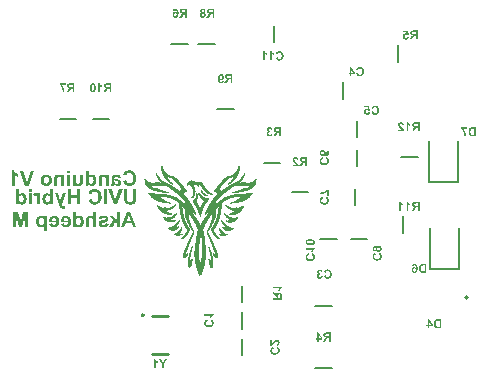
<source format=gbo>
G04*
G04 #@! TF.GenerationSoftware,Altium Limited,Altium Designer,18.1.7 (191)*
G04*
G04 Layer_Color=32896*
%FSLAX43Y43*%
%MOMM*%
G71*
G01*
G75*
%ADD11C,0.254*%
%ADD13C,0.200*%
%ADD46C,0.019*%
G36*
X127046Y70997D02*
X126801D01*
Y71224D01*
X127046D01*
Y70997D01*
D02*
G37*
G36*
X122308Y71208D02*
X122318Y71187D01*
X122329Y71167D01*
X122341Y71148D01*
X122354Y71130D01*
X122366Y71113D01*
X122380Y71097D01*
X122393Y71083D01*
X122405Y71070D01*
X122416Y71058D01*
X122427Y71048D01*
X122435Y71039D01*
X122443Y71032D01*
X122448Y71028D01*
X122453Y71025D01*
X122454Y71024D01*
X122475Y71008D01*
X122496Y70993D01*
X122515Y70980D01*
X122534Y70968D01*
X122552Y70958D01*
X122569Y70948D01*
X122585Y70939D01*
X122601Y70932D01*
X122614Y70925D01*
X122626Y70920D01*
X122637Y70915D01*
X122646Y70912D01*
X122652Y70909D01*
X122658Y70907D01*
X122661Y70905D01*
X122662D01*
Y70683D01*
X122628Y70695D01*
X122596Y70708D01*
X122566Y70723D01*
X122536Y70737D01*
X122508Y70752D01*
X122482Y70768D01*
X122457Y70783D01*
X122435Y70798D01*
X122416Y70812D01*
X122398Y70826D01*
X122383Y70838D01*
X122370Y70847D01*
X122359Y70856D01*
X122352Y70863D01*
X122347Y70867D01*
X122346Y70868D01*
Y69944D01*
X122100D01*
Y71230D01*
X122300D01*
X122308Y71208D01*
D02*
G37*
G36*
X130989Y70891D02*
X131019Y70889D01*
X131049Y70887D01*
X131075Y70882D01*
X131100Y70877D01*
X131122Y70872D01*
X131143Y70866D01*
X131160Y70861D01*
X131177Y70854D01*
X131191Y70849D01*
X131202Y70843D01*
X131212Y70838D01*
X131220Y70833D01*
X131225Y70831D01*
X131228Y70829D01*
X131229Y70828D01*
X131246Y70815D01*
X131261Y70800D01*
X131275Y70785D01*
X131287Y70770D01*
X131299Y70753D01*
X131309Y70737D01*
X131319Y70720D01*
X131328Y70704D01*
X131334Y70690D01*
X131341Y70676D01*
X131347Y70662D01*
X131350Y70651D01*
X131353Y70643D01*
X131355Y70635D01*
X131357Y70631D01*
Y70630D01*
X131135Y70589D01*
X131126Y70611D01*
X131117Y70630D01*
X131107Y70645D01*
X131098Y70658D01*
X131089Y70667D01*
X131083Y70673D01*
X131078Y70678D01*
X131077Y70679D01*
X131062Y70688D01*
X131045Y70694D01*
X131028Y70699D01*
X131012Y70702D01*
X130997Y70704D01*
X130985Y70705D01*
X130957D01*
X130940Y70704D01*
X130926Y70702D01*
X130913Y70701D01*
X130900Y70699D01*
X130890Y70695D01*
X130880Y70693D01*
X130871Y70690D01*
X130864Y70687D01*
X130858Y70684D01*
X130848Y70679D01*
X130844Y70676D01*
X130842Y70674D01*
X130830Y70661D01*
X130821Y70646D01*
X130816Y70630D01*
X130811Y70613D01*
X130809Y70598D01*
X130807Y70585D01*
Y70580D01*
Y70577D01*
Y70575D01*
Y70574D01*
Y70550D01*
X130820Y70544D01*
X130836Y70539D01*
X130854Y70533D01*
X130873Y70528D01*
X130912Y70518D01*
X130951Y70508D01*
X130970Y70504D01*
X130987Y70500D01*
X131004Y70497D01*
X131017Y70494D01*
X131029Y70492D01*
X131038Y70489D01*
X131043Y70488D01*
X131045D01*
X131068Y70484D01*
X131090Y70479D01*
X131110Y70474D01*
X131130Y70470D01*
X131147Y70464D01*
X131163Y70460D01*
X131178Y70456D01*
X131190Y70451D01*
X131202Y70447D01*
X131212Y70443D01*
X131221Y70440D01*
X131227Y70437D01*
X131233Y70435D01*
X131237Y70433D01*
X131239Y70431D01*
X131240D01*
X131264Y70418D01*
X131285Y70403D01*
X131304Y70388D01*
X131318Y70372D01*
X131330Y70358D01*
X131339Y70347D01*
X131341Y70343D01*
X131343Y70339D01*
X131345Y70338D01*
Y70337D01*
X131357Y70313D01*
X131367Y70289D01*
X131374Y70266D01*
X131378Y70244D01*
X131380Y70226D01*
X131382Y70217D01*
Y70210D01*
X131383Y70205D01*
Y70200D01*
Y70198D01*
Y70197D01*
X131382Y70175D01*
X131379Y70154D01*
X131375Y70135D01*
X131370Y70117D01*
X131364Y70100D01*
X131356Y70083D01*
X131349Y70068D01*
X131341Y70055D01*
X131333Y70043D01*
X131327Y70032D01*
X131319Y70023D01*
X131314Y70015D01*
X131308Y70009D01*
X131304Y70005D01*
X131302Y70002D01*
X131301Y70001D01*
X131284Y69988D01*
X131268Y69976D01*
X131249Y69965D01*
X131230Y69956D01*
X131212Y69949D01*
X131193Y69942D01*
X131175Y69938D01*
X131157Y69933D01*
X131141Y69930D01*
X131124Y69928D01*
X131111Y69926D01*
X131099Y69925D01*
X131089Y69923D01*
X131075D01*
X131045Y69925D01*
X131017Y69928D01*
X130991Y69933D01*
X130969Y69939D01*
X130959Y69941D01*
X130949Y69943D01*
X130941Y69946D01*
X130935Y69949D01*
X130929Y69951D01*
X130926Y69952D01*
X130924Y69953D01*
X130923D01*
X130897Y69966D01*
X130871Y69980D01*
X130848Y69996D01*
X130829Y70011D01*
X130811Y70024D01*
X130805Y70030D01*
X130799Y70035D01*
X130795Y70040D01*
X130792Y70043D01*
X130789Y70044D01*
X130788Y70045D01*
X130787Y70042D01*
X130786Y70037D01*
X130783Y70029D01*
X130782Y70024D01*
X130781Y70020D01*
X130779Y70018D01*
Y70017D01*
X130774Y70000D01*
X130770Y69985D01*
X130765Y69973D01*
X130762Y69963D01*
X130760Y69954D01*
X130758Y69949D01*
X130755Y69945D01*
Y69944D01*
X130512D01*
X130523Y69968D01*
X130533Y69991D01*
X130541Y70012D01*
X130547Y70031D01*
X130552Y70046D01*
X130555Y70058D01*
X130556Y70063D01*
Y70066D01*
X130557Y70067D01*
Y70068D01*
X130559Y70080D01*
X130561Y70092D01*
X130564Y70121D01*
X130566Y70151D01*
X130567Y70180D01*
Y70194D01*
Y70207D01*
X130568Y70218D01*
Y70229D01*
Y70237D01*
Y70243D01*
Y70248D01*
Y70249D01*
X130565Y70534D01*
Y70563D01*
X130566Y70590D01*
X130568Y70614D01*
X130570Y70636D01*
X130573Y70656D01*
X130575Y70674D01*
X130578Y70690D01*
X130581Y70704D01*
X130585Y70716D01*
X130587Y70727D01*
X130590Y70736D01*
X130592Y70742D01*
X130594Y70748D01*
X130597Y70751D01*
X130598Y70753D01*
Y70754D01*
X130604Y70765D01*
X130612Y70776D01*
X130629Y70795D01*
X130648Y70812D01*
X130667Y70827D01*
X130684Y70838D01*
X130692Y70842D01*
X130698Y70846D01*
X130704Y70849D01*
X130708Y70851D01*
X130710Y70853D01*
X130712D01*
X130728Y70859D01*
X130746Y70866D01*
X130764Y70872D01*
X130784Y70876D01*
X130824Y70882D01*
X130864Y70888D01*
X130882Y70889D01*
X130900Y70890D01*
X130915Y70891D01*
X130928D01*
X130940Y70892D01*
X130956D01*
X130989Y70891D01*
D02*
G37*
G36*
X123539Y69944D02*
X123261D01*
X122804Y71224D01*
X123079D01*
X123392Y70277D01*
X123716Y71224D01*
X123995D01*
X123539Y69944D01*
D02*
G37*
G36*
X132104Y71244D02*
X132150Y71238D01*
X132194Y71230D01*
X132235Y71219D01*
X132274Y71204D01*
X132310Y71190D01*
X132343Y71174D01*
X132372Y71157D01*
X132399Y71141D01*
X132422Y71124D01*
X132441Y71110D01*
X132459Y71096D01*
X132471Y71085D01*
X132481Y71076D01*
X132486Y71071D01*
X132488Y71069D01*
X132517Y71034D01*
X132542Y70996D01*
X132565Y70957D01*
X132584Y70916D01*
X132599Y70876D01*
X132612Y70834D01*
X132623Y70794D01*
X132632Y70754D01*
X132638Y70717D01*
X132644Y70683D01*
X132647Y70653D01*
X132649Y70638D01*
X132650Y70625D01*
Y70614D01*
X132651Y70603D01*
Y70595D01*
X132653Y70587D01*
Y70580D01*
Y70576D01*
Y70574D01*
Y70573D01*
X132650Y70518D01*
X132646Y70465D01*
X132637Y70416D01*
X132627Y70371D01*
X132614Y70329D01*
X132601Y70289D01*
X132586Y70253D01*
X132570Y70221D01*
X132556Y70193D01*
X132541Y70168D01*
X132528Y70146D01*
X132515Y70128D01*
X132505Y70115D01*
X132496Y70104D01*
X132492Y70099D01*
X132489Y70096D01*
X132458Y70066D01*
X132424Y70040D01*
X132390Y70015D01*
X132355Y69996D01*
X132320Y69979D01*
X132285Y69965D01*
X132251Y69953D01*
X132218Y69944D01*
X132187Y69937D01*
X132160Y69931D01*
X132135Y69928D01*
X132113Y69926D01*
X132103Y69925D01*
X132094Y69923D01*
X132088D01*
X132081Y69922D01*
X132070D01*
X132033Y69923D01*
X131997Y69927D01*
X131963Y69932D01*
X131930Y69939D01*
X131900Y69946D01*
X131872Y69954D01*
X131847Y69964D01*
X131823Y69974D01*
X131802Y69983D01*
X131783Y69992D01*
X131768Y70000D01*
X131755Y70009D01*
X131744Y70014D01*
X131737Y70020D01*
X131732Y70023D01*
X131731Y70024D01*
X131707Y70045D01*
X131684Y70067D01*
X131663Y70091D01*
X131644Y70116D01*
X131627Y70141D01*
X131610Y70168D01*
X131596Y70194D01*
X131584Y70218D01*
X131573Y70242D01*
X131563Y70264D01*
X131556Y70285D01*
X131549Y70302D01*
X131545Y70316D01*
X131540Y70327D01*
X131539Y70331D01*
Y70334D01*
X131538Y70335D01*
Y70336D01*
X131789Y70416D01*
X131795Y70391D01*
X131803Y70367D01*
X131811Y70345D01*
X131819Y70324D01*
X131828Y70306D01*
X131837Y70289D01*
X131846Y70274D01*
X131855Y70260D01*
X131863Y70248D01*
X131871Y70238D01*
X131877Y70229D01*
X131884Y70221D01*
X131888Y70216D01*
X131893Y70213D01*
X131895Y70210D01*
X131896Y70209D01*
X131910Y70197D01*
X131925Y70187D01*
X131940Y70179D01*
X131955Y70171D01*
X131969Y70165D01*
X131985Y70160D01*
X132012Y70152D01*
X132025Y70149D01*
X132036Y70147D01*
X132047Y70146D01*
X132056Y70145D01*
X132064Y70144D01*
X132073D01*
X132099Y70145D01*
X132123Y70148D01*
X132146Y70153D01*
X132168Y70160D01*
X132187Y70168D01*
X132206Y70176D01*
X132223Y70185D01*
X132239Y70195D01*
X132253Y70205D01*
X132265Y70214D01*
X132276Y70222D01*
X132284Y70230D01*
X132291Y70237D01*
X132296Y70242D01*
X132299Y70245D01*
X132300Y70246D01*
X132315Y70267D01*
X132329Y70291D01*
X132341Y70316D01*
X132350Y70344D01*
X132358Y70372D01*
X132366Y70401D01*
X132371Y70429D01*
X132376Y70458D01*
X132379Y70484D01*
X132382Y70509D01*
X132384Y70532D01*
X132385Y70552D01*
Y70568D01*
X132387Y70575D01*
Y70580D01*
Y70585D01*
Y70589D01*
Y70590D01*
Y70591D01*
X132385Y70633D01*
X132383Y70671D01*
X132379Y70707D01*
X132372Y70739D01*
X132366Y70770D01*
X132359Y70796D01*
X132350Y70821D01*
X132343Y70842D01*
X132335Y70862D01*
X132326Y70878D01*
X132320Y70891D01*
X132312Y70902D01*
X132307Y70911D01*
X132302Y70918D01*
X132300Y70921D01*
X132299Y70922D01*
X132281Y70940D01*
X132264Y70956D01*
X132244Y70970D01*
X132226Y70981D01*
X132206Y70991D01*
X132187Y71000D01*
X132169Y71006D01*
X132150Y71012D01*
X132134Y71016D01*
X132117Y71019D01*
X132104Y71022D01*
X132092Y71024D01*
X132081D01*
X132075Y71025D01*
X132068D01*
X132049Y71024D01*
X132031Y71023D01*
X131997Y71016D01*
X131967Y71006D01*
X131954Y71001D01*
X131942Y70996D01*
X131931Y70991D01*
X131921Y70985D01*
X131913Y70980D01*
X131906Y70976D01*
X131900Y70972D01*
X131896Y70969D01*
X131894Y70968D01*
X131893Y70967D01*
X131880Y70956D01*
X131868Y70944D01*
X131848Y70918D01*
X131830Y70891D01*
X131818Y70867D01*
X131809Y70844D01*
X131805Y70835D01*
X131802Y70827D01*
X131800Y70820D01*
X131799Y70815D01*
X131798Y70811D01*
Y70810D01*
X131541Y70872D01*
X131550Y70900D01*
X131560Y70925D01*
X131570Y70950D01*
X131581Y70973D01*
X131592Y70994D01*
X131603Y71014D01*
X131613Y71031D01*
X131624Y71047D01*
X131633Y71061D01*
X131643Y71073D01*
X131651Y71083D01*
X131659Y71092D01*
X131664Y71098D01*
X131668Y71104D01*
X131672Y71106D01*
X131673Y71107D01*
X131701Y71131D01*
X131731Y71153D01*
X131763Y71171D01*
X131794Y71187D01*
X131826Y71201D01*
X131858Y71212D01*
X131890Y71221D01*
X131919Y71228D01*
X131946Y71234D01*
X131973Y71238D01*
X131996Y71242D01*
X132015Y71244D01*
X132032Y71245D01*
X132038Y71246D01*
X132055D01*
X132104Y71244D01*
D02*
G37*
G36*
X128144Y70285D02*
Y70261D01*
X128143Y70239D01*
X128141Y70217D01*
X128139Y70197D01*
X128137Y70179D01*
X128133Y70162D01*
X128131Y70147D01*
X128128Y70133D01*
X128125Y70121D01*
X128121Y70110D01*
X128119Y70100D01*
X128117Y70093D01*
X128115Y70087D01*
X128113Y70082D01*
X128112Y70080D01*
Y70079D01*
X128097Y70053D01*
X128081Y70030D01*
X128063Y70010D01*
X128046Y69994D01*
X128029Y69980D01*
X128016Y69972D01*
X128011Y69968D01*
X128008Y69966D01*
X128005Y69964D01*
X128004D01*
X127976Y69951D01*
X127946Y69941D01*
X127919Y69933D01*
X127893Y69929D01*
X127881Y69927D01*
X127870Y69926D01*
X127861Y69925D01*
X127852D01*
X127846Y69923D01*
X127837D01*
X127803Y69926D01*
X127771Y69930D01*
X127742Y69937D01*
X127715Y69945D01*
X127704Y69949D01*
X127693Y69953D01*
X127685Y69956D01*
X127677Y69960D01*
X127670Y69962D01*
X127666Y69964D01*
X127664Y69966D01*
X127663D01*
X127633Y69984D01*
X127607Y70002D01*
X127584Y70022D01*
X127564Y70041D01*
X127549Y70057D01*
X127542Y70064D01*
X127537Y70070D01*
X127534Y70076D01*
X127530Y70079D01*
X127529Y70081D01*
X127528Y70082D01*
Y69944D01*
X127300D01*
Y70872D01*
X127546D01*
Y70480D01*
Y70445D01*
X127547Y70412D01*
X127548Y70383D01*
X127549Y70357D01*
X127550Y70334D01*
X127551Y70313D01*
X127553Y70296D01*
X127554Y70280D01*
X127557Y70267D01*
X127559Y70256D01*
X127560Y70248D01*
X127561Y70241D01*
X127562Y70237D01*
X127563Y70232D01*
X127564Y70231D01*
Y70230D01*
X127573Y70211D01*
X127583Y70195D01*
X127594Y70181D01*
X127606Y70168D01*
X127617Y70158D01*
X127626Y70151D01*
X127631Y70146D01*
X127632Y70145D01*
X127633D01*
X127652Y70134D01*
X127671Y70125D01*
X127690Y70119D01*
X127708Y70115D01*
X127723Y70113D01*
X127735Y70112D01*
X127739Y70111D01*
X127746D01*
X127766Y70112D01*
X127783Y70115D01*
X127798Y70118D01*
X127812Y70124D01*
X127823Y70128D01*
X127830Y70131D01*
X127835Y70135D01*
X127837Y70136D01*
X127849Y70147D01*
X127860Y70158D01*
X127869Y70170D01*
X127875Y70181D01*
X127880Y70191D01*
X127884Y70198D01*
X127885Y70204D01*
X127886Y70206D01*
X127888Y70216D01*
X127890Y70229D01*
X127893Y70244D01*
X127894Y70262D01*
X127895Y70281D01*
X127896Y70301D01*
X127897Y70343D01*
X127898Y70362D01*
Y70381D01*
X127899Y70399D01*
Y70414D01*
Y70427D01*
Y70437D01*
Y70443D01*
Y70446D01*
Y70872D01*
X128144D01*
Y70285D01*
D02*
G37*
G36*
X129827Y70890D02*
X129859Y70886D01*
X129889Y70878D01*
X129918Y70868D01*
X129945Y70856D01*
X129970Y70842D01*
X129993Y70828D01*
X130014Y70814D01*
X130034Y70799D01*
X130050Y70785D01*
X130065Y70771D01*
X130077Y70760D01*
X130086Y70749D01*
X130093Y70741D01*
X130097Y70737D01*
X130099Y70735D01*
Y70872D01*
X130326D01*
Y69944D01*
X130081D01*
Y70364D01*
Y70392D01*
X130080Y70417D01*
X130079Y70441D01*
X130078Y70462D01*
X130077Y70482D01*
X130076Y70499D01*
X130073Y70515D01*
X130071Y70529D01*
X130070Y70541D01*
X130068Y70551D01*
X130067Y70558D01*
X130066Y70566D01*
X130065Y70570D01*
X130064Y70574D01*
X130062Y70576D01*
Y70577D01*
X130054Y70598D01*
X130044Y70616D01*
X130033Y70632D01*
X130021Y70645D01*
X130010Y70656D01*
X130001Y70664D01*
X129996Y70669D01*
X129993Y70670D01*
X129974Y70682D01*
X129954Y70691D01*
X129934Y70696D01*
X129917Y70701D01*
X129901Y70703D01*
X129889Y70705D01*
X129878D01*
X129860Y70704D01*
X129843Y70701D01*
X129829Y70697D01*
X129817Y70693D01*
X129807Y70688D01*
X129800Y70684D01*
X129794Y70681D01*
X129793Y70680D01*
X129780Y70670D01*
X129770Y70659D01*
X129761Y70647D01*
X129754Y70636D01*
X129748Y70626D01*
X129745Y70619D01*
X129743Y70613D01*
X129742Y70611D01*
X129738Y70601D01*
X129736Y70590D01*
X129734Y70577D01*
X129732Y70563D01*
X129730Y70530D01*
X129727Y70498D01*
X129726Y70482D01*
Y70466D01*
X129725Y70453D01*
Y70441D01*
Y70431D01*
Y70424D01*
Y70419D01*
Y70417D01*
Y69944D01*
X129480D01*
Y70520D01*
Y70540D01*
X129481Y70558D01*
Y70575D01*
X129482Y70591D01*
X129483Y70606D01*
X129484Y70620D01*
X129485Y70632D01*
X129487Y70643D01*
X129489Y70653D01*
X129490Y70660D01*
X129491Y70668D01*
X129492Y70673D01*
X129493Y70679D01*
Y70682D01*
X129494Y70683D01*
Y70684D01*
X129500Y70705D01*
X129507Y70725D01*
X129515Y70742D01*
X129523Y70758D01*
X129530Y70770D01*
X129537Y70780D01*
X129541Y70785D01*
X129542Y70787D01*
X129557Y70804D01*
X129573Y70819D01*
X129589Y70831D01*
X129606Y70842D01*
X129621Y70851D01*
X129633Y70857D01*
X129638Y70859D01*
X129641Y70862D01*
X129643Y70863D01*
X129644D01*
X129669Y70873D01*
X129696Y70880D01*
X129721Y70885D01*
X129744Y70889D01*
X129764Y70891D01*
X129772D01*
X129779Y70892D01*
X129793D01*
X129827Y70890D01*
D02*
G37*
G36*
X127046Y69944D02*
X126801D01*
Y70872D01*
X127046D01*
Y69944D01*
D02*
G37*
G36*
X126052Y70890D02*
X126084Y70886D01*
X126115Y70878D01*
X126143Y70868D01*
X126171Y70856D01*
X126196Y70842D01*
X126219Y70828D01*
X126240Y70814D01*
X126259Y70799D01*
X126276Y70785D01*
X126290Y70771D01*
X126302Y70760D01*
X126312Y70749D01*
X126318Y70741D01*
X126323Y70737D01*
X126324Y70735D01*
Y70872D01*
X126552D01*
Y69944D01*
X126306D01*
Y70364D01*
Y70392D01*
X126305Y70417D01*
X126304Y70441D01*
X126303Y70462D01*
X126302Y70482D01*
X126301Y70499D01*
X126299Y70515D01*
X126297Y70529D01*
X126295Y70541D01*
X126293Y70551D01*
X126292Y70558D01*
X126291Y70566D01*
X126290Y70570D01*
X126289Y70574D01*
X126288Y70576D01*
Y70577D01*
X126279Y70598D01*
X126269Y70616D01*
X126258Y70632D01*
X126246Y70645D01*
X126235Y70656D01*
X126226Y70664D01*
X126221Y70669D01*
X126219Y70670D01*
X126199Y70682D01*
X126179Y70691D01*
X126160Y70696D01*
X126142Y70701D01*
X126127Y70703D01*
X126115Y70705D01*
X126104D01*
X126085Y70704D01*
X126069Y70701D01*
X126055Y70697D01*
X126043Y70693D01*
X126033Y70688D01*
X126025Y70684D01*
X126020Y70681D01*
X126018Y70680D01*
X126005Y70670D01*
X125995Y70659D01*
X125987Y70647D01*
X125979Y70636D01*
X125974Y70626D01*
X125970Y70619D01*
X125968Y70613D01*
X125967Y70611D01*
X125964Y70601D01*
X125962Y70590D01*
X125959Y70577D01*
X125957Y70563D01*
X125955Y70530D01*
X125953Y70498D01*
X125952Y70482D01*
Y70466D01*
X125951Y70453D01*
Y70441D01*
Y70431D01*
Y70424D01*
Y70419D01*
Y70417D01*
Y69944D01*
X125705D01*
Y70520D01*
Y70540D01*
X125706Y70558D01*
Y70575D01*
X125708Y70591D01*
X125709Y70606D01*
X125710Y70620D01*
X125711Y70632D01*
X125712Y70643D01*
X125714Y70653D01*
X125715Y70660D01*
X125716Y70668D01*
X125717Y70673D01*
X125718Y70679D01*
Y70682D01*
X125720Y70683D01*
Y70684D01*
X125725Y70705D01*
X125733Y70725D01*
X125740Y70742D01*
X125748Y70758D01*
X125756Y70770D01*
X125762Y70780D01*
X125767Y70785D01*
X125768Y70787D01*
X125782Y70804D01*
X125798Y70819D01*
X125815Y70831D01*
X125831Y70842D01*
X125847Y70851D01*
X125859Y70857D01*
X125863Y70859D01*
X125866Y70862D01*
X125868Y70863D01*
X125870D01*
X125895Y70873D01*
X125921Y70880D01*
X125946Y70885D01*
X125969Y70889D01*
X125989Y70891D01*
X125998D01*
X126004Y70892D01*
X126018D01*
X126052Y70890D01*
D02*
G37*
G36*
X128626Y70762D02*
X128648Y70785D01*
X128670Y70805D01*
X128693Y70822D01*
X128716Y70838D01*
X128739Y70850D01*
X128762Y70861D01*
X128783Y70869D01*
X128803Y70876D01*
X128823Y70881D01*
X128841Y70886D01*
X128856Y70888D01*
X128869Y70890D01*
X128880Y70891D01*
X128889Y70892D01*
X128895D01*
X128926Y70891D01*
X128956Y70887D01*
X128984Y70881D01*
X129010Y70873D01*
X129036Y70864D01*
X129059Y70853D01*
X129079Y70842D01*
X129099Y70831D01*
X129117Y70819D01*
X129132Y70808D01*
X129145Y70797D01*
X129156Y70788D01*
X129165Y70780D01*
X129170Y70774D01*
X129175Y70770D01*
X129176Y70769D01*
X129195Y70745D01*
X129212Y70718D01*
X129227Y70690D01*
X129239Y70661D01*
X129250Y70632D01*
X129259Y70601D01*
X129267Y70573D01*
X129272Y70544D01*
X129277Y70517D01*
X129281Y70492D01*
X129283Y70469D01*
X129284Y70449D01*
X129285Y70434D01*
X129286Y70427D01*
Y70421D01*
Y70416D01*
Y70413D01*
Y70412D01*
Y70411D01*
X129285Y70369D01*
X129281Y70330D01*
X129275Y70292D01*
X129269Y70257D01*
X129260Y70226D01*
X129250Y70196D01*
X129240Y70169D01*
X129229Y70145D01*
X129218Y70124D01*
X129209Y70104D01*
X129199Y70089D01*
X129190Y70076D01*
X129183Y70065D01*
X129177Y70058D01*
X129173Y70053D01*
X129172Y70052D01*
X129150Y70029D01*
X129128Y70009D01*
X129105Y69992D01*
X129082Y69977D01*
X129059Y69965D01*
X129036Y69955D01*
X129014Y69946D01*
X128993Y69940D01*
X128973Y69934D01*
X128956Y69930D01*
X128939Y69928D01*
X128925Y69926D01*
X128914Y69925D01*
X128905Y69923D01*
X128899D01*
X128869Y69926D01*
X128842Y69930D01*
X128816Y69936D01*
X128791Y69943D01*
X128782Y69946D01*
X128772Y69950D01*
X128764Y69953D01*
X128756Y69956D01*
X128751Y69959D01*
X128747Y69961D01*
X128744Y69962D01*
X128743D01*
X128715Y69978D01*
X128690Y69997D01*
X128667Y70017D01*
X128647Y70035D01*
X128630Y70053D01*
X128624Y70060D01*
X128618Y70067D01*
X128614Y70072D01*
X128611Y70077D01*
X128610Y70079D01*
X128609Y70080D01*
Y69944D01*
X128381D01*
Y71224D01*
X128626D01*
Y70762D01*
D02*
G37*
G36*
X125062Y70891D02*
X125086Y70890D01*
X125132Y70882D01*
X125154Y70878D01*
X125174Y70873D01*
X125193Y70867D01*
X125211Y70862D01*
X125227Y70856D01*
X125240Y70851D01*
X125253Y70845D01*
X125263Y70841D01*
X125272Y70837D01*
X125277Y70833D01*
X125282Y70832D01*
X125283Y70831D01*
X125302Y70819D01*
X125322Y70806D01*
X125340Y70793D01*
X125356Y70778D01*
X125371Y70764D01*
X125386Y70750D01*
X125398Y70736D01*
X125410Y70722D01*
X125420Y70708D01*
X125428Y70696D01*
X125436Y70685D01*
X125443Y70676D01*
X125447Y70668D01*
X125450Y70662D01*
X125452Y70658D01*
X125454Y70657D01*
X125465Y70635D01*
X125473Y70614D01*
X125481Y70592D01*
X125489Y70572D01*
X125500Y70532D01*
X125503Y70514D01*
X125506Y70496D01*
X125508Y70480D01*
X125510Y70465D01*
X125512Y70452D01*
X125513Y70441D01*
X125514Y70433D01*
Y70426D01*
Y70422D01*
Y70421D01*
X125513Y70391D01*
X125512Y70362D01*
X125508Y70336D01*
X125504Y70311D01*
X125500Y70287D01*
X125495Y70264D01*
X125490Y70244D01*
X125483Y70225D01*
X125478Y70208D01*
X125472Y70193D01*
X125468Y70180D01*
X125463Y70169D01*
X125459Y70160D01*
X125456Y70154D01*
X125455Y70150D01*
X125454Y70149D01*
X125442Y70129D01*
X125428Y70110D01*
X125415Y70092D01*
X125401Y70076D01*
X125386Y70061D01*
X125371Y70047D01*
X125357Y70034D01*
X125343Y70023D01*
X125330Y70013D01*
X125318Y70005D01*
X125307Y69997D01*
X125297Y69991D01*
X125289Y69987D01*
X125284Y69984D01*
X125279Y69982D01*
X125278Y69980D01*
X125257Y69971D01*
X125235Y69962D01*
X125213Y69954D01*
X125191Y69948D01*
X125150Y69938D01*
X125131Y69933D01*
X125113Y69931D01*
X125096Y69928D01*
X125081Y69927D01*
X125067Y69926D01*
X125056Y69925D01*
X125046Y69923D01*
X125034D01*
X124996Y69925D01*
X124961Y69929D01*
X124926Y69937D01*
X124894Y69945D01*
X124863Y69955D01*
X124836Y69967D01*
X124810Y69979D01*
X124786Y69992D01*
X124765Y70006D01*
X124746Y70018D01*
X124730Y70030D01*
X124717Y70040D01*
X124707Y70048D01*
X124699Y70056D01*
X124694Y70060D01*
X124693Y70061D01*
X124669Y70088D01*
X124648Y70116D01*
X124629Y70145D01*
X124614Y70174D01*
X124601Y70204D01*
X124589Y70232D01*
X124580Y70261D01*
X124573Y70287D01*
X124567Y70312D01*
X124564Y70336D01*
X124560Y70357D01*
X124558Y70375D01*
X124557Y70389D01*
X124556Y70401D01*
Y70404D01*
Y70407D01*
Y70408D01*
Y70410D01*
X124557Y70448D01*
X124561Y70484D01*
X124568Y70519D01*
X124577Y70552D01*
X124587Y70583D01*
X124599Y70611D01*
X124611Y70637D01*
X124623Y70661D01*
X124636Y70682D01*
X124648Y70701D01*
X124659Y70717D01*
X124670Y70731D01*
X124678Y70741D01*
X124685Y70749D01*
X124689Y70754D01*
X124691Y70755D01*
X124717Y70780D01*
X124744Y70800D01*
X124773Y70819D01*
X124801Y70834D01*
X124831Y70847D01*
X124859Y70859D01*
X124888Y70868D01*
X124914Y70875D01*
X124939Y70881D01*
X124962Y70885D01*
X124983Y70888D01*
X125001Y70890D01*
X125016Y70891D01*
X125027Y70892D01*
X125036D01*
X125062Y70891D01*
D02*
G37*
G36*
X123813Y69418D02*
X123567D01*
Y69645D01*
X123813D01*
Y69418D01*
D02*
G37*
G36*
X125610Y68365D02*
X125382D01*
Y68501D01*
X125360Y68473D01*
X125339Y68449D01*
X125316Y68429D01*
X125295Y68413D01*
X125277Y68400D01*
X125270Y68395D01*
X125263Y68391D01*
X125258Y68388D01*
X125253Y68386D01*
X125251Y68383D01*
X125250D01*
X125220Y68370D01*
X125193Y68360D01*
X125167Y68354D01*
X125143Y68349D01*
X125132Y68347D01*
X125122Y68346D01*
X125114Y68345D01*
X125107D01*
X125101Y68344D01*
X125093D01*
X125064Y68345D01*
X125035Y68349D01*
X125008Y68356D01*
X124982Y68364D01*
X124958Y68374D01*
X124936Y68384D01*
X124914Y68397D01*
X124895Y68409D01*
X124878Y68420D01*
X124862Y68432D01*
X124849Y68443D01*
X124838Y68452D01*
X124830Y68460D01*
X124824Y68467D01*
X124820Y68471D01*
X124819Y68472D01*
X124799Y68497D01*
X124781Y68525D01*
X124766Y68553D01*
X124753Y68584D01*
X124742Y68613D01*
X124732Y68644D01*
X124724Y68674D01*
X124719Y68703D01*
X124715Y68730D01*
X124710Y68756D01*
X124708Y68779D01*
X124707Y68798D01*
X124706Y68815D01*
X124705Y68821D01*
Y68827D01*
Y68832D01*
Y68836D01*
Y68837D01*
Y68838D01*
X124706Y68879D01*
X124709Y68919D01*
X124715Y68955D01*
X124722Y68989D01*
X124731Y69021D01*
X124740Y69049D01*
X124750Y69075D01*
X124761Y69099D01*
X124770Y69120D01*
X124781Y69139D01*
X124790Y69154D01*
X124799Y69166D01*
X124807Y69176D01*
X124812Y69184D01*
X124815Y69188D01*
X124816Y69189D01*
X124837Y69211D01*
X124860Y69230D01*
X124883Y69246D01*
X124907Y69260D01*
X124930Y69272D01*
X124953Y69282D01*
X124976Y69291D01*
X124998Y69298D01*
X125018Y69303D01*
X125038Y69306D01*
X125054Y69310D01*
X125068Y69311D01*
X125080Y69312D01*
X125089Y69313D01*
X125097D01*
X125125Y69312D01*
X125152Y69307D01*
X125179Y69301D01*
X125204Y69292D01*
X125228Y69282D01*
X125250Y69271D01*
X125271Y69260D01*
X125289Y69248D01*
X125306Y69235D01*
X125321Y69224D01*
X125334Y69213D01*
X125345Y69203D01*
X125354Y69195D01*
X125359Y69188D01*
X125364Y69184D01*
X125365Y69183D01*
Y69645D01*
X125610D01*
Y68365D01*
D02*
G37*
G36*
X127882D02*
X127623D01*
Y68924D01*
X127118D01*
Y68365D01*
X126859D01*
Y69645D01*
X127118D01*
Y69141D01*
X127623D01*
Y69645D01*
X127882D01*
Y68365D01*
D02*
G37*
G36*
X131033D02*
X130755D01*
X130299Y69645D01*
X130574D01*
X130887Y68698D01*
X131211Y69645D01*
X131490D01*
X131033Y68365D01*
D02*
G37*
G36*
X126359Y68363D02*
X126368Y68335D01*
X126378Y68310D01*
X126388Y68288D01*
X126398Y68270D01*
X126408Y68254D01*
X126416Y68243D01*
X126418Y68240D01*
X126420Y68237D01*
X126422Y68236D01*
Y68235D01*
X126430Y68226D01*
X126440Y68218D01*
X126460Y68205D01*
X126480Y68196D01*
X126500Y68191D01*
X126519Y68186D01*
X126527Y68185D01*
X126534D01*
X126541Y68184D01*
X126548D01*
X126566Y68185D01*
X126583Y68186D01*
X126601Y68189D01*
X126617Y68191D01*
X126630Y68193D01*
X126641Y68194D01*
X126646Y68195D01*
X126649Y68196D01*
X126651D01*
X126629Y68004D01*
X126604Y67998D01*
X126579Y67995D01*
X126556Y67991D01*
X126535Y67990D01*
X126517Y67989D01*
X126510Y67988D01*
X126491D01*
X126466Y67989D01*
X126442Y67990D01*
X126421Y67993D01*
X126403Y67996D01*
X126387Y67999D01*
X126376Y68001D01*
X126372Y68002D01*
X126369D01*
X126368Y68004D01*
X126367D01*
X126347Y68010D01*
X126328Y68017D01*
X126313Y68023D01*
X126299Y68030D01*
X126288Y68036D01*
X126280Y68041D01*
X126276Y68044D01*
X126274Y68045D01*
X126259Y68056D01*
X126247Y68067D01*
X126235Y68079D01*
X126225Y68090D01*
X126217Y68100D01*
X126211Y68108D01*
X126207Y68113D01*
X126206Y68115D01*
X126195Y68133D01*
X126184Y68152D01*
X126173Y68173D01*
X126164Y68193D01*
X126156Y68212D01*
X126153Y68219D01*
X126150Y68226D01*
X126148Y68231D01*
X126145Y68236D01*
X126144Y68238D01*
Y68239D01*
X126085Y68399D01*
X125758Y69292D01*
X126012D01*
X126229Y68633D01*
X126450Y69292D01*
X126710D01*
X126359Y68363D01*
D02*
G37*
G36*
X132653Y68961D02*
Y68922D01*
X132651Y68886D01*
X132650Y68852D01*
X132648Y68820D01*
X132647Y68791D01*
X132645Y68764D01*
X132643Y68740D01*
X132639Y68718D01*
X132637Y68700D01*
X132635Y68682D01*
X132633Y68668D01*
X132632Y68657D01*
X132630Y68648D01*
X132628Y68642D01*
X132627Y68637D01*
Y68636D01*
X132620Y68609D01*
X132609Y68583D01*
X132597Y68559D01*
X132585Y68538D01*
X132574Y68519D01*
X132568Y68511D01*
X132564Y68506D01*
X132561Y68501D01*
X132557Y68497D01*
X132556Y68495D01*
X132555Y68494D01*
X132533Y68470D01*
X132509Y68449D01*
X132484Y68430D01*
X132460Y68414D01*
X132439Y68402D01*
X132429Y68397D01*
X132422Y68392D01*
X132415Y68389D01*
X132411Y68387D01*
X132407Y68384D01*
X132406D01*
X132388Y68377D01*
X132367Y68370D01*
X132345Y68365D01*
X132323Y68360D01*
X132276Y68353D01*
X132254Y68351D01*
X132231Y68348D01*
X132210Y68346D01*
X132191Y68345D01*
X132173Y68344D01*
X132158D01*
X132146Y68343D01*
X132101D01*
X132073Y68345D01*
X132049Y68346D01*
X132025Y68349D01*
X132003Y68352D01*
X131984Y68355D01*
X131965Y68358D01*
X131948Y68363D01*
X131933Y68366D01*
X131920Y68369D01*
X131908Y68372D01*
X131899Y68376D01*
X131892Y68378D01*
X131886Y68380D01*
X131883Y68381D01*
X131882D01*
X131848Y68397D01*
X131818Y68414D01*
X131793Y68430D01*
X131782Y68439D01*
X131771Y68448D01*
X131763Y68456D01*
X131755Y68462D01*
X131747Y68469D01*
X131742Y68474D01*
X131737Y68479D01*
X131734Y68482D01*
X131733Y68484D01*
X131732Y68485D01*
X131712Y68511D01*
X131696Y68538D01*
X131683Y68565D01*
X131672Y68590D01*
X131667Y68602D01*
X131664Y68612D01*
X131661Y68622D01*
X131659Y68631D01*
X131656Y68637D01*
X131655Y68642D01*
X131654Y68645D01*
Y68646D01*
X131650Y68666D01*
X131646Y68688D01*
X131644Y68712D01*
X131641Y68737D01*
X131638Y68791D01*
X131637Y68818D01*
X131634Y68844D01*
Y68869D01*
X131633Y68894D01*
Y68915D01*
X131632Y68934D01*
Y68949D01*
Y68961D01*
Y68966D01*
Y68969D01*
Y68970D01*
Y68971D01*
Y69645D01*
X131891D01*
Y68936D01*
Y68909D01*
Y68884D01*
X131892Y68860D01*
X131893Y68838D01*
X131894Y68818D01*
Y68801D01*
X131895Y68784D01*
X131896Y68770D01*
X131897Y68758D01*
X131898Y68747D01*
X131899Y68738D01*
X131900Y68732D01*
X131902Y68725D01*
Y68722D01*
X131903Y68719D01*
Y68718D01*
X131908Y68695D01*
X131918Y68675D01*
X131929Y68655D01*
X131940Y68640D01*
X131951Y68626D01*
X131961Y68617D01*
X131967Y68611D01*
X131968Y68610D01*
X131969Y68609D01*
X131980Y68601D01*
X131992Y68594D01*
X132019Y68583D01*
X132046Y68575D01*
X132073Y68570D01*
X132087Y68567D01*
X132098Y68566D01*
X132108Y68565D01*
X132117D01*
X132125Y68564D01*
X132136D01*
X132156Y68565D01*
X132174Y68566D01*
X132192Y68568D01*
X132208Y68572D01*
X132223Y68575D01*
X132238Y68579D01*
X132251Y68584D01*
X132262Y68588D01*
X132272Y68592D01*
X132281Y68596D01*
X132289Y68600D01*
X132296Y68603D01*
X132300Y68607D01*
X132303Y68609D01*
X132306Y68611D01*
X132307D01*
X132327Y68630D01*
X132345Y68651D01*
X132359Y68671D01*
X132369Y68692D01*
X132377Y68710D01*
X132380Y68717D01*
X132382Y68724D01*
X132383Y68729D01*
X132384Y68734D01*
X132385Y68736D01*
Y68737D01*
X132387Y68748D01*
X132389Y68760D01*
X132390Y68775D01*
X132391Y68791D01*
X132392Y68827D01*
X132393Y68862D01*
Y68879D01*
X132394Y68896D01*
Y68911D01*
Y68924D01*
Y68935D01*
Y68943D01*
Y68948D01*
Y68950D01*
Y69645D01*
X132653D01*
Y68961D01*
D02*
G37*
G36*
X129168Y69664D02*
X129214Y69659D01*
X129258Y69650D01*
X129299Y69639D01*
X129338Y69625D01*
X129374Y69611D01*
X129407Y69594D01*
X129436Y69578D01*
X129462Y69561D01*
X129485Y69545D01*
X129505Y69531D01*
X129523Y69516D01*
X129535Y69506D01*
X129545Y69497D01*
X129550Y69491D01*
X129552Y69489D01*
X129581Y69454D01*
X129606Y69417D01*
X129629Y69377D01*
X129648Y69337D01*
X129663Y69296D01*
X129676Y69255D01*
X129687Y69214D01*
X129696Y69175D01*
X129702Y69138D01*
X129708Y69104D01*
X129711Y69073D01*
X129713Y69059D01*
X129714Y69046D01*
Y69035D01*
X129715Y69024D01*
Y69015D01*
X129716Y69007D01*
Y69001D01*
Y68996D01*
Y68994D01*
Y68993D01*
X129714Y68938D01*
X129710Y68886D01*
X129701Y68837D01*
X129691Y68792D01*
X129678Y68749D01*
X129665Y68710D01*
X129650Y68674D01*
X129634Y68642D01*
X129620Y68613D01*
X129605Y68588D01*
X129592Y68566D01*
X129579Y68549D01*
X129569Y68536D01*
X129560Y68525D01*
X129556Y68519D01*
X129553Y68517D01*
X129522Y68486D01*
X129488Y68460D01*
X129454Y68436D01*
X129419Y68416D01*
X129384Y68400D01*
X129349Y68386D01*
X129315Y68374D01*
X129282Y68365D01*
X129251Y68357D01*
X129224Y68352D01*
X129199Y68348D01*
X129177Y68346D01*
X129167Y68345D01*
X129158Y68344D01*
X129152D01*
X129145Y68343D01*
X129134D01*
X129097Y68344D01*
X129061Y68347D01*
X129027Y68353D01*
X128994Y68359D01*
X128964Y68367D01*
X128936Y68375D01*
X128911Y68384D01*
X128887Y68394D01*
X128866Y68403D01*
X128847Y68413D01*
X128832Y68421D01*
X128819Y68429D01*
X128808Y68435D01*
X128801Y68440D01*
X128796Y68444D01*
X128795Y68445D01*
X128771Y68466D01*
X128748Y68487D01*
X128727Y68511D01*
X128708Y68537D01*
X128691Y68562D01*
X128674Y68588D01*
X128660Y68614D01*
X128648Y68638D01*
X128637Y68663D01*
X128627Y68684D01*
X128620Y68705D01*
X128613Y68723D01*
X128609Y68737D01*
X128604Y68748D01*
X128603Y68751D01*
Y68755D01*
X128602Y68756D01*
Y68757D01*
X128853Y68837D01*
X128859Y68811D01*
X128867Y68787D01*
X128875Y68765D01*
X128883Y68745D01*
X128892Y68726D01*
X128901Y68710D01*
X128910Y68694D01*
X128918Y68680D01*
X128927Y68668D01*
X128935Y68658D01*
X128941Y68649D01*
X128948Y68642D01*
X128952Y68636D01*
X128957Y68633D01*
X128959Y68631D01*
X128960Y68630D01*
X128974Y68618D01*
X128988Y68608D01*
X129004Y68599D01*
X129019Y68591D01*
X129033Y68586D01*
X129049Y68580D01*
X129076Y68573D01*
X129089Y68570D01*
X129100Y68567D01*
X129111Y68566D01*
X129120Y68565D01*
X129128Y68564D01*
X129137D01*
X129163Y68565D01*
X129187Y68568D01*
X129210Y68574D01*
X129232Y68580D01*
X129251Y68588D01*
X129270Y68597D01*
X129287Y68606D01*
X129303Y68615D01*
X129317Y68625D01*
X129329Y68634D01*
X129340Y68643D01*
X129348Y68651D01*
X129355Y68657D01*
X129360Y68663D01*
X129363Y68666D01*
X129364Y68667D01*
X129379Y68688D01*
X129392Y68712D01*
X129404Y68737D01*
X129414Y68764D01*
X129422Y68793D01*
X129430Y68821D01*
X129435Y68850D01*
X129439Y68878D01*
X129443Y68905D01*
X129446Y68930D01*
X129448Y68953D01*
X129449Y68972D01*
Y68989D01*
X129450Y68995D01*
Y69001D01*
Y69005D01*
Y69010D01*
Y69011D01*
Y69012D01*
X129449Y69053D01*
X129447Y69092D01*
X129443Y69128D01*
X129436Y69160D01*
X129430Y69190D01*
X129423Y69217D01*
X129414Y69242D01*
X129407Y69262D01*
X129399Y69282D01*
X129390Y69299D01*
X129384Y69312D01*
X129376Y69323D01*
X129371Y69331D01*
X129366Y69338D01*
X129364Y69341D01*
X129363Y69342D01*
X129345Y69361D01*
X129328Y69376D01*
X129308Y69391D01*
X129290Y69402D01*
X129270Y69411D01*
X129251Y69420D01*
X129233Y69427D01*
X129214Y69432D01*
X129198Y69437D01*
X129181Y69440D01*
X129168Y69442D01*
X129156Y69444D01*
X129145D01*
X129138Y69445D01*
X129132D01*
X129113Y69444D01*
X129095Y69443D01*
X129061Y69437D01*
X129031Y69427D01*
X129018Y69421D01*
X129006Y69417D01*
X128995Y69411D01*
X128985Y69406D01*
X128976Y69400D01*
X128970Y69396D01*
X128964Y69393D01*
X128960Y69389D01*
X128958Y69388D01*
X128957Y69387D01*
X128944Y69376D01*
X128932Y69364D01*
X128912Y69338D01*
X128894Y69312D01*
X128882Y69288D01*
X128872Y69265D01*
X128869Y69256D01*
X128866Y69247D01*
X128864Y69241D01*
X128863Y69235D01*
X128861Y69232D01*
Y69231D01*
X128605Y69292D01*
X128614Y69321D01*
X128624Y69346D01*
X128634Y69371D01*
X128645Y69394D01*
X128656Y69415D01*
X128667Y69434D01*
X128676Y69452D01*
X128687Y69467D01*
X128697Y69481D01*
X128707Y69493D01*
X128715Y69503D01*
X128722Y69512D01*
X128728Y69519D01*
X128732Y69524D01*
X128736Y69526D01*
X128737Y69527D01*
X128765Y69551D01*
X128795Y69573D01*
X128826Y69592D01*
X128858Y69607D01*
X128890Y69622D01*
X128922Y69633D01*
X128953Y69641D01*
X128983Y69649D01*
X129010Y69654D01*
X129037Y69659D01*
X129060Y69662D01*
X129079Y69664D01*
X129096Y69665D01*
X129102Y69666D01*
X129119D01*
X129168Y69664D01*
D02*
G37*
G36*
X130175Y68365D02*
X129917D01*
Y69645D01*
X130175D01*
Y68365D01*
D02*
G37*
G36*
X124100Y69312D02*
X124120Y69308D01*
X124139Y69303D01*
X124155Y69298D01*
X124167Y69292D01*
X124177Y69287D01*
X124184Y69283D01*
X124185Y69282D01*
X124186D01*
X124195Y69276D01*
X124203Y69268D01*
X124222Y69250D01*
X124238Y69231D01*
X124255Y69210D01*
X124269Y69190D01*
X124275Y69183D01*
X124280Y69175D01*
X124284Y69168D01*
X124288Y69164D01*
X124289Y69161D01*
X124290Y69160D01*
Y69292D01*
X124518D01*
Y68365D01*
X124272D01*
Y68651D01*
Y68693D01*
X124271Y68732D01*
X124270Y68767D01*
X124269Y68799D01*
X124268Y68828D01*
X124266Y68853D01*
X124265Y68875D01*
X124262Y68895D01*
X124260Y68911D01*
X124259Y68925D01*
X124257Y68937D01*
X124256Y68946D01*
X124255Y68953D01*
X124254Y68958D01*
X124253Y68960D01*
Y68961D01*
X124244Y68988D01*
X124235Y69009D01*
X124225Y69027D01*
X124216Y69041D01*
X124208Y69051D01*
X124201Y69059D01*
X124197Y69063D01*
X124196Y69064D01*
X124181Y69074D01*
X124167Y69081D01*
X124152Y69086D01*
X124139Y69090D01*
X124127Y69092D01*
X124117Y69093D01*
X124108D01*
X124088Y69091D01*
X124068Y69086D01*
X124049Y69080D01*
X124030Y69073D01*
X124016Y69065D01*
X124004Y69059D01*
X124000Y69056D01*
X123996Y69054D01*
X123994Y69052D01*
X123993D01*
X123917Y69266D01*
X123931Y69275D01*
X123946Y69281D01*
X123975Y69293D01*
X124002Y69302D01*
X124027Y69307D01*
X124038Y69308D01*
X124048Y69311D01*
X124057Y69312D01*
X124064D01*
X124070Y69313D01*
X124079D01*
X124100Y69312D01*
D02*
G37*
G36*
X123813Y68365D02*
X123567D01*
Y69292D01*
X123813D01*
Y68365D01*
D02*
G37*
G36*
X122710Y69183D02*
X122732Y69206D01*
X122754Y69225D01*
X122777Y69243D01*
X122800Y69258D01*
X122823Y69270D01*
X122846Y69281D01*
X122867Y69290D01*
X122887Y69296D01*
X122907Y69302D01*
X122925Y69306D01*
X122940Y69308D01*
X122953Y69311D01*
X122964Y69312D01*
X122973Y69313D01*
X122979D01*
X123010Y69312D01*
X123040Y69307D01*
X123068Y69302D01*
X123094Y69293D01*
X123120Y69284D01*
X123143Y69273D01*
X123163Y69262D01*
X123183Y69252D01*
X123201Y69240D01*
X123216Y69229D01*
X123229Y69218D01*
X123240Y69209D01*
X123249Y69200D01*
X123254Y69195D01*
X123259Y69190D01*
X123260Y69189D01*
X123279Y69165D01*
X123296Y69139D01*
X123311Y69110D01*
X123323Y69082D01*
X123334Y69052D01*
X123343Y69022D01*
X123351Y68993D01*
X123356Y68965D01*
X123362Y68937D01*
X123365Y68912D01*
X123367Y68889D01*
X123368Y68869D01*
X123369Y68854D01*
X123370Y68848D01*
Y68841D01*
Y68837D01*
Y68833D01*
Y68832D01*
Y68831D01*
X123369Y68790D01*
X123365Y68750D01*
X123359Y68713D01*
X123353Y68678D01*
X123344Y68646D01*
X123334Y68617D01*
X123324Y68589D01*
X123313Y68565D01*
X123302Y68544D01*
X123293Y68525D01*
X123283Y68509D01*
X123274Y68496D01*
X123267Y68485D01*
X123261Y68479D01*
X123257Y68473D01*
X123256Y68472D01*
X123235Y68449D01*
X123212Y68429D01*
X123189Y68413D01*
X123166Y68398D01*
X123143Y68386D01*
X123120Y68376D01*
X123098Y68367D01*
X123077Y68360D01*
X123057Y68355D01*
X123040Y68351D01*
X123023Y68348D01*
X123009Y68346D01*
X122998Y68345D01*
X122989Y68344D01*
X122983D01*
X122953Y68346D01*
X122926Y68351D01*
X122900Y68356D01*
X122875Y68364D01*
X122866Y68367D01*
X122856Y68370D01*
X122848Y68374D01*
X122840Y68377D01*
X122835Y68379D01*
X122831Y68381D01*
X122828Y68382D01*
X122827D01*
X122799Y68399D01*
X122774Y68417D01*
X122751Y68437D01*
X122731Y68456D01*
X122715Y68473D01*
X122708Y68481D01*
X122702Y68487D01*
X122698Y68493D01*
X122695Y68497D01*
X122694Y68499D01*
X122693Y68501D01*
Y68365D01*
X122465D01*
Y69645D01*
X122710D01*
Y69183D01*
D02*
G37*
G36*
X129247Y66453D02*
X129002D01*
Y66917D01*
Y66937D01*
X129001Y66958D01*
X128999Y66977D01*
X128998Y66993D01*
X128996Y67010D01*
X128995Y67024D01*
X128993Y67037D01*
X128991Y67049D01*
X128988Y67059D01*
X128986Y67068D01*
X128985Y67075D01*
X128983Y67082D01*
X128982Y67086D01*
X128981Y67091D01*
X128980Y67092D01*
Y67093D01*
X128970Y67114D01*
X128960Y67132D01*
X128948Y67148D01*
X128936Y67161D01*
X128926Y67171D01*
X128917Y67177D01*
X128912Y67182D01*
X128910Y67183D01*
X128891Y67193D01*
X128872Y67200D01*
X128854Y67206D01*
X128836Y67210D01*
X128822Y67212D01*
X128810Y67213D01*
X128800D01*
X128780Y67212D01*
X128764Y67210D01*
X128749Y67206D01*
X128736Y67201D01*
X128726Y67197D01*
X128718Y67193D01*
X128713Y67190D01*
X128712Y67189D01*
X128699Y67181D01*
X128689Y67170D01*
X128680Y67160D01*
X128673Y67150D01*
X128668Y67141D01*
X128664Y67133D01*
X128662Y67129D01*
X128661Y67127D01*
X128659Y67118D01*
X128657Y67107D01*
X128655Y67095D01*
X128652Y67081D01*
X128650Y67051D01*
X128649Y67020D01*
X128648Y67004D01*
Y66990D01*
X128647Y66977D01*
Y66965D01*
Y66956D01*
Y66948D01*
Y66944D01*
Y66942D01*
Y66453D01*
X128402D01*
Y66995D01*
Y67018D01*
Y67039D01*
X128403Y67059D01*
X128404Y67077D01*
X128405Y67094D01*
X128406Y67108D01*
X128407Y67122D01*
X128408Y67135D01*
X128409Y67145D01*
X128410Y67154D01*
X128412Y67162D01*
X128413Y67168D01*
X128414Y67173D01*
Y67176D01*
X128415Y67178D01*
Y67179D01*
X128420Y67201D01*
X128428Y67222D01*
X128436Y67241D01*
X128443Y67256D01*
X128451Y67269D01*
X128458Y67279D01*
X128462Y67286D01*
X128463Y67288D01*
X128477Y67305D01*
X128494Y67322D01*
X128510Y67335D01*
X128526Y67347D01*
X128542Y67356D01*
X128554Y67363D01*
X128558Y67366D01*
X128562Y67368D01*
X128564Y67369D01*
X128565D01*
X128591Y67380D01*
X128617Y67387D01*
X128644Y67393D01*
X128667Y67396D01*
X128678Y67398D01*
X128687Y67399D01*
X128696D01*
X128704Y67401D01*
X128718D01*
X128749Y67399D01*
X128777Y67395D01*
X128806Y67387D01*
X128832Y67379D01*
X128857Y67369D01*
X128880Y67357D01*
X128902Y67344D01*
X128922Y67332D01*
X128939Y67318D01*
X128956Y67305D01*
X128969Y67293D01*
X128981Y67283D01*
X128990Y67275D01*
X128996Y67267D01*
X129001Y67263D01*
X129002Y67262D01*
Y67732D01*
X129247D01*
Y66453D01*
D02*
G37*
G36*
X131243D02*
X130997D01*
Y66749D01*
X130883Y66870D01*
X130650Y66453D01*
X130385D01*
X130725Y67040D01*
X130408Y67380D01*
X130710D01*
X130997Y67052D01*
Y67732D01*
X131243D01*
Y66453D01*
D02*
G37*
G36*
X123483D02*
X123244D01*
Y67460D01*
X122991Y66453D01*
X122743D01*
X122489Y67460D01*
X122488Y66453D01*
X122249D01*
Y67732D01*
X122638D01*
X122866Y66859D01*
X123098Y67732D01*
X123483D01*
Y66453D01*
D02*
G37*
G36*
X126741Y67399D02*
X126773Y67395D01*
X126803Y67389D01*
X126832Y67380D01*
X126859Y67370D01*
X126884Y67359D01*
X126907Y67347D01*
X126928Y67335D01*
X126947Y67323D01*
X126963Y67311D01*
X126977Y67300D01*
X126989Y67290D01*
X126999Y67281D01*
X127006Y67275D01*
X127010Y67270D01*
X127011Y67269D01*
X127032Y67244D01*
X127051Y67217D01*
X127067Y67187D01*
X127081Y67158D01*
X127092Y67128D01*
X127102Y67098D01*
X127110Y67069D01*
X127116Y67040D01*
X127122Y67013D01*
X127125Y66989D01*
X127129Y66966D01*
X127130Y66947D01*
X127131Y66931D01*
X127132Y66924D01*
Y66919D01*
Y66914D01*
Y66911D01*
Y66910D01*
Y66909D01*
X127131Y66874D01*
X127127Y66840D01*
X127123Y66807D01*
X127118Y66778D01*
X127111Y66749D01*
X127103Y66723D01*
X127095Y66699D01*
X127086Y66677D01*
X127078Y66657D01*
X127069Y66640D01*
X127062Y66624D01*
X127055Y66612D01*
X127050Y66602D01*
X127045Y66595D01*
X127042Y66590D01*
X127041Y66589D01*
X127018Y66562D01*
X126992Y66538D01*
X126964Y66516D01*
X126936Y66498D01*
X126906Y66483D01*
X126877Y66470D01*
X126847Y66460D01*
X126819Y66451D01*
X126791Y66445D01*
X126765Y66440D01*
X126742Y66436D01*
X126722Y66434D01*
X126706Y66433D01*
X126699D01*
X126694Y66432D01*
X126683D01*
X126654Y66433D01*
X126628Y66435D01*
X126603Y66438D01*
X126579Y66443D01*
X126556Y66448D01*
X126535Y66454D01*
X126515Y66460D01*
X126498Y66467D01*
X126483Y66473D01*
X126468Y66480D01*
X126457Y66485D01*
X126448Y66491D01*
X126439Y66495D01*
X126433Y66498D01*
X126430Y66501D01*
X126429Y66502D01*
X126410Y66516D01*
X126393Y66530D01*
X126378Y66547D01*
X126362Y66563D01*
X126349Y66581D01*
X126337Y66597D01*
X126326Y66615D01*
X126316Y66631D01*
X126307Y66646D01*
X126300Y66661D01*
X126293Y66674D01*
X126288Y66685D01*
X126284Y66693D01*
X126281Y66701D01*
X126279Y66705D01*
Y66706D01*
X126523Y66747D01*
X126532Y66723D01*
X126542Y66702D01*
X126552Y66684D01*
X126561Y66670D01*
X126570Y66659D01*
X126577Y66652D01*
X126581Y66646D01*
X126583Y66645D01*
X126599Y66635D01*
X126615Y66628D01*
X126631Y66622D01*
X126646Y66619D01*
X126660Y66617D01*
X126670Y66615D01*
X126680D01*
X126695Y66616D01*
X126710Y66617D01*
X126738Y66624D01*
X126762Y66633D01*
X126781Y66645D01*
X126798Y66656D01*
X126806Y66661D01*
X126811Y66665D01*
X126815Y66669D01*
X126819Y66673D01*
X126820Y66674D01*
X126821Y66675D01*
X126831Y66687D01*
X126839Y66700D01*
X126847Y66713D01*
X126854Y66727D01*
X126865Y66756D01*
X126871Y66783D01*
X126875Y66796D01*
X126877Y66807D01*
X126878Y66818D01*
X126879Y66828D01*
Y66835D01*
X126880Y66841D01*
Y66844D01*
Y66846D01*
X126266D01*
Y66897D01*
X126269Y66944D01*
X126275Y66989D01*
X126282Y67029D01*
X126291Y67068D01*
X126300Y67102D01*
X126311Y67132D01*
X126322Y67160D01*
X126333Y67185D01*
X126344Y67206D01*
X126353Y67223D01*
X126362Y67237D01*
X126370Y67249D01*
X126375Y67257D01*
X126380Y67263D01*
X126381Y67264D01*
X126404Y67288D01*
X126429Y67309D01*
X126455Y67327D01*
X126483Y67343D01*
X126509Y67356D01*
X126536Y67368D01*
X126563Y67376D01*
X126589Y67383D01*
X126613Y67390D01*
X126635Y67393D01*
X126656Y67396D01*
X126673Y67398D01*
X126687Y67399D01*
X126698Y67401D01*
X126707D01*
X126741Y67399D01*
D02*
G37*
G36*
X125747D02*
X125779Y67395D01*
X125809Y67389D01*
X125838Y67380D01*
X125865Y67370D01*
X125890Y67359D01*
X125913Y67347D01*
X125934Y67335D01*
X125953Y67323D01*
X125969Y67311D01*
X125983Y67300D01*
X125995Y67290D01*
X126005Y67281D01*
X126012Y67275D01*
X126016Y67270D01*
X126017Y67269D01*
X126038Y67244D01*
X126057Y67217D01*
X126073Y67187D01*
X126087Y67158D01*
X126098Y67128D01*
X126108Y67098D01*
X126116Y67069D01*
X126122Y67040D01*
X126128Y67013D01*
X126131Y66989D01*
X126134Y66966D01*
X126136Y66947D01*
X126137Y66931D01*
X126138Y66924D01*
Y66919D01*
Y66914D01*
Y66911D01*
Y66910D01*
Y66909D01*
X126137Y66874D01*
X126133Y66840D01*
X126129Y66807D01*
X126124Y66778D01*
X126117Y66749D01*
X126109Y66723D01*
X126101Y66699D01*
X126092Y66677D01*
X126084Y66657D01*
X126075Y66640D01*
X126068Y66624D01*
X126061Y66612D01*
X126056Y66602D01*
X126051Y66595D01*
X126048Y66590D01*
X126047Y66589D01*
X126024Y66562D01*
X125998Y66538D01*
X125970Y66516D01*
X125942Y66498D01*
X125912Y66483D01*
X125883Y66470D01*
X125853Y66460D01*
X125825Y66451D01*
X125797Y66445D01*
X125771Y66440D01*
X125748Y66436D01*
X125728Y66434D01*
X125712Y66433D01*
X125705D01*
X125700Y66432D01*
X125689D01*
X125660Y66433D01*
X125634Y66435D01*
X125609Y66438D01*
X125585Y66443D01*
X125562Y66448D01*
X125541Y66454D01*
X125521Y66460D01*
X125504Y66467D01*
X125489Y66473D01*
X125474Y66480D01*
X125463Y66485D01*
X125454Y66491D01*
X125445Y66495D01*
X125439Y66498D01*
X125436Y66501D01*
X125435Y66502D01*
X125416Y66516D01*
X125399Y66530D01*
X125383Y66547D01*
X125368Y66563D01*
X125355Y66581D01*
X125343Y66597D01*
X125332Y66615D01*
X125322Y66631D01*
X125313Y66646D01*
X125306Y66661D01*
X125299Y66674D01*
X125294Y66685D01*
X125290Y66693D01*
X125287Y66701D01*
X125285Y66705D01*
Y66706D01*
X125529Y66747D01*
X125538Y66723D01*
X125548Y66702D01*
X125558Y66684D01*
X125567Y66670D01*
X125576Y66659D01*
X125583Y66652D01*
X125587Y66646D01*
X125589Y66645D01*
X125605Y66635D01*
X125621Y66628D01*
X125637Y66622D01*
X125652Y66619D01*
X125666Y66617D01*
X125676Y66615D01*
X125686D01*
X125701Y66616D01*
X125716Y66617D01*
X125744Y66624D01*
X125768Y66633D01*
X125787Y66645D01*
X125804Y66656D01*
X125812Y66661D01*
X125817Y66665D01*
X125821Y66669D01*
X125825Y66673D01*
X125826Y66674D01*
X125827Y66675D01*
X125837Y66687D01*
X125845Y66700D01*
X125853Y66713D01*
X125860Y66727D01*
X125871Y66756D01*
X125877Y66783D01*
X125881Y66796D01*
X125883Y66807D01*
X125884Y66818D01*
X125885Y66828D01*
Y66835D01*
X125886Y66841D01*
Y66844D01*
Y66846D01*
X125272D01*
Y66897D01*
X125275Y66944D01*
X125281Y66989D01*
X125288Y67029D01*
X125297Y67068D01*
X125306Y67102D01*
X125317Y67132D01*
X125328Y67160D01*
X125339Y67185D01*
X125350Y67206D01*
X125359Y67223D01*
X125368Y67237D01*
X125376Y67249D01*
X125381Y67257D01*
X125386Y67263D01*
X125387Y67264D01*
X125410Y67288D01*
X125435Y67309D01*
X125461Y67327D01*
X125489Y67343D01*
X125515Y67356D01*
X125542Y67368D01*
X125568Y67376D01*
X125595Y67383D01*
X125619Y67390D01*
X125641Y67393D01*
X125662Y67396D01*
X125679Y67398D01*
X125693Y67399D01*
X125704Y67401D01*
X125713D01*
X125747Y67399D01*
D02*
G37*
G36*
X132653Y66453D02*
X132379D01*
X132273Y66744D01*
X131763D01*
X131651Y66453D01*
X131370D01*
X131881Y67732D01*
X132156D01*
X132653Y66453D01*
D02*
G37*
G36*
X129939Y67399D02*
X129973Y67397D01*
X130004Y67393D01*
X130033Y67387D01*
X130060Y67382D01*
X130084Y67374D01*
X130106Y67368D01*
X130126Y67360D01*
X130142Y67352D01*
X130158Y67345D01*
X130170Y67337D01*
X130181Y67332D01*
X130188Y67326D01*
X130194Y67322D01*
X130197Y67320D01*
X130198Y67318D01*
X130215Y67303D01*
X130229Y67287D01*
X130242Y67269D01*
X130253Y67252D01*
X130262Y67235D01*
X130269Y67219D01*
X130276Y67202D01*
X130280Y67186D01*
X130285Y67172D01*
X130287Y67159D01*
X130289Y67147D01*
X130291Y67136D01*
Y67128D01*
X130292Y67121D01*
Y67117D01*
Y67116D01*
X130291Y67092D01*
X130288Y67069D01*
X130282Y67047D01*
X130275Y67027D01*
X130267Y67009D01*
X130257Y66991D01*
X130247Y66976D01*
X130238Y66962D01*
X130228Y66948D01*
X130218Y66937D01*
X130208Y66929D01*
X130200Y66921D01*
X130193Y66914D01*
X130187Y66910D01*
X130184Y66908D01*
X130183Y66907D01*
X130175Y66901D01*
X130165Y66897D01*
X130143Y66886D01*
X130118Y66876D01*
X130090Y66865D01*
X130060Y66855D01*
X130028Y66846D01*
X129965Y66827D01*
X129933Y66819D01*
X129905Y66812D01*
X129877Y66804D01*
X129853Y66798D01*
X129843Y66796D01*
X129834Y66794D01*
X129826Y66792D01*
X129819Y66791D01*
X129814Y66790D01*
X129810Y66789D01*
X129807Y66787D01*
X129806D01*
X129784Y66782D01*
X129767Y66775D01*
X129753Y66770D01*
X129742Y66766D01*
X129733Y66761D01*
X129729Y66758D01*
X129725Y66756D01*
X129724Y66755D01*
X129719Y66748D01*
X129714Y66740D01*
X129711Y66733D01*
X129709Y66725D01*
X129708Y66719D01*
X129707Y66713D01*
Y66710D01*
Y66709D01*
X129708Y66694D01*
X129712Y66681D01*
X129716Y66670D01*
X129723Y66661D01*
X129729Y66653D01*
X129734Y66647D01*
X129738Y66644D01*
X129739Y66643D01*
X129749Y66638D01*
X129759Y66632D01*
X129782Y66623D01*
X129806Y66618D01*
X129829Y66613D01*
X129850Y66611D01*
X129859Y66610D01*
X129868D01*
X129874Y66609D01*
X129883D01*
X129914Y66610D01*
X129941Y66615D01*
X129964Y66620D01*
X129982Y66628D01*
X129998Y66634D01*
X130009Y66640D01*
X130012Y66642D01*
X130015Y66644D01*
X130016Y66645D01*
X130018D01*
X130034Y66661D01*
X130047Y66678D01*
X130058Y66697D01*
X130067Y66714D01*
X130072Y66729D01*
X130077Y66743D01*
X130078Y66748D01*
X130079Y66751D01*
X130080Y66754D01*
Y66755D01*
X130326Y66717D01*
X130319Y66693D01*
X130310Y66670D01*
X130300Y66648D01*
X130289Y66629D01*
X130278Y66610D01*
X130266Y66593D01*
X130254Y66577D01*
X130242Y66563D01*
X130230Y66551D01*
X130219Y66540D01*
X130209Y66530D01*
X130200Y66523D01*
X130193Y66516D01*
X130187Y66512D01*
X130184Y66509D01*
X130183Y66508D01*
X130161Y66495D01*
X130138Y66483D01*
X130114Y66473D01*
X130090Y66465D01*
X130065Y66457D01*
X130039Y66450D01*
X130015Y66445D01*
X129991Y66442D01*
X129969Y66438D01*
X129949Y66436D01*
X129930Y66434D01*
X129915Y66433D01*
X129901Y66432D01*
X129883D01*
X129845Y66433D01*
X129810Y66436D01*
X129776Y66440D01*
X129745Y66446D01*
X129718Y66453D01*
X129691Y66460D01*
X129668Y66469D01*
X129646Y66478D01*
X129628Y66485D01*
X129612Y66494D01*
X129598Y66502D01*
X129587Y66508D01*
X129579Y66514D01*
X129573Y66518D01*
X129569Y66521D01*
X129568Y66523D01*
X129549Y66540D01*
X129533Y66559D01*
X129518Y66577D01*
X129505Y66596D01*
X129495Y66615D01*
X129487Y66632D01*
X129479Y66650D01*
X129473Y66667D01*
X129469Y66682D01*
X129466Y66697D01*
X129464Y66710D01*
X129461Y66721D01*
Y66729D01*
X129460Y66736D01*
Y66740D01*
Y66742D01*
X129461Y66763D01*
X129464Y66783D01*
X129468Y66802D01*
X129472Y66819D01*
X129478Y66836D01*
X129484Y66851D01*
X129492Y66864D01*
X129499Y66877D01*
X129506Y66888D01*
X129514Y66897D01*
X129521Y66906D01*
X129526Y66912D01*
X129530Y66918D01*
X129535Y66921D01*
X129537Y66923D01*
X129538Y66924D01*
X129553Y66936D01*
X129572Y66947D01*
X129592Y66958D01*
X129614Y66968D01*
X129658Y66987D01*
X129704Y67003D01*
X129725Y67010D01*
X129746Y67015D01*
X129764Y67021D01*
X129780Y67025D01*
X129793Y67028D01*
X129803Y67031D01*
X129810Y67033D01*
X129812D01*
X129847Y67041D01*
X129877Y67049D01*
X129906Y67056D01*
X129930Y67062D01*
X129952Y67069D01*
X129970Y67074D01*
X129986Y67080D01*
X130000Y67084D01*
X130011Y67089D01*
X130020Y67093D01*
X130027Y67095D01*
X130032Y67098D01*
X130036Y67101D01*
X130038Y67102D01*
X130041Y67103D01*
X130048Y67109D01*
X130055Y67117D01*
X130059Y67125D01*
X130061Y67131D01*
X130064Y67138D01*
X130065Y67142D01*
Y67145D01*
Y67147D01*
X130064Y67158D01*
X130060Y67167D01*
X130056Y67176D01*
X130050Y67184D01*
X130046Y67189D01*
X130042Y67194D01*
X130038Y67196D01*
X130037Y67197D01*
X130028Y67201D01*
X130020Y67206D01*
X129998Y67212D01*
X129975Y67218D01*
X129952Y67221D01*
X129931Y67223D01*
X129922D01*
X129914Y67224D01*
X129898D01*
X129871Y67223D01*
X129848Y67220D01*
X129827Y67214D01*
X129811Y67210D01*
X129797Y67205D01*
X129788Y67199D01*
X129782Y67196D01*
X129780Y67195D01*
X129766Y67183D01*
X129754Y67170D01*
X129744Y67156D01*
X129736Y67143D01*
X129730Y67131D01*
X129726Y67121D01*
X129724Y67115D01*
X129723Y67114D01*
Y67113D01*
X129492Y67155D01*
X129500Y67177D01*
X129507Y67198D01*
X129517Y67217D01*
X129527Y67235D01*
X129537Y67252D01*
X129548Y67266D01*
X129559Y67280D01*
X129569Y67292D01*
X129580Y67303D01*
X129588Y67312D01*
X129597Y67320D01*
X129605Y67326D01*
X129611Y67332D01*
X129616Y67335D01*
X129619Y67337D01*
X129620Y67338D01*
X129639Y67349D01*
X129658Y67359D01*
X129680Y67367D01*
X129703Y67374D01*
X129726Y67381D01*
X129750Y67385D01*
X129795Y67393D01*
X129817Y67395D01*
X129837Y67397D01*
X129855Y67398D01*
X129871Y67399D01*
X129884Y67401D01*
X129903D01*
X129939Y67399D01*
D02*
G37*
G36*
X127548Y67270D02*
X127570Y67293D01*
X127592Y67313D01*
X127615Y67330D01*
X127638Y67346D01*
X127661Y67358D01*
X127684Y67369D01*
X127704Y67378D01*
X127725Y67384D01*
X127745Y67390D01*
X127762Y67394D01*
X127778Y67396D01*
X127791Y67398D01*
X127802Y67399D01*
X127811Y67401D01*
X127817D01*
X127848Y67399D01*
X127877Y67395D01*
X127906Y67390D01*
X127932Y67381D01*
X127957Y67372D01*
X127980Y67361D01*
X128001Y67350D01*
X128021Y67339D01*
X128038Y67327D01*
X128054Y67316D01*
X128067Y67305D01*
X128078Y67297D01*
X128086Y67288D01*
X128092Y67282D01*
X128096Y67278D01*
X128097Y67277D01*
X128117Y67253D01*
X128133Y67226D01*
X128149Y67198D01*
X128161Y67170D01*
X128172Y67140D01*
X128181Y67109D01*
X128188Y67081D01*
X128194Y67052D01*
X128199Y67025D01*
X128202Y67000D01*
X128205Y66977D01*
X128206Y66957D01*
X128207Y66942D01*
X128208Y66935D01*
Y66929D01*
Y66924D01*
Y66921D01*
Y66920D01*
Y66919D01*
X128207Y66877D01*
X128202Y66838D01*
X128197Y66801D01*
X128190Y66766D01*
X128182Y66734D01*
X128172Y66704D01*
X128162Y66677D01*
X128151Y66653D01*
X128140Y66632D01*
X128130Y66612D01*
X128120Y66597D01*
X128112Y66584D01*
X128105Y66573D01*
X128098Y66566D01*
X128095Y66561D01*
X128094Y66560D01*
X128072Y66537D01*
X128049Y66517D01*
X128026Y66501D01*
X128003Y66485D01*
X127980Y66473D01*
X127957Y66463D01*
X127935Y66455D01*
X127915Y66448D01*
X127895Y66443D01*
X127877Y66438D01*
X127861Y66436D01*
X127847Y66434D01*
X127836Y66433D01*
X127827Y66432D01*
X127820D01*
X127791Y66434D01*
X127763Y66438D01*
X127737Y66444D01*
X127713Y66451D01*
X127703Y66455D01*
X127693Y66458D01*
X127686Y66461D01*
X127678Y66465D01*
X127673Y66467D01*
X127668Y66469D01*
X127666Y66470D01*
X127665D01*
X127636Y66486D01*
X127611Y66505D01*
X127588Y66525D01*
X127569Y66543D01*
X127552Y66561D01*
X127546Y66569D01*
X127540Y66575D01*
X127536Y66581D01*
X127532Y66585D01*
X127531Y66587D01*
X127530Y66588D01*
Y66453D01*
X127303D01*
Y67732D01*
X127548D01*
Y67270D01*
D02*
G37*
G36*
X124595Y67398D02*
X124627Y67394D01*
X124655Y67386D01*
X124681Y67379D01*
X124692Y67374D01*
X124701Y67371D01*
X124710Y67367D01*
X124718Y67363D01*
X124723Y67361D01*
X124728Y67359D01*
X124730Y67357D01*
X124731D01*
X124757Y67339D01*
X124781Y67321D01*
X124802Y67302D01*
X124819Y67283D01*
X124833Y67267D01*
X124843Y67255D01*
X124846Y67249D01*
X124848Y67246D01*
X124850Y67244D01*
Y67380D01*
X125079D01*
Y66100D01*
X124834D01*
Y66566D01*
X124809Y66540D01*
X124785Y66518D01*
X124762Y66501D01*
X124742Y66486D01*
X124726Y66474D01*
X124719Y66471D01*
X124714Y66467D01*
X124709Y66465D01*
X124706Y66462D01*
X124704Y66461D01*
X124703D01*
X124678Y66451D01*
X124654Y66444D01*
X124631Y66439D01*
X124610Y66435D01*
X124591Y66433D01*
X124583D01*
X124577Y66432D01*
X124564D01*
X124534Y66433D01*
X124506Y66437D01*
X124478Y66444D01*
X124452Y66451D01*
X124428Y66461D01*
X124405Y66472D01*
X124384Y66484D01*
X124364Y66496D01*
X124348Y66507D01*
X124333Y66519D01*
X124319Y66530D01*
X124308Y66540D01*
X124300Y66548D01*
X124293Y66554D01*
X124289Y66559D01*
X124288Y66560D01*
X124268Y66585D01*
X124250Y66612D01*
X124235Y66641D01*
X124222Y66670D01*
X124211Y66701D01*
X124201Y66731D01*
X124194Y66760D01*
X124188Y66789D01*
X124184Y66816D01*
X124179Y66841D01*
X124177Y66863D01*
X124176Y66883D01*
X124175Y66899D01*
X124174Y66906D01*
Y66911D01*
Y66916D01*
Y66919D01*
Y66920D01*
Y66921D01*
X124175Y66963D01*
X124178Y67001D01*
X124184Y67037D01*
X124191Y67071D01*
X124200Y67103D01*
X124210Y67131D01*
X124220Y67159D01*
X124230Y67182D01*
X124241Y67203D01*
X124250Y67221D01*
X124260Y67237D01*
X124269Y67251D01*
X124276Y67260D01*
X124282Y67268D01*
X124285Y67272D01*
X124287Y67274D01*
X124308Y67295D01*
X124330Y67315D01*
X124353Y67333D01*
X124377Y67347D01*
X124400Y67359D01*
X124423Y67370D01*
X124445Y67378D01*
X124466Y67385D01*
X124486Y67390D01*
X124504Y67394D01*
X124520Y67396D01*
X124534Y67398D01*
X124546Y67399D01*
X124554Y67401D01*
X124561D01*
X124595Y67398D01*
D02*
G37*
G36*
X144107Y81306D02*
X144113Y81294D01*
X144119Y81282D01*
X144126Y81271D01*
X144134Y81260D01*
X144141Y81250D01*
X144149Y81240D01*
X144157Y81232D01*
X144164Y81224D01*
X144171Y81216D01*
X144177Y81211D01*
X144183Y81205D01*
X144187Y81201D01*
X144191Y81199D01*
X144193Y81197D01*
X144194Y81196D01*
X144206Y81187D01*
X144219Y81178D01*
X144230Y81170D01*
X144242Y81163D01*
X144253Y81157D01*
X144263Y81151D01*
X144272Y81146D01*
X144282Y81141D01*
X144289Y81137D01*
X144297Y81134D01*
X144303Y81131D01*
X144308Y81129D01*
X144312Y81127D01*
X144316Y81126D01*
X144318Y81125D01*
X144318D01*
Y80992D01*
X144298Y81000D01*
X144279Y81007D01*
X144261Y81016D01*
X144243Y81024D01*
X144226Y81034D01*
X144211Y81043D01*
X144196Y81052D01*
X144183Y81061D01*
X144171Y81070D01*
X144160Y81078D01*
X144151Y81085D01*
X144143Y81091D01*
X144137Y81096D01*
X144133Y81100D01*
X144130Y81102D01*
X144129Y81103D01*
Y80550D01*
X143982D01*
Y81319D01*
X144101D01*
X144107Y81306D01*
D02*
G37*
G36*
X143512D02*
X143518Y81294D01*
X143524Y81282D01*
X143531Y81271D01*
X143539Y81260D01*
X143546Y81250D01*
X143554Y81240D01*
X143562Y81232D01*
X143569Y81224D01*
X143576Y81216D01*
X143582Y81211D01*
X143588Y81205D01*
X143592Y81201D01*
X143595Y81199D01*
X143598Y81197D01*
X143599Y81196D01*
X143611Y81187D01*
X143624Y81178D01*
X143635Y81170D01*
X143647Y81163D01*
X143658Y81157D01*
X143668Y81151D01*
X143677Y81146D01*
X143687Y81141D01*
X143694Y81137D01*
X143702Y81134D01*
X143708Y81131D01*
X143713Y81129D01*
X143717Y81127D01*
X143721Y81126D01*
X143723Y81125D01*
X143723D01*
Y80992D01*
X143703Y81000D01*
X143684Y81007D01*
X143666Y81016D01*
X143648Y81024D01*
X143631Y81034D01*
X143616Y81043D01*
X143601Y81052D01*
X143588Y81061D01*
X143576Y81070D01*
X143565Y81078D01*
X143556Y81085D01*
X143548Y81091D01*
X143542Y81096D01*
X143538Y81100D01*
X143535Y81102D01*
X143534Y81103D01*
Y80550D01*
X143387D01*
Y81319D01*
X143506D01*
X143512Y81306D01*
D02*
G37*
G36*
X144797Y81328D02*
X144824Y81325D01*
X144850Y81319D01*
X144875Y81313D01*
X144898Y81304D01*
X144920Y81296D01*
X144940Y81286D01*
X144957Y81276D01*
X144973Y81266D01*
X144987Y81256D01*
X144999Y81248D01*
X145009Y81239D01*
X145016Y81233D01*
X145022Y81228D01*
X145025Y81224D01*
X145027Y81223D01*
X145044Y81202D01*
X145059Y81180D01*
X145073Y81156D01*
X145084Y81132D01*
X145093Y81108D01*
X145101Y81083D01*
X145107Y81059D01*
X145113Y81035D01*
X145116Y81013D01*
X145120Y80992D01*
X145122Y80974D01*
X145123Y80965D01*
X145124Y80958D01*
Y80951D01*
X145124Y80945D01*
Y80939D01*
X145125Y80935D01*
Y80931D01*
Y80928D01*
Y80927D01*
Y80926D01*
X145124Y80893D01*
X145121Y80862D01*
X145116Y80832D01*
X145110Y80806D01*
X145102Y80780D01*
X145094Y80756D01*
X145085Y80735D01*
X145076Y80716D01*
X145067Y80699D01*
X145058Y80684D01*
X145050Y80671D01*
X145042Y80660D01*
X145037Y80652D01*
X145031Y80646D01*
X145029Y80642D01*
X145027Y80641D01*
X145008Y80623D01*
X144988Y80607D01*
X144968Y80593D01*
X144947Y80581D01*
X144926Y80571D01*
X144905Y80562D01*
X144885Y80555D01*
X144865Y80550D01*
X144846Y80545D01*
X144830Y80542D01*
X144815Y80540D01*
X144802Y80539D01*
X144796Y80538D01*
X144791Y80538D01*
X144787D01*
X144783Y80537D01*
X144776D01*
X144754Y80538D01*
X144732Y80540D01*
X144712Y80543D01*
X144692Y80547D01*
X144675Y80551D01*
X144658Y80556D01*
X144643Y80562D01*
X144628Y80568D01*
X144616Y80573D01*
X144605Y80579D01*
X144596Y80583D01*
X144588Y80589D01*
X144581Y80592D01*
X144577Y80595D01*
X144574Y80597D01*
X144573Y80598D01*
X144559Y80610D01*
X144545Y80623D01*
X144533Y80638D01*
X144521Y80653D01*
X144511Y80668D01*
X144501Y80684D01*
X144493Y80699D01*
X144485Y80714D01*
X144479Y80728D01*
X144473Y80741D01*
X144468Y80754D01*
X144464Y80764D01*
X144462Y80773D01*
X144459Y80779D01*
X144459Y80781D01*
Y80783D01*
X144458Y80784D01*
Y80785D01*
X144608Y80832D01*
X144612Y80817D01*
X144616Y80803D01*
X144621Y80790D01*
X144626Y80777D01*
X144632Y80766D01*
X144637Y80756D01*
X144642Y80747D01*
X144647Y80739D01*
X144653Y80732D01*
X144657Y80726D01*
X144661Y80720D01*
X144665Y80716D01*
X144668Y80713D01*
X144670Y80711D01*
X144672Y80709D01*
X144672Y80709D01*
X144681Y80701D01*
X144689Y80695D01*
X144698Y80690D01*
X144708Y80686D01*
X144716Y80682D01*
X144725Y80679D01*
X144742Y80675D01*
X144749Y80673D01*
X144756Y80671D01*
X144763Y80671D01*
X144768Y80670D01*
X144772Y80669D01*
X144778D01*
X144793Y80670D01*
X144808Y80672D01*
X144822Y80675D01*
X144835Y80679D01*
X144846Y80684D01*
X144858Y80689D01*
X144868Y80694D01*
X144877Y80700D01*
X144886Y80706D01*
X144893Y80711D01*
X144900Y80716D01*
X144904Y80721D01*
X144909Y80725D01*
X144911Y80728D01*
X144913Y80730D01*
X144914Y80731D01*
X144923Y80743D01*
X144931Y80758D01*
X144938Y80773D01*
X144944Y80789D01*
X144949Y80806D01*
X144953Y80823D01*
X144957Y80840D01*
X144959Y80857D01*
X144961Y80873D01*
X144963Y80888D01*
X144964Y80902D01*
X144965Y80914D01*
Y80924D01*
X144966Y80927D01*
Y80931D01*
Y80933D01*
Y80936D01*
Y80937D01*
Y80937D01*
X144965Y80962D01*
X144964Y80985D01*
X144961Y81007D01*
X144957Y81026D01*
X144953Y81044D01*
X144949Y81060D01*
X144944Y81075D01*
X144940Y81087D01*
X144935Y81099D01*
X144930Y81109D01*
X144926Y81117D01*
X144921Y81123D01*
X144918Y81129D01*
X144915Y81133D01*
X144914Y81135D01*
X144913Y81135D01*
X144903Y81146D01*
X144892Y81156D01*
X144881Y81164D01*
X144869Y81171D01*
X144858Y81176D01*
X144846Y81182D01*
X144835Y81186D01*
X144824Y81189D01*
X144814Y81192D01*
X144805Y81194D01*
X144797Y81195D01*
X144789Y81196D01*
X144783D01*
X144779Y81197D01*
X144775D01*
X144764Y81196D01*
X144753Y81195D01*
X144732Y81192D01*
X144715Y81186D01*
X144707Y81182D01*
X144700Y81180D01*
X144693Y81176D01*
X144687Y81173D01*
X144682Y81170D01*
X144678Y81167D01*
X144675Y81165D01*
X144672Y81163D01*
X144671Y81163D01*
X144670Y81162D01*
X144662Y81156D01*
X144655Y81148D01*
X144643Y81133D01*
X144633Y81117D01*
X144626Y81102D01*
X144620Y81089D01*
X144618Y81083D01*
X144616Y81078D01*
X144615Y81074D01*
X144614Y81071D01*
X144613Y81069D01*
Y81068D01*
X144460Y81105D01*
X144465Y81122D01*
X144471Y81137D01*
X144477Y81152D01*
X144483Y81166D01*
X144490Y81178D01*
X144497Y81190D01*
X144502Y81201D01*
X144509Y81210D01*
X144515Y81218D01*
X144521Y81226D01*
X144525Y81232D01*
X144530Y81237D01*
X144533Y81241D01*
X144536Y81244D01*
X144538Y81245D01*
X144538Y81246D01*
X144556Y81260D01*
X144573Y81273D01*
X144592Y81285D01*
X144611Y81294D01*
X144630Y81302D01*
X144649Y81309D01*
X144668Y81314D01*
X144686Y81319D01*
X144702Y81322D01*
X144718Y81325D01*
X144732Y81327D01*
X144744Y81328D01*
X144753Y81329D01*
X144757Y81329D01*
X144767D01*
X144797Y81328D01*
D02*
G37*
G36*
X129557Y78606D02*
X129563Y78594D01*
X129570Y78582D01*
X129577Y78571D01*
X129585Y78560D01*
X129592Y78550D01*
X129600Y78540D01*
X129608Y78532D01*
X129615Y78524D01*
X129622Y78516D01*
X129628Y78511D01*
X129633Y78505D01*
X129638Y78501D01*
X129641Y78499D01*
X129644Y78497D01*
X129645Y78496D01*
X129657Y78487D01*
X129669Y78478D01*
X129681Y78470D01*
X129692Y78463D01*
X129703Y78457D01*
X129713Y78451D01*
X129723Y78446D01*
X129732Y78441D01*
X129740Y78437D01*
X129747Y78434D01*
X129754Y78431D01*
X129759Y78429D01*
X129763Y78427D01*
X129766Y78426D01*
X129768Y78425D01*
X129769D01*
Y78292D01*
X129749Y78300D01*
X129730Y78307D01*
X129711Y78316D01*
X129694Y78324D01*
X129677Y78334D01*
X129662Y78343D01*
X129646Y78352D01*
X129633Y78361D01*
X129622Y78370D01*
X129611Y78378D01*
X129602Y78385D01*
X129594Y78391D01*
X129587Y78396D01*
X129584Y78400D01*
X129580Y78402D01*
X129580Y78403D01*
Y77850D01*
X129433D01*
Y78619D01*
X129552D01*
X129557Y78606D01*
D02*
G37*
G36*
X130548Y77850D02*
X130393D01*
Y78170D01*
X130352D01*
X130343Y78169D01*
X130335D01*
X130327Y78168D01*
X130320Y78168D01*
X130314Y78167D01*
X130303Y78165D01*
X130295Y78163D01*
X130289Y78162D01*
X130285Y78161D01*
X130284Y78161D01*
X130275Y78157D01*
X130266Y78152D01*
X130259Y78147D01*
X130251Y78142D01*
X130245Y78136D01*
X130242Y78132D01*
X130238Y78130D01*
X130238Y78129D01*
X130233Y78123D01*
X130228Y78117D01*
X130222Y78110D01*
X130215Y78102D01*
X130202Y78083D01*
X130188Y78064D01*
X130182Y78054D01*
X130176Y78046D01*
X130170Y78038D01*
X130165Y78031D01*
X130162Y78025D01*
X130158Y78020D01*
X130156Y78018D01*
X130156Y78016D01*
X130045Y77850D01*
X129859D01*
X129953Y77999D01*
X129963Y78016D01*
X129973Y78030D01*
X129982Y78044D01*
X129990Y78056D01*
X129998Y78068D01*
X130005Y78078D01*
X130012Y78087D01*
X130017Y78095D01*
X130023Y78102D01*
X130028Y78108D01*
X130032Y78113D01*
X130035Y78117D01*
X130038Y78119D01*
X130040Y78121D01*
X130040Y78123D01*
X130041Y78123D01*
X130054Y78136D01*
X130068Y78148D01*
X130082Y78159D01*
X130095Y78168D01*
X130106Y78176D01*
X130111Y78180D01*
X130115Y78182D01*
X130119Y78185D01*
X130122Y78186D01*
X130123Y78187D01*
X130124D01*
X130105Y78191D01*
X130088Y78195D01*
X130072Y78200D01*
X130057Y78205D01*
X130044Y78210D01*
X130032Y78216D01*
X130021Y78223D01*
X130011Y78229D01*
X130002Y78235D01*
X129994Y78240D01*
X129987Y78245D01*
X129982Y78249D01*
X129978Y78253D01*
X129975Y78256D01*
X129973Y78258D01*
X129973Y78258D01*
X129964Y78269D01*
X129956Y78281D01*
X129949Y78292D01*
X129943Y78304D01*
X129938Y78317D01*
X129934Y78328D01*
X129931Y78340D01*
X129928Y78351D01*
X129926Y78361D01*
X129924Y78371D01*
X129923Y78380D01*
X129922Y78387D01*
X129922Y78393D01*
Y78397D01*
Y78400D01*
Y78401D01*
X129922Y78414D01*
X129923Y78426D01*
X129927Y78448D01*
X129930Y78459D01*
X129932Y78469D01*
X129935Y78478D01*
X129938Y78487D01*
X129941Y78494D01*
X129945Y78501D01*
X129947Y78507D01*
X129950Y78513D01*
X129952Y78516D01*
X129954Y78519D01*
X129954Y78521D01*
X129955Y78522D01*
X129962Y78532D01*
X129968Y78540D01*
X129975Y78548D01*
X129983Y78556D01*
X129991Y78562D01*
X129998Y78568D01*
X130005Y78573D01*
X130012Y78578D01*
X130025Y78586D01*
X130031Y78589D01*
X130035Y78591D01*
X130039Y78593D01*
X130042Y78594D01*
X130044Y78595D01*
X130044D01*
X130055Y78599D01*
X130068Y78602D01*
X130082Y78605D01*
X130095Y78608D01*
X130125Y78611D01*
X130154Y78613D01*
X130168Y78614D01*
X130181Y78615D01*
X130192Y78615D01*
X130202Y78616D01*
X130548D01*
Y77850D01*
D02*
G37*
G36*
X128985Y78619D02*
X129004Y78616D01*
X129023Y78612D01*
X129039Y78607D01*
X129055Y78601D01*
X129069Y78594D01*
X129082Y78587D01*
X129093Y78580D01*
X129104Y78573D01*
X129113Y78566D01*
X129121Y78559D01*
X129127Y78553D01*
X129132Y78548D01*
X129136Y78544D01*
X129138Y78541D01*
X129139Y78541D01*
X129145Y78532D01*
X129152Y78522D01*
X129164Y78500D01*
X129173Y78476D01*
X129182Y78452D01*
X129189Y78427D01*
X129195Y78400D01*
X129200Y78375D01*
X129204Y78349D01*
X129207Y78325D01*
X129209Y78303D01*
X129211Y78283D01*
X129211Y78273D01*
X129212Y78265D01*
X129213Y78257D01*
Y78250D01*
X129213Y78244D01*
Y78239D01*
Y78235D01*
Y78232D01*
Y78230D01*
Y78229D01*
Y78209D01*
X129213Y78189D01*
X129211Y78171D01*
X129210Y78153D01*
X129209Y78136D01*
X129207Y78119D01*
X129205Y78104D01*
X129203Y78089D01*
X129200Y78074D01*
X129198Y78060D01*
X129195Y78047D01*
X129192Y78035D01*
X129188Y78024D01*
X129186Y78013D01*
X129183Y78003D01*
X129179Y77994D01*
X129173Y77976D01*
X129167Y77961D01*
X129161Y77950D01*
X129156Y77940D01*
X129152Y77932D01*
X129148Y77927D01*
X129146Y77924D01*
X129145Y77923D01*
X129132Y77908D01*
X129118Y77895D01*
X129103Y77883D01*
X129088Y77873D01*
X129073Y77865D01*
X129058Y77858D01*
X129044Y77852D01*
X129029Y77847D01*
X129016Y77844D01*
X129004Y77841D01*
X128993Y77840D01*
X128983Y77838D01*
X128975Y77838D01*
X128970Y77837D01*
X128965D01*
X128945Y77838D01*
X128926Y77840D01*
X128908Y77844D01*
X128891Y77849D01*
X128876Y77855D01*
X128861Y77862D01*
X128848Y77868D01*
X128837Y77876D01*
X128827Y77883D01*
X128818Y77890D01*
X128810Y77897D01*
X128803Y77902D01*
X128798Y77908D01*
X128795Y77912D01*
X128793Y77914D01*
X128792Y77915D01*
X128785Y77924D01*
X128779Y77934D01*
X128767Y77956D01*
X128757Y77979D01*
X128748Y78004D01*
X128741Y78030D01*
X128735Y78056D01*
X128730Y78081D01*
X128726Y78107D01*
X128723Y78131D01*
X128721Y78153D01*
X128719Y78174D01*
Y78184D01*
X128718Y78192D01*
X128717Y78200D01*
Y78206D01*
X128717Y78213D01*
Y78218D01*
Y78222D01*
Y78225D01*
Y78227D01*
Y78227D01*
Y78248D01*
X128717Y78267D01*
X128719Y78286D01*
X128720Y78303D01*
X128721Y78321D01*
X128723Y78338D01*
X128726Y78353D01*
X128728Y78368D01*
X128731Y78383D01*
X128734Y78397D01*
X128737Y78410D01*
X128740Y78422D01*
X128743Y78434D01*
X128747Y78445D01*
X128754Y78465D01*
X128761Y78483D01*
X128768Y78498D01*
X128774Y78511D01*
X128779Y78521D01*
X128784Y78530D01*
X128788Y78535D01*
X128791Y78538D01*
X128791Y78539D01*
X128804Y78554D01*
X128817Y78566D01*
X128831Y78577D01*
X128845Y78586D01*
X128859Y78593D01*
X128874Y78600D01*
X128888Y78605D01*
X128901Y78610D01*
X128914Y78613D01*
X128926Y78615D01*
X128937Y78617D01*
X128947Y78618D01*
X128954Y78619D01*
X128960Y78619D01*
X128965D01*
X128985Y78619D01*
D02*
G37*
G36*
X127423Y77850D02*
X127268D01*
Y78170D01*
X127227D01*
X127218Y78169D01*
X127210D01*
X127202Y78168D01*
X127195Y78168D01*
X127189Y78167D01*
X127178Y78165D01*
X127170Y78163D01*
X127164Y78162D01*
X127160Y78161D01*
X127159Y78161D01*
X127150Y78157D01*
X127141Y78152D01*
X127134Y78147D01*
X127126Y78142D01*
X127120Y78136D01*
X127117Y78132D01*
X127113Y78130D01*
X127113Y78129D01*
X127108Y78123D01*
X127103Y78117D01*
X127097Y78110D01*
X127090Y78102D01*
X127077Y78083D01*
X127063Y78064D01*
X127057Y78054D01*
X127051Y78046D01*
X127045Y78038D01*
X127040Y78031D01*
X127037Y78025D01*
X127033Y78020D01*
X127031Y78018D01*
X127031Y78016D01*
X126920Y77850D01*
X126734D01*
X126828Y77999D01*
X126838Y78016D01*
X126848Y78030D01*
X126857Y78044D01*
X126865Y78056D01*
X126873Y78068D01*
X126880Y78078D01*
X126886Y78087D01*
X126892Y78095D01*
X126898Y78102D01*
X126903Y78108D01*
X126907Y78113D01*
X126910Y78117D01*
X126913Y78119D01*
X126915Y78121D01*
X126915Y78123D01*
X126916Y78123D01*
X126929Y78136D01*
X126943Y78148D01*
X126957Y78159D01*
X126970Y78168D01*
X126981Y78176D01*
X126986Y78180D01*
X126990Y78182D01*
X126994Y78185D01*
X126997Y78186D01*
X126998Y78187D01*
X126999D01*
X126980Y78191D01*
X126963Y78195D01*
X126947Y78200D01*
X126932Y78205D01*
X126919Y78210D01*
X126907Y78216D01*
X126896Y78223D01*
X126886Y78229D01*
X126877Y78235D01*
X126869Y78240D01*
X126862Y78245D01*
X126857Y78249D01*
X126853Y78253D01*
X126850Y78256D01*
X126848Y78258D01*
X126848Y78258D01*
X126839Y78269D01*
X126831Y78281D01*
X126824Y78292D01*
X126818Y78304D01*
X126813Y78317D01*
X126809Y78328D01*
X126806Y78340D01*
X126803Y78351D01*
X126801Y78361D01*
X126799Y78371D01*
X126798Y78380D01*
X126797Y78387D01*
X126797Y78393D01*
Y78397D01*
Y78400D01*
Y78401D01*
X126797Y78414D01*
X126798Y78426D01*
X126802Y78448D01*
X126805Y78459D01*
X126807Y78469D01*
X126810Y78478D01*
X126813Y78487D01*
X126816Y78494D01*
X126820Y78501D01*
X126822Y78507D01*
X126825Y78513D01*
X126827Y78516D01*
X126829Y78519D01*
X126829Y78521D01*
X126830Y78522D01*
X126837Y78532D01*
X126843Y78540D01*
X126850Y78548D01*
X126858Y78556D01*
X126866Y78562D01*
X126873Y78568D01*
X126880Y78573D01*
X126887Y78578D01*
X126900Y78586D01*
X126906Y78589D01*
X126910Y78591D01*
X126914Y78593D01*
X126917Y78594D01*
X126919Y78595D01*
X126919D01*
X126930Y78599D01*
X126943Y78602D01*
X126957Y78605D01*
X126970Y78608D01*
X127000Y78611D01*
X127029Y78613D01*
X127043Y78614D01*
X127056Y78615D01*
X127067Y78615D01*
X127077Y78616D01*
X127423D01*
Y77850D01*
D02*
G37*
G36*
X126683Y78470D02*
X126350D01*
X126369Y78445D01*
X126386Y78419D01*
X126404Y78394D01*
X126419Y78368D01*
X126434Y78343D01*
X126447Y78319D01*
X126460Y78296D01*
X126472Y78273D01*
X126482Y78252D01*
X126491Y78233D01*
X126498Y78216D01*
X126501Y78208D01*
X126504Y78202D01*
X126507Y78195D01*
X126509Y78190D01*
X126511Y78185D01*
X126513Y78181D01*
X126514Y78178D01*
X126515Y78176D01*
X126516Y78174D01*
Y78174D01*
X126527Y78143D01*
X126536Y78112D01*
X126544Y78083D01*
X126552Y78054D01*
X126558Y78026D01*
X126563Y77999D01*
X126567Y77973D01*
X126571Y77950D01*
X126574Y77929D01*
X126576Y77909D01*
X126578Y77892D01*
X126578Y77884D01*
X126579Y77878D01*
Y77871D01*
X126580Y77866D01*
Y77861D01*
X126580Y77857D01*
Y77854D01*
Y77852D01*
Y77851D01*
Y77850D01*
X126439D01*
Y77869D01*
X126438Y77889D01*
X126434Y77929D01*
X126432Y77948D01*
X126429Y77967D01*
X126426Y77986D01*
X126423Y78003D01*
X126420Y78019D01*
X126417Y78034D01*
X126414Y78047D01*
X126411Y78058D01*
X126409Y78068D01*
X126407Y78074D01*
X126407Y78077D01*
Y78079D01*
X126406Y78079D01*
Y78080D01*
X126400Y78104D01*
X126392Y78128D01*
X126385Y78150D01*
X126377Y78172D01*
X126368Y78193D01*
X126360Y78214D01*
X126352Y78233D01*
X126344Y78250D01*
X126337Y78266D01*
X126330Y78281D01*
X126324Y78293D01*
X126318Y78303D01*
X126314Y78312D01*
X126310Y78318D01*
X126309Y78322D01*
X126308Y78323D01*
X126296Y78344D01*
X126284Y78364D01*
X126272Y78382D01*
X126261Y78399D01*
X126250Y78415D01*
X126240Y78429D01*
X126230Y78442D01*
X126221Y78454D01*
X126212Y78465D01*
X126204Y78474D01*
X126198Y78482D01*
X126192Y78488D01*
X126187Y78493D01*
X126184Y78497D01*
X126182Y78499D01*
X126181Y78499D01*
Y78606D01*
X126683D01*
Y78470D01*
D02*
G37*
G36*
X149125Y56750D02*
X148970D01*
Y57070D01*
X148930D01*
X148921Y57069D01*
X148913D01*
X148905Y57068D01*
X148898Y57068D01*
X148891Y57067D01*
X148881Y57065D01*
X148872Y57063D01*
X148866Y57062D01*
X148863Y57061D01*
X148862Y57061D01*
X148852Y57057D01*
X148844Y57052D01*
X148836Y57047D01*
X148829Y57042D01*
X148823Y57036D01*
X148819Y57032D01*
X148816Y57030D01*
X148815Y57029D01*
X148810Y57023D01*
X148805Y57017D01*
X148799Y57010D01*
X148793Y57002D01*
X148779Y56983D01*
X148766Y56964D01*
X148759Y56954D01*
X148753Y56946D01*
X148748Y56938D01*
X148743Y56931D01*
X148739Y56925D01*
X148736Y56920D01*
X148734Y56918D01*
X148733Y56916D01*
X148622Y56750D01*
X148437D01*
X148531Y56899D01*
X148540Y56916D01*
X148550Y56930D01*
X148559Y56944D01*
X148567Y56956D01*
X148575Y56968D01*
X148582Y56978D01*
X148589Y56987D01*
X148595Y56995D01*
X148601Y57002D01*
X148605Y57008D01*
X148609Y57013D01*
X148613Y57017D01*
X148615Y57019D01*
X148617Y57021D01*
X148618Y57023D01*
X148618Y57023D01*
X148632Y57036D01*
X148645Y57048D01*
X148659Y57059D01*
X148672Y57068D01*
X148683Y57076D01*
X148689Y57080D01*
X148692Y57082D01*
X148696Y57085D01*
X148699Y57086D01*
X148700Y57087D01*
X148701D01*
X148683Y57091D01*
X148666Y57095D01*
X148650Y57100D01*
X148635Y57105D01*
X148622Y57110D01*
X148609Y57116D01*
X148598Y57123D01*
X148588Y57129D01*
X148579Y57135D01*
X148571Y57140D01*
X148565Y57145D01*
X148559Y57149D01*
X148556Y57153D01*
X148553Y57156D01*
X148551Y57158D01*
X148550Y57158D01*
X148541Y57169D01*
X148533Y57181D01*
X148527Y57192D01*
X148521Y57204D01*
X148516Y57217D01*
X148512Y57228D01*
X148508Y57240D01*
X148506Y57251D01*
X148504Y57261D01*
X148502Y57271D01*
X148500Y57279D01*
X148500Y57287D01*
X148499Y57293D01*
Y57297D01*
Y57300D01*
Y57301D01*
X148500Y57314D01*
X148500Y57326D01*
X148504Y57348D01*
X148507Y57359D01*
X148510Y57369D01*
X148513Y57378D01*
X148516Y57387D01*
X148519Y57394D01*
X148522Y57401D01*
X148525Y57407D01*
X148527Y57413D01*
X148529Y57416D01*
X148531Y57419D01*
X148532Y57421D01*
X148533Y57422D01*
X148539Y57432D01*
X148546Y57440D01*
X148553Y57448D01*
X148561Y57456D01*
X148568Y57462D01*
X148575Y57468D01*
X148582Y57473D01*
X148590Y57478D01*
X148602Y57486D01*
X148608Y57489D01*
X148613Y57491D01*
X148616Y57493D01*
X148619Y57494D01*
X148621Y57495D01*
X148622D01*
X148633Y57499D01*
X148645Y57502D01*
X148659Y57505D01*
X148673Y57508D01*
X148702Y57511D01*
X148732Y57513D01*
X148746Y57514D01*
X148758Y57515D01*
X148770Y57515D01*
X148780Y57516D01*
X149125D01*
Y56750D01*
D02*
G37*
G36*
X148411Y57032D02*
Y56904D01*
X148098D01*
Y56750D01*
X147956D01*
Y56904D01*
X147861D01*
Y57032D01*
X147956D01*
Y57519D01*
X148080D01*
X148411Y57032D01*
D02*
G37*
G36*
X134994Y54822D02*
Y54500D01*
X134839D01*
Y54821D01*
X134558Y55266D01*
X134736D01*
X134913Y54962D01*
X135093Y55266D01*
X135274D01*
X134994Y54822D01*
D02*
G37*
G36*
X134263Y55256D02*
X134269Y55244D01*
X134276Y55232D01*
X134283Y55221D01*
X134291Y55210D01*
X134298Y55200D01*
X134306Y55190D01*
X134314Y55182D01*
X134321Y55174D01*
X134327Y55166D01*
X134334Y55161D01*
X134339Y55155D01*
X134344Y55151D01*
X134347Y55149D01*
X134350Y55147D01*
X134350Y55146D01*
X134363Y55137D01*
X134375Y55128D01*
X134387Y55120D01*
X134398Y55113D01*
X134409Y55107D01*
X134419Y55101D01*
X134429Y55096D01*
X134438Y55091D01*
X134446Y55087D01*
X134453Y55084D01*
X134460Y55081D01*
X134465Y55079D01*
X134469Y55077D01*
X134472Y55076D01*
X134474Y55075D01*
X134475D01*
Y54942D01*
X134455Y54950D01*
X134436Y54957D01*
X134417Y54966D01*
X134399Y54974D01*
X134382Y54984D01*
X134367Y54993D01*
X134352Y55002D01*
X134339Y55011D01*
X134327Y55020D01*
X134317Y55028D01*
X134308Y55035D01*
X134300Y55041D01*
X134293Y55046D01*
X134289Y55050D01*
X134286Y55052D01*
X134285Y55053D01*
Y54500D01*
X134139D01*
Y55269D01*
X134258D01*
X134263Y55256D01*
D02*
G37*
G36*
X155082Y75319D02*
X155100Y75317D01*
X155117Y75315D01*
X155134Y75311D01*
X155149Y75307D01*
X155163Y75302D01*
X155176Y75298D01*
X155188Y75293D01*
X155199Y75288D01*
X155208Y75283D01*
X155217Y75279D01*
X155223Y75275D01*
X155229Y75272D01*
X155233Y75269D01*
X155235Y75267D01*
X155236Y75266D01*
X155248Y75256D01*
X155259Y75243D01*
X155269Y75230D01*
X155278Y75216D01*
X155285Y75202D01*
X155292Y75188D01*
X155297Y75173D01*
X155302Y75159D01*
X155306Y75146D01*
X155309Y75133D01*
X155312Y75121D01*
X155314Y75112D01*
X155316Y75104D01*
X155316Y75097D01*
X155317Y75093D01*
Y75093D01*
Y75092D01*
X155171Y75078D01*
X155170Y75089D01*
X155168Y75100D01*
X155166Y75110D01*
X155164Y75119D01*
X155162Y75127D01*
X155159Y75135D01*
X155157Y75142D01*
X155154Y75148D01*
X155151Y75153D01*
X155149Y75157D01*
X155147Y75161D01*
X155144Y75164D01*
X155143Y75167D01*
X155141Y75168D01*
X155140Y75169D01*
X155135Y75175D01*
X155129Y75178D01*
X155117Y75186D01*
X155105Y75191D01*
X155093Y75194D01*
X155082Y75196D01*
X155078Y75197D01*
X155075D01*
X155071Y75197D01*
X155067D01*
X155050Y75196D01*
X155036Y75194D01*
X155023Y75189D01*
X155013Y75184D01*
X155004Y75179D01*
X154999Y75175D01*
X154995Y75172D01*
X154994Y75171D01*
X154985Y75160D01*
X154978Y75148D01*
X154974Y75135D01*
X154970Y75123D01*
X154968Y75112D01*
X154968Y75108D01*
Y75103D01*
X154967Y75100D01*
Y75097D01*
Y75096D01*
Y75095D01*
Y75087D01*
X154968Y75079D01*
X154972Y75062D01*
X154977Y75047D01*
X154982Y75034D01*
X154985Y75028D01*
X154988Y75022D01*
X154991Y75017D01*
X154993Y75013D01*
X154995Y75010D01*
X154997Y75007D01*
X154997Y75006D01*
X154998Y75005D01*
X155003Y74999D01*
X155010Y74990D01*
X155018Y74982D01*
X155026Y74972D01*
X155036Y74962D01*
X155046Y74951D01*
X155067Y74930D01*
X155077Y74920D01*
X155086Y74911D01*
X155096Y74902D01*
X155103Y74895D01*
X155110Y74888D01*
X155115Y74884D01*
X155118Y74881D01*
X155119Y74880D01*
X155141Y74859D01*
X155162Y74839D01*
X155180Y74821D01*
X155197Y74803D01*
X155212Y74787D01*
X155225Y74771D01*
X155238Y74758D01*
X155248Y74745D01*
X155257Y74734D01*
X155265Y74724D01*
X155271Y74716D01*
X155276Y74709D01*
X155280Y74703D01*
X155282Y74699D01*
X155284Y74697D01*
X155284Y74696D01*
X155292Y74683D01*
X155299Y74670D01*
X155305Y74657D01*
X155310Y74644D01*
X155318Y74619D01*
X155322Y74608D01*
X155325Y74597D01*
X155328Y74587D01*
X155330Y74578D01*
X155331Y74570D01*
X155332Y74563D01*
X155333Y74558D01*
X155333Y74553D01*
X155334Y74551D01*
Y74550D01*
X154820D01*
Y74686D01*
X155112D01*
X155102Y74701D01*
X155098Y74708D01*
X155092Y74714D01*
X155088Y74719D01*
X155085Y74724D01*
X155082Y74726D01*
X155082Y74727D01*
X155078Y74732D01*
X155073Y74737D01*
X155067Y74743D01*
X155060Y74749D01*
X155046Y74763D01*
X155031Y74777D01*
X155016Y74790D01*
X155010Y74796D01*
X155004Y74801D01*
X155000Y74806D01*
X154997Y74809D01*
X154994Y74811D01*
X154993Y74811D01*
X154981Y74823D01*
X154969Y74834D01*
X154959Y74844D01*
X154949Y74853D01*
X154940Y74863D01*
X154932Y74870D01*
X154925Y74878D01*
X154919Y74884D01*
X154914Y74890D01*
X154909Y74895D01*
X154906Y74899D01*
X154902Y74903D01*
X154900Y74906D01*
X154898Y74908D01*
X154897Y74908D01*
Y74909D01*
X154883Y74928D01*
X154871Y74946D01*
X154861Y74962D01*
X154853Y74977D01*
X154849Y74984D01*
X154847Y74989D01*
X154844Y74994D01*
X154842Y74999D01*
X154841Y75002D01*
X154839Y75005D01*
X154839Y75006D01*
Y75007D01*
X154832Y75024D01*
X154828Y75042D01*
X154824Y75059D01*
X154822Y75074D01*
X154821Y75081D01*
X154820Y75087D01*
Y75093D01*
X154820Y75097D01*
Y75100D01*
Y75103D01*
Y75105D01*
Y75106D01*
X154820Y75123D01*
X154822Y75138D01*
X154826Y75154D01*
X154830Y75168D01*
X154835Y75181D01*
X154840Y75194D01*
X154846Y75205D01*
X154852Y75216D01*
X154858Y75226D01*
X154864Y75233D01*
X154869Y75241D01*
X154874Y75247D01*
X154879Y75252D01*
X154882Y75255D01*
X154884Y75257D01*
X154885Y75258D01*
X154897Y75269D01*
X154911Y75278D01*
X154925Y75287D01*
X154940Y75293D01*
X154955Y75299D01*
X154970Y75304D01*
X154984Y75308D01*
X154998Y75311D01*
X155011Y75314D01*
X155023Y75316D01*
X155035Y75317D01*
X155044Y75319D01*
X155052D01*
X155058Y75319D01*
X155063D01*
X155082Y75319D01*
D02*
G37*
G36*
X155660Y75306D02*
X155666Y75294D01*
X155672Y75282D01*
X155679Y75271D01*
X155687Y75260D01*
X155695Y75250D01*
X155702Y75240D01*
X155710Y75232D01*
X155717Y75224D01*
X155724Y75216D01*
X155731Y75211D01*
X155736Y75205D01*
X155740Y75201D01*
X155744Y75199D01*
X155746Y75197D01*
X155747Y75196D01*
X155759Y75187D01*
X155772Y75178D01*
X155784Y75170D01*
X155795Y75163D01*
X155806Y75157D01*
X155816Y75151D01*
X155826Y75146D01*
X155835Y75141D01*
X155843Y75137D01*
X155850Y75134D01*
X155856Y75131D01*
X155862Y75129D01*
X155866Y75127D01*
X155869Y75126D01*
X155871Y75125D01*
X155871D01*
Y74992D01*
X155851Y75000D01*
X155832Y75007D01*
X155814Y75016D01*
X155796Y75024D01*
X155779Y75034D01*
X155764Y75043D01*
X155749Y75052D01*
X155736Y75061D01*
X155724Y75070D01*
X155714Y75078D01*
X155704Y75085D01*
X155697Y75091D01*
X155690Y75096D01*
X155686Y75100D01*
X155683Y75102D01*
X155682Y75103D01*
Y74550D01*
X155535D01*
Y75319D01*
X155655D01*
X155660Y75306D01*
D02*
G37*
G36*
X156650Y74550D02*
X156495D01*
Y74870D01*
X156455D01*
X156446Y74869D01*
X156438D01*
X156430Y74868D01*
X156423Y74868D01*
X156416Y74867D01*
X156406Y74865D01*
X156397Y74863D01*
X156391Y74862D01*
X156388Y74861D01*
X156387Y74861D01*
X156377Y74857D01*
X156369Y74852D01*
X156361Y74847D01*
X156354Y74842D01*
X156348Y74836D01*
X156344Y74832D01*
X156341Y74830D01*
X156340Y74829D01*
X156335Y74823D01*
X156330Y74817D01*
X156324Y74810D01*
X156318Y74802D01*
X156304Y74783D01*
X156291Y74764D01*
X156284Y74754D01*
X156278Y74746D01*
X156273Y74738D01*
X156268Y74731D01*
X156264Y74725D01*
X156261Y74720D01*
X156259Y74718D01*
X156258Y74716D01*
X156147Y74550D01*
X155962D01*
X156056Y74699D01*
X156065Y74716D01*
X156075Y74730D01*
X156084Y74744D01*
X156092Y74756D01*
X156100Y74768D01*
X156107Y74778D01*
X156114Y74787D01*
X156120Y74795D01*
X156126Y74802D01*
X156130Y74808D01*
X156134Y74813D01*
X156138Y74817D01*
X156140Y74819D01*
X156142Y74821D01*
X156143Y74823D01*
X156143Y74823D01*
X156157Y74836D01*
X156170Y74848D01*
X156184Y74859D01*
X156197Y74868D01*
X156208Y74876D01*
X156214Y74880D01*
X156217Y74882D01*
X156221Y74885D01*
X156224Y74886D01*
X156225Y74887D01*
X156226D01*
X156208Y74891D01*
X156191Y74895D01*
X156175Y74900D01*
X156160Y74905D01*
X156147Y74910D01*
X156134Y74916D01*
X156123Y74923D01*
X156113Y74929D01*
X156104Y74935D01*
X156096Y74940D01*
X156090Y74945D01*
X156084Y74949D01*
X156081Y74953D01*
X156078Y74956D01*
X156076Y74958D01*
X156075Y74958D01*
X156066Y74969D01*
X156058Y74981D01*
X156052Y74992D01*
X156046Y75004D01*
X156041Y75017D01*
X156037Y75028D01*
X156033Y75040D01*
X156031Y75051D01*
X156029Y75061D01*
X156027Y75071D01*
X156025Y75079D01*
X156025Y75087D01*
X156024Y75093D01*
Y75097D01*
Y75100D01*
Y75101D01*
X156025Y75114D01*
X156025Y75126D01*
X156029Y75148D01*
X156032Y75159D01*
X156035Y75169D01*
X156038Y75178D01*
X156041Y75187D01*
X156044Y75194D01*
X156047Y75201D01*
X156050Y75207D01*
X156052Y75213D01*
X156054Y75216D01*
X156056Y75219D01*
X156057Y75221D01*
X156058Y75222D01*
X156064Y75232D01*
X156071Y75240D01*
X156078Y75248D01*
X156086Y75256D01*
X156093Y75262D01*
X156100Y75268D01*
X156107Y75273D01*
X156115Y75278D01*
X156127Y75286D01*
X156133Y75289D01*
X156138Y75291D01*
X156141Y75293D01*
X156144Y75294D01*
X156146Y75295D01*
X156147D01*
X156158Y75299D01*
X156170Y75302D01*
X156184Y75305D01*
X156198Y75308D01*
X156227Y75311D01*
X156257Y75313D01*
X156271Y75314D01*
X156283Y75315D01*
X156295Y75315D01*
X156305Y75316D01*
X156650D01*
Y74550D01*
D02*
G37*
G36*
X155660Y68556D02*
X155666Y68544D01*
X155672Y68532D01*
X155679Y68521D01*
X155687Y68510D01*
X155695Y68500D01*
X155702Y68490D01*
X155710Y68482D01*
X155717Y68474D01*
X155724Y68466D01*
X155731Y68461D01*
X155736Y68455D01*
X155740Y68451D01*
X155744Y68449D01*
X155746Y68447D01*
X155747Y68446D01*
X155759Y68437D01*
X155772Y68428D01*
X155784Y68420D01*
X155795Y68413D01*
X155806Y68407D01*
X155816Y68401D01*
X155826Y68396D01*
X155835Y68391D01*
X155843Y68387D01*
X155850Y68384D01*
X155856Y68381D01*
X155862Y68379D01*
X155866Y68377D01*
X155869Y68376D01*
X155871Y68375D01*
X155871D01*
Y68242D01*
X155851Y68250D01*
X155832Y68257D01*
X155814Y68266D01*
X155796Y68274D01*
X155779Y68284D01*
X155764Y68293D01*
X155749Y68302D01*
X155736Y68311D01*
X155724Y68320D01*
X155714Y68328D01*
X155704Y68335D01*
X155697Y68341D01*
X155690Y68346D01*
X155686Y68350D01*
X155683Y68352D01*
X155682Y68353D01*
Y67800D01*
X155535D01*
Y68569D01*
X155655D01*
X155660Y68556D01*
D02*
G37*
G36*
X155065D02*
X155071Y68544D01*
X155077Y68532D01*
X155084Y68521D01*
X155092Y68510D01*
X155100Y68500D01*
X155107Y68490D01*
X155115Y68482D01*
X155122Y68474D01*
X155129Y68466D01*
X155136Y68461D01*
X155141Y68455D01*
X155145Y68451D01*
X155149Y68449D01*
X155151Y68447D01*
X155152Y68446D01*
X155164Y68437D01*
X155177Y68428D01*
X155189Y68420D01*
X155200Y68413D01*
X155211Y68407D01*
X155221Y68401D01*
X155231Y68396D01*
X155240Y68391D01*
X155248Y68387D01*
X155255Y68384D01*
X155261Y68381D01*
X155267Y68379D01*
X155271Y68377D01*
X155274Y68376D01*
X155276Y68375D01*
X155276D01*
Y68242D01*
X155256Y68250D01*
X155237Y68257D01*
X155219Y68266D01*
X155201Y68274D01*
X155184Y68284D01*
X155169Y68293D01*
X155154Y68302D01*
X155141Y68311D01*
X155129Y68320D01*
X155119Y68328D01*
X155109Y68335D01*
X155101Y68341D01*
X155095Y68346D01*
X155091Y68350D01*
X155088Y68352D01*
X155087Y68353D01*
Y67800D01*
X154940D01*
Y68569D01*
X155060D01*
X155065Y68556D01*
D02*
G37*
G36*
X156650Y67800D02*
X156495D01*
Y68120D01*
X156455D01*
X156446Y68119D01*
X156438D01*
X156430Y68118D01*
X156423Y68118D01*
X156416Y68117D01*
X156406Y68115D01*
X156397Y68113D01*
X156391Y68112D01*
X156388Y68111D01*
X156387Y68111D01*
X156377Y68107D01*
X156369Y68102D01*
X156361Y68097D01*
X156354Y68092D01*
X156348Y68086D01*
X156344Y68082D01*
X156341Y68080D01*
X156340Y68079D01*
X156335Y68073D01*
X156330Y68067D01*
X156324Y68060D01*
X156318Y68052D01*
X156304Y68033D01*
X156291Y68014D01*
X156284Y68004D01*
X156278Y67996D01*
X156273Y67988D01*
X156268Y67981D01*
X156264Y67975D01*
X156261Y67970D01*
X156259Y67968D01*
X156258Y67966D01*
X156147Y67800D01*
X155962D01*
X156056Y67949D01*
X156065Y67966D01*
X156075Y67980D01*
X156084Y67994D01*
X156092Y68006D01*
X156100Y68018D01*
X156107Y68028D01*
X156114Y68037D01*
X156120Y68045D01*
X156126Y68052D01*
X156130Y68058D01*
X156134Y68063D01*
X156138Y68067D01*
X156140Y68069D01*
X156142Y68071D01*
X156143Y68073D01*
X156143Y68073D01*
X156157Y68086D01*
X156170Y68098D01*
X156184Y68109D01*
X156197Y68118D01*
X156208Y68126D01*
X156214Y68130D01*
X156217Y68132D01*
X156221Y68135D01*
X156224Y68136D01*
X156225Y68137D01*
X156226D01*
X156208Y68141D01*
X156191Y68145D01*
X156175Y68150D01*
X156160Y68155D01*
X156147Y68160D01*
X156134Y68166D01*
X156123Y68173D01*
X156113Y68179D01*
X156104Y68185D01*
X156096Y68190D01*
X156090Y68195D01*
X156084Y68199D01*
X156081Y68203D01*
X156078Y68206D01*
X156076Y68208D01*
X156075Y68208D01*
X156066Y68219D01*
X156058Y68231D01*
X156052Y68242D01*
X156046Y68254D01*
X156041Y68267D01*
X156037Y68278D01*
X156033Y68290D01*
X156031Y68301D01*
X156029Y68311D01*
X156027Y68321D01*
X156025Y68329D01*
X156025Y68337D01*
X156024Y68343D01*
Y68347D01*
Y68350D01*
Y68351D01*
X156025Y68364D01*
X156025Y68376D01*
X156029Y68398D01*
X156032Y68409D01*
X156035Y68419D01*
X156038Y68428D01*
X156041Y68437D01*
X156044Y68444D01*
X156047Y68451D01*
X156050Y68457D01*
X156052Y68463D01*
X156054Y68466D01*
X156056Y68469D01*
X156057Y68471D01*
X156058Y68472D01*
X156064Y68482D01*
X156071Y68490D01*
X156078Y68498D01*
X156086Y68506D01*
X156093Y68512D01*
X156100Y68518D01*
X156107Y68523D01*
X156115Y68528D01*
X156127Y68536D01*
X156133Y68539D01*
X156138Y68541D01*
X156141Y68543D01*
X156144Y68544D01*
X156146Y68545D01*
X156147D01*
X156158Y68549D01*
X156170Y68552D01*
X156184Y68555D01*
X156198Y68558D01*
X156227Y68561D01*
X156257Y68563D01*
X156271Y68564D01*
X156283Y68565D01*
X156295Y68565D01*
X156305Y68566D01*
X156650D01*
Y67800D01*
D02*
G37*
G36*
X139847Y79394D02*
X139865Y79391D01*
X139883Y79388D01*
X139900Y79383D01*
X139915Y79378D01*
X139930Y79372D01*
X139943Y79366D01*
X139955Y79359D01*
X139966Y79352D01*
X139976Y79346D01*
X139983Y79339D01*
X139991Y79334D01*
X139996Y79329D01*
X140000Y79326D01*
X140002Y79324D01*
X140003Y79323D01*
X140015Y79309D01*
X140026Y79294D01*
X140035Y79279D01*
X140043Y79263D01*
X140050Y79248D01*
X140055Y79232D01*
X140059Y79217D01*
X140063Y79202D01*
X140066Y79189D01*
X140068Y79175D01*
X140070Y79164D01*
X140071Y79155D01*
X140071Y79146D01*
X140072Y79140D01*
Y79136D01*
Y79135D01*
Y79135D01*
X140071Y79115D01*
X140069Y79095D01*
X140066Y79077D01*
X140061Y79059D01*
X140057Y79043D01*
X140052Y79028D01*
X140046Y79014D01*
X140039Y79002D01*
X140033Y78991D01*
X140027Y78981D01*
X140022Y78972D01*
X140017Y78965D01*
X140013Y78960D01*
X140010Y78956D01*
X140008Y78953D01*
X140007Y78953D01*
X139995Y78940D01*
X139982Y78930D01*
X139968Y78921D01*
X139955Y78913D01*
X139942Y78905D01*
X139929Y78900D01*
X139917Y78896D01*
X139904Y78892D01*
X139893Y78889D01*
X139883Y78887D01*
X139874Y78885D01*
X139866Y78885D01*
X139860Y78884D01*
X139855Y78883D01*
X139851D01*
X139836Y78884D01*
X139821Y78886D01*
X139807Y78889D01*
X139794Y78893D01*
X139782Y78898D01*
X139770Y78904D01*
X139760Y78909D01*
X139751Y78915D01*
X139742Y78921D01*
X139734Y78927D01*
X139728Y78932D01*
X139723Y78938D01*
X139719Y78942D01*
X139715Y78945D01*
X139713Y78947D01*
X139713Y78947D01*
X139715Y78924D01*
X139717Y78902D01*
X139720Y78883D01*
X139723Y78865D01*
X139726Y78849D01*
X139729Y78835D01*
X139733Y78822D01*
X139736Y78811D01*
X139740Y78802D01*
X139743Y78794D01*
X139746Y78788D01*
X139748Y78782D01*
X139750Y78778D01*
X139752Y78776D01*
X139753Y78774D01*
X139753Y78774D01*
X139759Y78767D01*
X139766Y78760D01*
X139772Y78755D01*
X139779Y78750D01*
X139786Y78746D01*
X139791Y78742D01*
X139804Y78738D01*
X139814Y78734D01*
X139819Y78734D01*
X139823Y78733D01*
X139826Y78732D01*
X139831D01*
X139844Y78733D01*
X139855Y78736D01*
X139865Y78739D01*
X139873Y78743D01*
X139880Y78746D01*
X139885Y78750D01*
X139888Y78752D01*
X139889Y78753D01*
X139896Y78761D01*
X139902Y78772D01*
X139907Y78782D01*
X139910Y78793D01*
X139913Y78803D01*
X139914Y78810D01*
X139915Y78814D01*
X139915Y78816D01*
Y78817D01*
Y78818D01*
X140058Y78802D01*
X140054Y78785D01*
X140050Y78769D01*
X140046Y78753D01*
X140040Y78739D01*
X140035Y78727D01*
X140029Y78715D01*
X140023Y78704D01*
X140017Y78694D01*
X140011Y78686D01*
X140006Y78679D01*
X140001Y78672D01*
X139996Y78668D01*
X139993Y78664D01*
X139990Y78660D01*
X139988Y78659D01*
X139987Y78658D01*
X139976Y78650D01*
X139965Y78643D01*
X139953Y78636D01*
X139941Y78631D01*
X139929Y78626D01*
X139917Y78622D01*
X139905Y78619D01*
X139894Y78616D01*
X139883Y78615D01*
X139873Y78613D01*
X139864Y78612D01*
X139857Y78611D01*
X139850D01*
X139846Y78611D01*
X139842D01*
X139819Y78612D01*
X139797Y78615D01*
X139776Y78619D01*
X139757Y78625D01*
X139739Y78632D01*
X139723Y78640D01*
X139708Y78649D01*
X139693Y78657D01*
X139681Y78666D01*
X139670Y78674D01*
X139660Y78682D01*
X139653Y78689D01*
X139647Y78695D01*
X139642Y78700D01*
X139639Y78702D01*
X139639Y78704D01*
X139632Y78713D01*
X139625Y78723D01*
X139613Y78744D01*
X139603Y78766D01*
X139594Y78790D01*
X139586Y78815D01*
X139580Y78841D01*
X139575Y78866D01*
X139571Y78890D01*
X139567Y78914D01*
X139565Y78936D01*
X139563Y78955D01*
X139563Y78964D01*
X139562Y78973D01*
X139561Y78980D01*
Y78987D01*
X139561Y78993D01*
Y78998D01*
Y79002D01*
Y79004D01*
Y79006D01*
Y79007D01*
Y79026D01*
X139561Y79044D01*
X139563Y79062D01*
X139564Y79079D01*
X139565Y79096D01*
X139567Y79111D01*
X139573Y79141D01*
X139578Y79168D01*
X139584Y79192D01*
X139591Y79213D01*
X139598Y79233D01*
X139605Y79250D01*
X139612Y79265D01*
X139618Y79276D01*
X139624Y79287D01*
X139628Y79294D01*
X139632Y79299D01*
X139635Y79303D01*
X139635Y79304D01*
X139650Y79320D01*
X139665Y79334D01*
X139681Y79346D01*
X139697Y79356D01*
X139713Y79365D01*
X139729Y79372D01*
X139744Y79378D01*
X139759Y79383D01*
X139773Y79386D01*
X139786Y79390D01*
X139797Y79392D01*
X139807Y79393D01*
X139816Y79394D01*
X139822Y79394D01*
X139827D01*
X139847Y79394D01*
D02*
G37*
G36*
X140800Y78625D02*
X140645D01*
Y78945D01*
X140605D01*
X140596Y78944D01*
X140588D01*
X140580Y78943D01*
X140573Y78943D01*
X140566Y78942D01*
X140556Y78940D01*
X140547Y78938D01*
X140541Y78937D01*
X140538Y78936D01*
X140537Y78936D01*
X140527Y78932D01*
X140519Y78927D01*
X140511Y78922D01*
X140504Y78917D01*
X140498Y78911D01*
X140494Y78907D01*
X140491Y78905D01*
X140490Y78904D01*
X140485Y78898D01*
X140480Y78892D01*
X140474Y78885D01*
X140468Y78877D01*
X140454Y78858D01*
X140441Y78839D01*
X140434Y78829D01*
X140428Y78821D01*
X140423Y78813D01*
X140418Y78806D01*
X140414Y78800D01*
X140411Y78795D01*
X140409Y78793D01*
X140408Y78791D01*
X140297Y78625D01*
X140112D01*
X140206Y78774D01*
X140215Y78791D01*
X140225Y78805D01*
X140234Y78819D01*
X140242Y78831D01*
X140250Y78843D01*
X140257Y78853D01*
X140264Y78862D01*
X140270Y78870D01*
X140276Y78877D01*
X140280Y78883D01*
X140284Y78888D01*
X140288Y78892D01*
X140290Y78894D01*
X140292Y78896D01*
X140293Y78898D01*
X140293Y78898D01*
X140307Y78911D01*
X140320Y78923D01*
X140334Y78934D01*
X140347Y78943D01*
X140358Y78951D01*
X140364Y78955D01*
X140367Y78957D01*
X140371Y78960D01*
X140374Y78961D01*
X140375Y78962D01*
X140376D01*
X140358Y78966D01*
X140341Y78970D01*
X140325Y78975D01*
X140310Y78980D01*
X140297Y78985D01*
X140284Y78991D01*
X140273Y78998D01*
X140263Y79004D01*
X140254Y79010D01*
X140246Y79015D01*
X140240Y79020D01*
X140234Y79024D01*
X140231Y79028D01*
X140228Y79031D01*
X140226Y79033D01*
X140225Y79033D01*
X140216Y79044D01*
X140208Y79056D01*
X140202Y79067D01*
X140196Y79079D01*
X140191Y79092D01*
X140187Y79103D01*
X140183Y79115D01*
X140181Y79126D01*
X140179Y79136D01*
X140177Y79146D01*
X140175Y79155D01*
X140175Y79162D01*
X140174Y79168D01*
Y79172D01*
Y79175D01*
Y79176D01*
X140175Y79189D01*
X140175Y79201D01*
X140179Y79223D01*
X140182Y79234D01*
X140185Y79244D01*
X140188Y79253D01*
X140191Y79262D01*
X140194Y79269D01*
X140197Y79276D01*
X140200Y79282D01*
X140202Y79288D01*
X140204Y79291D01*
X140206Y79294D01*
X140207Y79296D01*
X140208Y79297D01*
X140214Y79307D01*
X140221Y79315D01*
X140228Y79323D01*
X140236Y79331D01*
X140243Y79337D01*
X140250Y79343D01*
X140257Y79348D01*
X140265Y79353D01*
X140277Y79361D01*
X140283Y79364D01*
X140288Y79366D01*
X140291Y79368D01*
X140294Y79369D01*
X140296Y79370D01*
X140297D01*
X140308Y79374D01*
X140320Y79377D01*
X140334Y79380D01*
X140348Y79383D01*
X140377Y79386D01*
X140407Y79388D01*
X140421Y79389D01*
X140433Y79390D01*
X140445Y79390D01*
X140455Y79391D01*
X140800D01*
Y78625D01*
D02*
G37*
G36*
X139275Y84175D02*
X139120D01*
Y84495D01*
X139080D01*
X139071Y84494D01*
X139063D01*
X139055Y84493D01*
X139048Y84493D01*
X139041Y84492D01*
X139031Y84490D01*
X139022Y84488D01*
X139016Y84487D01*
X139013Y84486D01*
X139012Y84486D01*
X139002Y84482D01*
X138994Y84477D01*
X138986Y84472D01*
X138979Y84467D01*
X138973Y84461D01*
X138969Y84457D01*
X138966Y84455D01*
X138965Y84454D01*
X138960Y84448D01*
X138955Y84442D01*
X138949Y84435D01*
X138943Y84427D01*
X138929Y84408D01*
X138916Y84389D01*
X138909Y84379D01*
X138903Y84371D01*
X138898Y84363D01*
X138893Y84356D01*
X138889Y84350D01*
X138886Y84345D01*
X138884Y84343D01*
X138883Y84341D01*
X138772Y84175D01*
X138587D01*
X138681Y84324D01*
X138690Y84341D01*
X138700Y84355D01*
X138709Y84369D01*
X138717Y84381D01*
X138725Y84393D01*
X138732Y84403D01*
X138739Y84412D01*
X138745Y84420D01*
X138751Y84427D01*
X138755Y84433D01*
X138759Y84438D01*
X138763Y84442D01*
X138765Y84444D01*
X138767Y84446D01*
X138768Y84448D01*
X138768Y84448D01*
X138782Y84461D01*
X138795Y84473D01*
X138809Y84484D01*
X138822Y84493D01*
X138833Y84501D01*
X138839Y84505D01*
X138842Y84507D01*
X138846Y84510D01*
X138849Y84511D01*
X138850Y84512D01*
X138851D01*
X138833Y84516D01*
X138816Y84520D01*
X138800Y84525D01*
X138785Y84530D01*
X138772Y84535D01*
X138759Y84541D01*
X138748Y84548D01*
X138738Y84554D01*
X138729Y84560D01*
X138721Y84565D01*
X138715Y84570D01*
X138709Y84574D01*
X138706Y84578D01*
X138703Y84581D01*
X138701Y84583D01*
X138700Y84583D01*
X138691Y84594D01*
X138683Y84606D01*
X138677Y84617D01*
X138671Y84629D01*
X138666Y84642D01*
X138662Y84653D01*
X138658Y84665D01*
X138656Y84676D01*
X138654Y84686D01*
X138652Y84696D01*
X138650Y84704D01*
X138650Y84712D01*
X138649Y84718D01*
Y84722D01*
Y84725D01*
Y84726D01*
X138650Y84739D01*
X138650Y84751D01*
X138654Y84773D01*
X138657Y84784D01*
X138660Y84794D01*
X138663Y84803D01*
X138666Y84812D01*
X138669Y84819D01*
X138672Y84826D01*
X138675Y84832D01*
X138677Y84838D01*
X138679Y84841D01*
X138681Y84844D01*
X138682Y84846D01*
X138683Y84847D01*
X138689Y84857D01*
X138696Y84865D01*
X138703Y84873D01*
X138711Y84881D01*
X138718Y84887D01*
X138725Y84893D01*
X138732Y84898D01*
X138740Y84903D01*
X138752Y84911D01*
X138758Y84914D01*
X138763Y84916D01*
X138766Y84918D01*
X138769Y84919D01*
X138771Y84920D01*
X138772D01*
X138783Y84924D01*
X138795Y84927D01*
X138809Y84930D01*
X138823Y84933D01*
X138852Y84936D01*
X138882Y84938D01*
X138896Y84939D01*
X138908Y84940D01*
X138920Y84940D01*
X138930Y84941D01*
X139275D01*
Y84175D01*
D02*
G37*
G36*
X138308Y84944D02*
X138327Y84942D01*
X138345Y84939D01*
X138361Y84936D01*
X138377Y84931D01*
X138391Y84927D01*
X138403Y84921D01*
X138415Y84916D01*
X138425Y84911D01*
X138434Y84906D01*
X138441Y84901D01*
X138447Y84897D01*
X138452Y84893D01*
X138456Y84891D01*
X138458Y84889D01*
X138458Y84888D01*
X138469Y84878D01*
X138478Y84866D01*
X138486Y84855D01*
X138493Y84842D01*
X138498Y84830D01*
X138504Y84819D01*
X138508Y84807D01*
X138511Y84796D01*
X138513Y84786D01*
X138515Y84777D01*
X138516Y84768D01*
X138517Y84761D01*
Y84755D01*
X138518Y84750D01*
Y84748D01*
Y84746D01*
X138517Y84728D01*
X138514Y84711D01*
X138510Y84695D01*
X138505Y84682D01*
X138503Y84676D01*
X138500Y84670D01*
X138498Y84665D01*
X138496Y84661D01*
X138495Y84658D01*
X138494Y84656D01*
X138493Y84655D01*
Y84654D01*
X138487Y84646D01*
X138481Y84639D01*
X138469Y84626D01*
X138455Y84615D01*
X138441Y84606D01*
X138430Y84598D01*
X138424Y84595D01*
X138419Y84592D01*
X138415Y84590D01*
X138413Y84589D01*
X138411Y84588D01*
X138410D01*
X138422Y84583D01*
X138433Y84576D01*
X138443Y84570D01*
X138453Y84564D01*
X138462Y84556D01*
X138470Y84550D01*
X138477Y84543D01*
X138483Y84537D01*
X138489Y84531D01*
X138494Y84526D01*
X138498Y84520D01*
X138501Y84516D01*
X138504Y84512D01*
X138506Y84510D01*
X138506Y84508D01*
X138507Y84507D01*
X138512Y84497D01*
X138517Y84488D01*
X138525Y84468D01*
X138530Y84448D01*
X138534Y84431D01*
X138535Y84423D01*
X138536Y84415D01*
X138537Y84409D01*
Y84404D01*
X138538Y84399D01*
Y84396D01*
Y84394D01*
Y84393D01*
X138537Y84372D01*
X138534Y84353D01*
X138530Y84335D01*
X138525Y84318D01*
X138519Y84301D01*
X138512Y84287D01*
X138504Y84274D01*
X138496Y84261D01*
X138489Y84251D01*
X138482Y84241D01*
X138475Y84233D01*
X138468Y84227D01*
X138464Y84222D01*
X138459Y84218D01*
X138456Y84216D01*
X138456Y84215D01*
X138443Y84205D01*
X138428Y84197D01*
X138414Y84190D01*
X138399Y84184D01*
X138385Y84178D01*
X138371Y84174D01*
X138356Y84170D01*
X138343Y84167D01*
X138331Y84165D01*
X138319Y84163D01*
X138308Y84163D01*
X138299Y84161D01*
X138292D01*
X138287Y84161D01*
X138282D01*
X138262Y84161D01*
X138242Y84163D01*
X138224Y84166D01*
X138206Y84171D01*
X138190Y84176D01*
X138175Y84182D01*
X138162Y84187D01*
X138150Y84194D01*
X138139Y84200D01*
X138130Y84206D01*
X138121Y84212D01*
X138114Y84216D01*
X138109Y84221D01*
X138105Y84224D01*
X138103Y84226D01*
X138102Y84227D01*
X138090Y84240D01*
X138080Y84253D01*
X138071Y84267D01*
X138063Y84282D01*
X138056Y84296D01*
X138050Y84311D01*
X138046Y84324D01*
X138042Y84338D01*
X138040Y84351D01*
X138037Y84362D01*
X138036Y84372D01*
X138035Y84381D01*
X138034Y84389D01*
X138034Y84395D01*
Y84398D01*
Y84399D01*
X138034Y84411D01*
X138035Y84423D01*
X138039Y84444D01*
X138042Y84454D01*
X138044Y84464D01*
X138048Y84473D01*
X138050Y84480D01*
X138053Y84488D01*
X138057Y84494D01*
X138059Y84500D01*
X138062Y84505D01*
X138064Y84508D01*
X138066Y84511D01*
X138067Y84512D01*
X138067Y84513D01*
X138074Y84522D01*
X138081Y84530D01*
X138097Y84545D01*
X138112Y84558D01*
X138128Y84569D01*
X138135Y84573D01*
X138143Y84577D01*
X138148Y84581D01*
X138154Y84583D01*
X138158Y84585D01*
X138162Y84587D01*
X138164Y84588D01*
X138164D01*
X138147Y84597D01*
X138131Y84607D01*
X138117Y84617D01*
X138107Y84627D01*
X138097Y84636D01*
X138091Y84644D01*
X138089Y84647D01*
X138088Y84649D01*
X138086Y84650D01*
Y84651D01*
X138081Y84659D01*
X138077Y84667D01*
X138070Y84684D01*
X138065Y84699D01*
X138061Y84714D01*
X138061Y84721D01*
X138059Y84727D01*
X138059Y84733D01*
Y84737D01*
X138058Y84741D01*
Y84744D01*
Y84746D01*
Y84746D01*
X138059Y84762D01*
X138061Y84777D01*
X138064Y84792D01*
X138067Y84805D01*
X138072Y84817D01*
X138077Y84829D01*
X138083Y84839D01*
X138088Y84849D01*
X138094Y84858D01*
X138100Y84866D01*
X138105Y84872D01*
X138109Y84878D01*
X138113Y84882D01*
X138116Y84885D01*
X138118Y84887D01*
X138119Y84888D01*
X138131Y84898D01*
X138143Y84906D01*
X138157Y84914D01*
X138171Y84921D01*
X138185Y84926D01*
X138199Y84931D01*
X138213Y84935D01*
X138226Y84937D01*
X138239Y84940D01*
X138251Y84941D01*
X138261Y84942D01*
X138270Y84944D01*
X138278D01*
X138283Y84944D01*
X138288D01*
X138308Y84944D01*
D02*
G37*
G36*
X135979Y84943D02*
X136001Y84940D01*
X136021Y84936D01*
X136040Y84930D01*
X136058Y84923D01*
X136075Y84915D01*
X136090Y84906D01*
X136104Y84898D01*
X136117Y84889D01*
X136127Y84881D01*
X136137Y84873D01*
X136144Y84866D01*
X136151Y84860D01*
X136155Y84855D01*
X136158Y84853D01*
X136158Y84851D01*
X136166Y84842D01*
X136172Y84832D01*
X136184Y84811D01*
X136195Y84788D01*
X136203Y84765D01*
X136211Y84739D01*
X136217Y84714D01*
X136222Y84689D01*
X136226Y84665D01*
X136229Y84641D01*
X136232Y84619D01*
X136233Y84599D01*
X136234Y84590D01*
X136234Y84582D01*
X136235Y84574D01*
Y84568D01*
X136236Y84562D01*
Y84556D01*
Y84552D01*
Y84550D01*
Y84548D01*
Y84547D01*
Y84528D01*
X136235Y84510D01*
X136234Y84493D01*
X136233Y84476D01*
X136229Y84444D01*
X136224Y84415D01*
X136219Y84388D01*
X136212Y84364D01*
X136206Y84342D01*
X136198Y84322D01*
X136191Y84305D01*
X136185Y84291D01*
X136178Y84279D01*
X136173Y84269D01*
X136168Y84261D01*
X136164Y84256D01*
X136162Y84253D01*
X136161Y84252D01*
X136147Y84236D01*
X136132Y84222D01*
X136116Y84210D01*
X136099Y84200D01*
X136084Y84191D01*
X136068Y84184D01*
X136052Y84178D01*
X136038Y84173D01*
X136024Y84170D01*
X136011Y84166D01*
X135999Y84165D01*
X135989Y84163D01*
X135982Y84163D01*
X135976Y84162D01*
X135970D01*
X135951Y84163D01*
X135932Y84165D01*
X135914Y84168D01*
X135897Y84173D01*
X135881Y84178D01*
X135867Y84184D01*
X135854Y84191D01*
X135841Y84197D01*
X135830Y84204D01*
X135821Y84210D01*
X135812Y84216D01*
X135806Y84222D01*
X135801Y84226D01*
X135797Y84229D01*
X135794Y84232D01*
X135793Y84233D01*
X135781Y84246D01*
X135771Y84261D01*
X135761Y84277D01*
X135753Y84292D01*
X135746Y84308D01*
X135741Y84324D01*
X135736Y84339D01*
X135733Y84354D01*
X135730Y84368D01*
X135728Y84381D01*
X135726Y84392D01*
X135725Y84402D01*
X135725Y84410D01*
X135724Y84416D01*
Y84420D01*
Y84421D01*
X135725Y84442D01*
X135727Y84461D01*
X135730Y84480D01*
X135734Y84497D01*
X135739Y84513D01*
X135745Y84528D01*
X135751Y84541D01*
X135757Y84554D01*
X135763Y84565D01*
X135769Y84575D01*
X135775Y84583D01*
X135780Y84590D01*
X135784Y84596D01*
X135788Y84600D01*
X135790Y84602D01*
X135790Y84603D01*
X135803Y84615D01*
X135816Y84626D01*
X135829Y84636D01*
X135843Y84644D01*
X135856Y84650D01*
X135869Y84656D01*
X135881Y84661D01*
X135893Y84665D01*
X135905Y84667D01*
X135915Y84669D01*
X135924Y84671D01*
X135932Y84672D01*
X135938Y84672D01*
X135944Y84673D01*
X135947D01*
X135963Y84672D01*
X135977Y84670D01*
X135991Y84667D01*
X136003Y84663D01*
X136016Y84658D01*
X136027Y84653D01*
X136037Y84647D01*
X136046Y84641D01*
X136055Y84634D01*
X136063Y84628D01*
X136069Y84623D01*
X136075Y84619D01*
X136079Y84614D01*
X136082Y84611D01*
X136084Y84609D01*
X136084Y84608D01*
X136082Y84632D01*
X136080Y84653D01*
X136077Y84673D01*
X136075Y84691D01*
X136071Y84707D01*
X136068Y84721D01*
X136064Y84733D01*
X136061Y84744D01*
X136058Y84754D01*
X136054Y84762D01*
X136052Y84768D01*
X136049Y84773D01*
X136047Y84777D01*
X136045Y84780D01*
X136044Y84781D01*
X136044Y84782D01*
X136038Y84789D01*
X136031Y84796D01*
X136025Y84801D01*
X136018Y84806D01*
X136011Y84810D01*
X136004Y84813D01*
X135993Y84819D01*
X135982Y84822D01*
X135977Y84822D01*
X135973Y84823D01*
X135970Y84824D01*
X135965D01*
X135953Y84823D01*
X135942Y84820D01*
X135932Y84817D01*
X135923Y84813D01*
X135917Y84809D01*
X135912Y84806D01*
X135909Y84803D01*
X135908Y84803D01*
X135900Y84794D01*
X135894Y84784D01*
X135890Y84773D01*
X135886Y84763D01*
X135883Y84754D01*
X135882Y84746D01*
X135881Y84743D01*
X135881Y84741D01*
Y84739D01*
Y84739D01*
X135738Y84754D01*
X135742Y84771D01*
X135746Y84786D01*
X135751Y84801D01*
X135757Y84815D01*
X135763Y84828D01*
X135769Y84839D01*
X135774Y84850D01*
X135781Y84859D01*
X135787Y84868D01*
X135793Y84875D01*
X135798Y84881D01*
X135803Y84886D01*
X135807Y84890D01*
X135809Y84893D01*
X135811Y84895D01*
X135812Y84895D01*
X135823Y84904D01*
X135834Y84912D01*
X135847Y84918D01*
X135858Y84923D01*
X135871Y84929D01*
X135883Y84933D01*
X135894Y84936D01*
X135906Y84938D01*
X135916Y84940D01*
X135925Y84942D01*
X135934Y84943D01*
X135942Y84944D01*
X135947Y84944D01*
X135956D01*
X135979Y84943D01*
D02*
G37*
G36*
X136975Y84175D02*
X136820D01*
Y84495D01*
X136780D01*
X136771Y84494D01*
X136763D01*
X136755Y84493D01*
X136748Y84493D01*
X136741Y84492D01*
X136731Y84490D01*
X136722Y84488D01*
X136716Y84487D01*
X136713Y84486D01*
X136712Y84486D01*
X136702Y84482D01*
X136694Y84477D01*
X136686Y84472D01*
X136679Y84467D01*
X136673Y84461D01*
X136669Y84457D01*
X136666Y84455D01*
X136665Y84454D01*
X136660Y84448D01*
X136655Y84442D01*
X136649Y84435D01*
X136643Y84427D01*
X136629Y84408D01*
X136616Y84389D01*
X136609Y84379D01*
X136603Y84371D01*
X136598Y84363D01*
X136593Y84356D01*
X136589Y84350D01*
X136586Y84345D01*
X136584Y84343D01*
X136583Y84341D01*
X136472Y84175D01*
X136287D01*
X136381Y84324D01*
X136390Y84341D01*
X136400Y84355D01*
X136409Y84369D01*
X136417Y84381D01*
X136425Y84393D01*
X136432Y84403D01*
X136439Y84412D01*
X136445Y84420D01*
X136451Y84427D01*
X136455Y84433D01*
X136459Y84438D01*
X136463Y84442D01*
X136465Y84444D01*
X136467Y84446D01*
X136468Y84448D01*
X136468Y84448D01*
X136482Y84461D01*
X136495Y84473D01*
X136509Y84484D01*
X136522Y84493D01*
X136533Y84501D01*
X136539Y84505D01*
X136542Y84507D01*
X136546Y84510D01*
X136549Y84511D01*
X136550Y84512D01*
X136551D01*
X136533Y84516D01*
X136516Y84520D01*
X136500Y84525D01*
X136485Y84530D01*
X136472Y84535D01*
X136459Y84541D01*
X136448Y84548D01*
X136438Y84554D01*
X136429Y84560D01*
X136421Y84565D01*
X136415Y84570D01*
X136409Y84574D01*
X136406Y84578D01*
X136403Y84581D01*
X136401Y84583D01*
X136400Y84583D01*
X136391Y84594D01*
X136383Y84606D01*
X136377Y84617D01*
X136371Y84629D01*
X136366Y84642D01*
X136362Y84653D01*
X136358Y84665D01*
X136356Y84676D01*
X136354Y84686D01*
X136352Y84696D01*
X136350Y84704D01*
X136350Y84712D01*
X136349Y84718D01*
Y84722D01*
Y84725D01*
Y84726D01*
X136350Y84739D01*
X136350Y84751D01*
X136354Y84773D01*
X136357Y84784D01*
X136360Y84794D01*
X136363Y84803D01*
X136366Y84812D01*
X136369Y84819D01*
X136372Y84826D01*
X136375Y84832D01*
X136377Y84838D01*
X136379Y84841D01*
X136381Y84844D01*
X136382Y84846D01*
X136383Y84847D01*
X136389Y84857D01*
X136396Y84865D01*
X136403Y84873D01*
X136411Y84881D01*
X136418Y84887D01*
X136425Y84893D01*
X136432Y84898D01*
X136440Y84903D01*
X136452Y84911D01*
X136458Y84914D01*
X136463Y84916D01*
X136466Y84918D01*
X136469Y84919D01*
X136471Y84920D01*
X136472D01*
X136483Y84924D01*
X136495Y84927D01*
X136509Y84930D01*
X136523Y84933D01*
X136552Y84936D01*
X136582Y84938D01*
X136596Y84939D01*
X136608Y84940D01*
X136620Y84940D01*
X136630Y84941D01*
X136975D01*
Y84175D01*
D02*
G37*
G36*
X155715Y82682D02*
X155597Y82665D01*
X155587Y82675D01*
X155577Y82683D01*
X155567Y82691D01*
X155558Y82697D01*
X155548Y82702D01*
X155539Y82707D01*
X155530Y82711D01*
X155522Y82714D01*
X155513Y82716D01*
X155506Y82718D01*
X155500Y82719D01*
X155494Y82720D01*
X155489D01*
X155486Y82721D01*
X155484D01*
X155474Y82720D01*
X155465Y82719D01*
X155449Y82716D01*
X155435Y82710D01*
X155423Y82703D01*
X155413Y82697D01*
X155409Y82694D01*
X155407Y82691D01*
X155404Y82689D01*
X155402Y82687D01*
X155402Y82686D01*
X155401Y82685D01*
X155395Y82678D01*
X155390Y82671D01*
X155386Y82662D01*
X155383Y82654D01*
X155377Y82636D01*
X155373Y82619D01*
X155371Y82611D01*
X155371Y82604D01*
X155369Y82597D01*
Y82591D01*
X155369Y82586D01*
Y82583D01*
Y82580D01*
Y82579D01*
X155369Y82565D01*
X155370Y82553D01*
X155371Y82541D01*
X155374Y82530D01*
X155376Y82520D01*
X155379Y82510D01*
X155382Y82502D01*
X155385Y82495D01*
X155388Y82488D01*
X155390Y82482D01*
X155394Y82478D01*
X155396Y82474D01*
X155398Y82470D01*
X155400Y82469D01*
X155400Y82467D01*
X155401Y82467D01*
X155407Y82460D01*
X155413Y82454D01*
X155420Y82450D01*
X155426Y82445D01*
X155433Y82442D01*
X155440Y82438D01*
X155452Y82434D01*
X155463Y82431D01*
X155467Y82431D01*
X155471Y82430D01*
X155474Y82429D01*
X155479D01*
X155486Y82430D01*
X155493Y82431D01*
X155507Y82434D01*
X155520Y82438D01*
X155530Y82444D01*
X155539Y82449D01*
X155545Y82453D01*
X155547Y82455D01*
X155549Y82457D01*
X155550Y82458D01*
X155550D01*
X155561Y82470D01*
X155569Y82482D01*
X155575Y82495D01*
X155580Y82508D01*
X155584Y82520D01*
X155584Y82524D01*
X155586Y82528D01*
X155586Y82532D01*
Y82535D01*
X155587Y82536D01*
Y82537D01*
X155733Y82521D01*
X155730Y82503D01*
X155726Y82487D01*
X155721Y82471D01*
X155715Y82457D01*
X155709Y82443D01*
X155702Y82431D01*
X155696Y82419D01*
X155689Y82409D01*
X155682Y82400D01*
X155676Y82391D01*
X155670Y82385D01*
X155664Y82379D01*
X155660Y82374D01*
X155657Y82371D01*
X155655Y82369D01*
X155654Y82368D01*
X155641Y82358D01*
X155627Y82350D01*
X155613Y82342D01*
X155598Y82335D01*
X155584Y82330D01*
X155569Y82326D01*
X155556Y82322D01*
X155542Y82319D01*
X155529Y82316D01*
X155518Y82315D01*
X155507Y82314D01*
X155499Y82313D01*
X155491D01*
X155485Y82312D01*
X155481D01*
X155457Y82313D01*
X155434Y82316D01*
X155412Y82321D01*
X155392Y82328D01*
X155373Y82335D01*
X155356Y82344D01*
X155341Y82353D01*
X155327Y82362D01*
X155314Y82372D01*
X155304Y82381D01*
X155295Y82389D01*
X155287Y82397D01*
X155281Y82404D01*
X155276Y82408D01*
X155274Y82411D01*
X155273Y82413D01*
X155263Y82427D01*
X155255Y82442D01*
X155248Y82456D01*
X155241Y82470D01*
X155236Y82485D01*
X155231Y82499D01*
X155228Y82512D01*
X155225Y82526D01*
X155223Y82537D01*
X155221Y82548D01*
X155220Y82558D01*
X155219Y82566D01*
Y82573D01*
X155218Y82578D01*
Y82581D01*
Y82582D01*
X155219Y82603D01*
X155221Y82623D01*
X155225Y82641D01*
X155229Y82659D01*
X155234Y82675D01*
X155240Y82690D01*
X155246Y82704D01*
X155252Y82717D01*
X155259Y82728D01*
X155265Y82738D01*
X155271Y82746D01*
X155276Y82754D01*
X155280Y82759D01*
X155283Y82763D01*
X155286Y82766D01*
X155286Y82767D01*
X155299Y82779D01*
X155313Y82790D01*
X155327Y82800D01*
X155341Y82808D01*
X155355Y82815D01*
X155369Y82820D01*
X155382Y82826D01*
X155394Y82829D01*
X155407Y82832D01*
X155417Y82834D01*
X155427Y82836D01*
X155436Y82837D01*
X155443Y82837D01*
X155447Y82838D01*
X155452D01*
X155471Y82837D01*
X155489Y82834D01*
X155506Y82830D01*
X155522Y82826D01*
X155528Y82823D01*
X155534Y82821D01*
X155539Y82819D01*
X155544Y82817D01*
X155548Y82816D01*
X155550Y82815D01*
X155552Y82813D01*
X155552D01*
X155529Y82944D01*
X155252D01*
Y83081D01*
X155640D01*
X155715Y82682D01*
D02*
G37*
G36*
X156475Y82325D02*
X156320D01*
Y82645D01*
X156280D01*
X156271Y82644D01*
X156263D01*
X156255Y82643D01*
X156248Y82643D01*
X156241Y82642D01*
X156231Y82640D01*
X156222Y82638D01*
X156216Y82637D01*
X156213Y82636D01*
X156212Y82636D01*
X156202Y82632D01*
X156194Y82627D01*
X156186Y82622D01*
X156179Y82617D01*
X156173Y82611D01*
X156169Y82607D01*
X156166Y82605D01*
X156165Y82604D01*
X156160Y82598D01*
X156155Y82592D01*
X156149Y82585D01*
X156143Y82577D01*
X156129Y82558D01*
X156116Y82539D01*
X156109Y82529D01*
X156103Y82521D01*
X156098Y82513D01*
X156093Y82506D01*
X156089Y82500D01*
X156086Y82495D01*
X156084Y82493D01*
X156083Y82491D01*
X155972Y82325D01*
X155787D01*
X155881Y82474D01*
X155890Y82491D01*
X155900Y82505D01*
X155909Y82519D01*
X155917Y82531D01*
X155925Y82543D01*
X155932Y82553D01*
X155939Y82562D01*
X155945Y82570D01*
X155951Y82577D01*
X155955Y82583D01*
X155959Y82588D01*
X155963Y82592D01*
X155965Y82594D01*
X155967Y82596D01*
X155968Y82598D01*
X155968Y82598D01*
X155982Y82611D01*
X155995Y82623D01*
X156009Y82634D01*
X156022Y82643D01*
X156033Y82651D01*
X156039Y82655D01*
X156042Y82657D01*
X156046Y82660D01*
X156049Y82661D01*
X156050Y82662D01*
X156051D01*
X156033Y82666D01*
X156016Y82670D01*
X156000Y82675D01*
X155985Y82680D01*
X155972Y82685D01*
X155959Y82691D01*
X155948Y82698D01*
X155938Y82704D01*
X155929Y82710D01*
X155921Y82715D01*
X155915Y82720D01*
X155909Y82724D01*
X155906Y82728D01*
X155903Y82731D01*
X155901Y82733D01*
X155900Y82733D01*
X155891Y82744D01*
X155883Y82756D01*
X155877Y82767D01*
X155871Y82779D01*
X155866Y82792D01*
X155862Y82803D01*
X155858Y82815D01*
X155856Y82826D01*
X155854Y82836D01*
X155852Y82846D01*
X155850Y82854D01*
X155850Y82862D01*
X155849Y82868D01*
Y82872D01*
Y82875D01*
Y82876D01*
X155850Y82889D01*
X155850Y82901D01*
X155854Y82923D01*
X155857Y82934D01*
X155860Y82944D01*
X155863Y82953D01*
X155866Y82962D01*
X155869Y82969D01*
X155872Y82976D01*
X155875Y82982D01*
X155877Y82988D01*
X155879Y82991D01*
X155881Y82994D01*
X155882Y82996D01*
X155883Y82997D01*
X155889Y83007D01*
X155896Y83015D01*
X155903Y83023D01*
X155911Y83031D01*
X155918Y83037D01*
X155925Y83043D01*
X155932Y83048D01*
X155940Y83053D01*
X155952Y83061D01*
X155958Y83064D01*
X155963Y83066D01*
X155966Y83068D01*
X155969Y83069D01*
X155971Y83070D01*
X155972D01*
X155983Y83074D01*
X155995Y83077D01*
X156009Y83080D01*
X156023Y83083D01*
X156052Y83086D01*
X156082Y83088D01*
X156096Y83089D01*
X156108Y83090D01*
X156120Y83090D01*
X156130Y83091D01*
X156475D01*
Y82325D01*
D02*
G37*
G36*
X143967Y74893D02*
X143989Y74890D01*
X144008Y74886D01*
X144017Y74885D01*
X144025Y74883D01*
X144032Y74880D01*
X144038Y74878D01*
X144044Y74876D01*
X144049Y74874D01*
X144053Y74872D01*
X144055Y74871D01*
X144057Y74870D01*
X144058D01*
X144076Y74860D01*
X144092Y74850D01*
X144106Y74839D01*
X144117Y74829D01*
X144126Y74819D01*
X144133Y74812D01*
X144135Y74809D01*
X144137Y74807D01*
X144137Y74805D01*
X144138Y74805D01*
X144148Y74788D01*
X144156Y74770D01*
X144164Y74751D01*
X144169Y74734D01*
X144172Y74726D01*
X144174Y74719D01*
X144176Y74712D01*
X144177Y74706D01*
X144179Y74701D01*
X144179Y74698D01*
X144180Y74695D01*
Y74694D01*
X144044Y74672D01*
X144042Y74689D01*
X144037Y74704D01*
X144032Y74717D01*
X144026Y74729D01*
X144021Y74736D01*
X144016Y74743D01*
X144013Y74746D01*
X144012Y74748D01*
X144002Y74756D01*
X143991Y74763D01*
X143980Y74767D01*
X143970Y74770D01*
X143961Y74772D01*
X143954Y74773D01*
X143951Y74774D01*
X143948D01*
X143934Y74772D01*
X143922Y74770D01*
X143912Y74767D01*
X143903Y74762D01*
X143896Y74757D01*
X143891Y74754D01*
X143888Y74751D01*
X143887Y74750D01*
X143879Y74741D01*
X143873Y74731D01*
X143869Y74721D01*
X143866Y74711D01*
X143865Y74702D01*
X143864Y74695D01*
X143863Y74693D01*
Y74691D01*
Y74689D01*
Y74689D01*
X143864Y74680D01*
X143865Y74672D01*
X143868Y74658D01*
X143873Y74646D01*
X143879Y74635D01*
X143885Y74627D01*
X143890Y74621D01*
X143894Y74617D01*
X143894Y74616D01*
X143895Y74616D01*
X143901Y74611D01*
X143908Y74607D01*
X143922Y74600D01*
X143937Y74596D01*
X143952Y74593D01*
X143966Y74591D01*
X143971D01*
X143976Y74590D01*
X143986D01*
X144002Y74470D01*
X143988Y74474D01*
X143975Y74477D01*
X143964Y74479D01*
X143954Y74480D01*
X143946Y74481D01*
X143940Y74481D01*
X143935D01*
X143927Y74481D01*
X143920Y74480D01*
X143905Y74476D01*
X143894Y74471D01*
X143883Y74465D01*
X143875Y74459D01*
X143868Y74454D01*
X143864Y74450D01*
X143863Y74449D01*
Y74449D01*
X143857Y74442D01*
X143853Y74436D01*
X143845Y74421D01*
X143840Y74407D01*
X143837Y74393D01*
X143834Y74381D01*
X143833Y74375D01*
Y74370D01*
X143833Y74366D01*
Y74364D01*
Y74362D01*
Y74361D01*
X143833Y74350D01*
X143834Y74340D01*
X143837Y74322D01*
X143842Y74306D01*
X143845Y74299D01*
X143848Y74293D01*
X143851Y74287D01*
X143854Y74282D01*
X143857Y74278D01*
X143859Y74274D01*
X143861Y74272D01*
X143863Y74269D01*
X143863Y74269D01*
X143864Y74268D01*
X143870Y74262D01*
X143876Y74257D01*
X143882Y74252D01*
X143889Y74248D01*
X143902Y74242D01*
X143914Y74238D01*
X143924Y74236D01*
X143929Y74235D01*
X143933Y74234D01*
X143936Y74234D01*
X143941D01*
X143949Y74234D01*
X143956Y74235D01*
X143970Y74238D01*
X143982Y74243D01*
X143992Y74248D01*
X144001Y74253D01*
X144008Y74257D01*
X144011Y74261D01*
X144012Y74262D01*
X144013D01*
X144023Y74274D01*
X144031Y74288D01*
X144037Y74301D01*
X144042Y74315D01*
X144045Y74327D01*
X144046Y74332D01*
X144048Y74337D01*
X144048Y74341D01*
Y74343D01*
X144049Y74345D01*
Y74346D01*
X144191Y74328D01*
X144188Y74310D01*
X144184Y74293D01*
X144180Y74278D01*
X144174Y74263D01*
X144168Y74249D01*
X144162Y74236D01*
X144155Y74224D01*
X144148Y74213D01*
X144141Y74204D01*
X144135Y74196D01*
X144129Y74189D01*
X144123Y74183D01*
X144119Y74177D01*
X144115Y74174D01*
X144113Y74172D01*
X144112Y74172D01*
X144099Y74161D01*
X144085Y74152D01*
X144071Y74144D01*
X144056Y74137D01*
X144042Y74132D01*
X144027Y74126D01*
X144013Y74122D01*
X144000Y74119D01*
X143987Y74117D01*
X143976Y74115D01*
X143966Y74114D01*
X143956Y74113D01*
X143949D01*
X143944Y74112D01*
X143939D01*
X143919Y74113D01*
X143900Y74115D01*
X143882Y74118D01*
X143864Y74123D01*
X143848Y74128D01*
X143833Y74134D01*
X143819Y74141D01*
X143806Y74147D01*
X143795Y74154D01*
X143785Y74160D01*
X143776Y74166D01*
X143769Y74172D01*
X143763Y74176D01*
X143759Y74179D01*
X143757Y74182D01*
X143756Y74183D01*
X143743Y74196D01*
X143732Y74211D01*
X143722Y74225D01*
X143713Y74240D01*
X143706Y74254D01*
X143700Y74269D01*
X143695Y74282D01*
X143691Y74295D01*
X143688Y74308D01*
X143686Y74319D01*
X143684Y74329D01*
X143683Y74337D01*
X143683Y74345D01*
X143682Y74350D01*
Y74353D01*
Y74354D01*
X143683Y74367D01*
X143684Y74380D01*
X143686Y74392D01*
X143688Y74403D01*
X143691Y74413D01*
X143694Y74423D01*
X143698Y74432D01*
X143702Y74440D01*
X143705Y74448D01*
X143709Y74455D01*
X143713Y74460D01*
X143715Y74465D01*
X143718Y74468D01*
X143720Y74472D01*
X143721Y74473D01*
X143722Y74474D01*
X143730Y74482D01*
X143738Y74491D01*
X143746Y74498D01*
X143755Y74504D01*
X143764Y74510D01*
X143772Y74515D01*
X143789Y74523D01*
X143797Y74527D01*
X143804Y74529D01*
X143810Y74532D01*
X143816Y74534D01*
X143820Y74535D01*
X143824Y74536D01*
X143826Y74537D01*
X143827D01*
X143807Y74548D01*
X143790Y74561D01*
X143776Y74574D01*
X143762Y74587D01*
X143752Y74601D01*
X143743Y74614D01*
X143736Y74627D01*
X143730Y74640D01*
X143725Y74652D01*
X143722Y74662D01*
X143719Y74673D01*
X143718Y74681D01*
X143717Y74688D01*
X143716Y74693D01*
Y74696D01*
Y74698D01*
X143717Y74711D01*
X143719Y74723D01*
X143721Y74736D01*
X143724Y74748D01*
X143728Y74759D01*
X143733Y74769D01*
X143738Y74779D01*
X143743Y74788D01*
X143748Y74796D01*
X143753Y74803D01*
X143758Y74810D01*
X143762Y74815D01*
X143765Y74819D01*
X143768Y74822D01*
X143770Y74824D01*
X143770Y74825D01*
X143783Y74837D01*
X143797Y74848D01*
X143810Y74857D01*
X143825Y74865D01*
X143839Y74872D01*
X143854Y74877D01*
X143868Y74882D01*
X143882Y74886D01*
X143894Y74888D01*
X143906Y74890D01*
X143916Y74892D01*
X143926Y74893D01*
X143934Y74894D01*
X143939Y74894D01*
X143944D01*
X143967Y74893D01*
D02*
G37*
G36*
X144925Y74125D02*
X144770D01*
Y74445D01*
X144730D01*
X144721Y74444D01*
X144713D01*
X144705Y74443D01*
X144698Y74443D01*
X144691Y74442D01*
X144681Y74440D01*
X144672Y74438D01*
X144666Y74437D01*
X144663Y74436D01*
X144662Y74436D01*
X144652Y74432D01*
X144644Y74427D01*
X144636Y74422D01*
X144629Y74417D01*
X144623Y74411D01*
X144619Y74407D01*
X144616Y74405D01*
X144615Y74404D01*
X144610Y74398D01*
X144605Y74392D01*
X144599Y74385D01*
X144593Y74377D01*
X144579Y74358D01*
X144566Y74339D01*
X144559Y74329D01*
X144553Y74321D01*
X144548Y74313D01*
X144543Y74306D01*
X144539Y74300D01*
X144536Y74295D01*
X144534Y74293D01*
X144533Y74291D01*
X144422Y74125D01*
X144237D01*
X144331Y74274D01*
X144340Y74291D01*
X144350Y74305D01*
X144359Y74319D01*
X144367Y74331D01*
X144375Y74343D01*
X144382Y74353D01*
X144389Y74362D01*
X144395Y74370D01*
X144401Y74377D01*
X144405Y74383D01*
X144409Y74388D01*
X144413Y74392D01*
X144415Y74394D01*
X144417Y74396D01*
X144418Y74398D01*
X144418Y74398D01*
X144432Y74411D01*
X144445Y74423D01*
X144459Y74434D01*
X144472Y74443D01*
X144483Y74451D01*
X144489Y74455D01*
X144492Y74457D01*
X144496Y74460D01*
X144499Y74461D01*
X144500Y74462D01*
X144501D01*
X144483Y74466D01*
X144466Y74470D01*
X144450Y74475D01*
X144435Y74480D01*
X144422Y74485D01*
X144409Y74491D01*
X144398Y74498D01*
X144388Y74504D01*
X144379Y74510D01*
X144371Y74515D01*
X144365Y74520D01*
X144359Y74524D01*
X144356Y74528D01*
X144353Y74531D01*
X144351Y74533D01*
X144350Y74533D01*
X144341Y74544D01*
X144333Y74556D01*
X144327Y74567D01*
X144321Y74579D01*
X144316Y74592D01*
X144312Y74603D01*
X144308Y74615D01*
X144306Y74626D01*
X144304Y74636D01*
X144302Y74646D01*
X144300Y74655D01*
X144300Y74662D01*
X144299Y74668D01*
Y74672D01*
Y74675D01*
Y74676D01*
X144300Y74689D01*
X144300Y74701D01*
X144304Y74723D01*
X144307Y74734D01*
X144310Y74744D01*
X144313Y74753D01*
X144316Y74762D01*
X144319Y74769D01*
X144322Y74776D01*
X144325Y74782D01*
X144327Y74788D01*
X144329Y74791D01*
X144331Y74794D01*
X144332Y74796D01*
X144333Y74797D01*
X144339Y74807D01*
X144346Y74815D01*
X144353Y74823D01*
X144361Y74831D01*
X144368Y74837D01*
X144375Y74843D01*
X144382Y74848D01*
X144390Y74853D01*
X144402Y74861D01*
X144408Y74864D01*
X144413Y74866D01*
X144416Y74868D01*
X144419Y74869D01*
X144421Y74870D01*
X144422D01*
X144433Y74874D01*
X144445Y74877D01*
X144459Y74880D01*
X144473Y74883D01*
X144502Y74886D01*
X144532Y74888D01*
X144546Y74889D01*
X144558Y74890D01*
X144570Y74890D01*
X144580Y74891D01*
X144925D01*
Y74125D01*
D02*
G37*
G36*
X146152Y72369D02*
X146170Y72367D01*
X146187Y72365D01*
X146204Y72361D01*
X146219Y72357D01*
X146233Y72352D01*
X146246Y72348D01*
X146258Y72343D01*
X146269Y72338D01*
X146278Y72333D01*
X146287Y72329D01*
X146293Y72325D01*
X146299Y72322D01*
X146303Y72319D01*
X146305Y72317D01*
X146306Y72316D01*
X146318Y72306D01*
X146329Y72293D01*
X146339Y72280D01*
X146348Y72266D01*
X146355Y72252D01*
X146362Y72238D01*
X146367Y72223D01*
X146372Y72209D01*
X146376Y72196D01*
X146379Y72183D01*
X146382Y72171D01*
X146384Y72162D01*
X146386Y72154D01*
X146386Y72147D01*
X146387Y72143D01*
Y72143D01*
Y72142D01*
X146241Y72128D01*
X146240Y72139D01*
X146238Y72150D01*
X146236Y72160D01*
X146234Y72169D01*
X146232Y72177D01*
X146229Y72185D01*
X146227Y72192D01*
X146224Y72198D01*
X146221Y72203D01*
X146219Y72207D01*
X146217Y72211D01*
X146214Y72214D01*
X146213Y72217D01*
X146211Y72218D01*
X146210Y72219D01*
X146205Y72225D01*
X146199Y72228D01*
X146187Y72236D01*
X146175Y72241D01*
X146163Y72244D01*
X146152Y72246D01*
X146148Y72247D01*
X146145D01*
X146141Y72247D01*
X146137D01*
X146120Y72246D01*
X146106Y72244D01*
X146094Y72239D01*
X146083Y72234D01*
X146075Y72229D01*
X146069Y72225D01*
X146065Y72222D01*
X146064Y72221D01*
X146055Y72210D01*
X146048Y72198D01*
X146044Y72185D01*
X146040Y72173D01*
X146038Y72162D01*
X146038Y72158D01*
Y72153D01*
X146037Y72150D01*
Y72147D01*
Y72146D01*
Y72145D01*
Y72137D01*
X146038Y72129D01*
X146042Y72112D01*
X146047Y72097D01*
X146052Y72084D01*
X146056Y72078D01*
X146058Y72072D01*
X146061Y72067D01*
X146063Y72063D01*
X146065Y72060D01*
X146067Y72057D01*
X146067Y72056D01*
X146068Y72055D01*
X146073Y72049D01*
X146080Y72040D01*
X146088Y72032D01*
X146096Y72022D01*
X146106Y72012D01*
X146116Y72001D01*
X146137Y71980D01*
X146147Y71970D01*
X146156Y71961D01*
X146166Y71952D01*
X146173Y71945D01*
X146180Y71938D01*
X146185Y71934D01*
X146188Y71931D01*
X146189Y71930D01*
X146211Y71909D01*
X146232Y71889D01*
X146250Y71871D01*
X146267Y71853D01*
X146282Y71837D01*
X146295Y71822D01*
X146308Y71808D01*
X146318Y71795D01*
X146327Y71784D01*
X146335Y71774D01*
X146341Y71766D01*
X146346Y71759D01*
X146350Y71753D01*
X146352Y71749D01*
X146354Y71747D01*
X146354Y71746D01*
X146362Y71733D01*
X146369Y71720D01*
X146375Y71707D01*
X146380Y71694D01*
X146388Y71669D01*
X146392Y71658D01*
X146395Y71647D01*
X146398Y71637D01*
X146400Y71628D01*
X146401Y71620D01*
X146402Y71613D01*
X146403Y71608D01*
X146403Y71603D01*
X146404Y71601D01*
Y71600D01*
X145890D01*
Y71736D01*
X146182D01*
X146172Y71751D01*
X146168Y71758D01*
X146162Y71764D01*
X146158Y71769D01*
X146155Y71774D01*
X146152Y71776D01*
X146152Y71777D01*
X146148Y71782D01*
X146143Y71787D01*
X146137Y71793D01*
X146130Y71799D01*
X146116Y71813D01*
X146101Y71827D01*
X146086Y71840D01*
X146080Y71846D01*
X146075Y71851D01*
X146070Y71856D01*
X146067Y71859D01*
X146064Y71861D01*
X146063Y71861D01*
X146051Y71873D01*
X146039Y71884D01*
X146029Y71894D01*
X146019Y71903D01*
X146010Y71913D01*
X146002Y71920D01*
X145995Y71928D01*
X145989Y71934D01*
X145984Y71940D01*
X145980Y71945D01*
X145976Y71949D01*
X145972Y71953D01*
X145970Y71956D01*
X145968Y71958D01*
X145967Y71958D01*
Y71959D01*
X145953Y71978D01*
X145941Y71996D01*
X145931Y72012D01*
X145923Y72027D01*
X145919Y72034D01*
X145917Y72039D01*
X145914Y72044D01*
X145912Y72049D01*
X145911Y72052D01*
X145909Y72055D01*
X145909Y72056D01*
Y72057D01*
X145902Y72074D01*
X145898Y72092D01*
X145894Y72109D01*
X145892Y72124D01*
X145891Y72131D01*
X145890Y72137D01*
Y72143D01*
X145890Y72147D01*
Y72150D01*
Y72153D01*
Y72155D01*
Y72156D01*
X145890Y72173D01*
X145892Y72188D01*
X145896Y72204D01*
X145900Y72218D01*
X145905Y72231D01*
X145910Y72244D01*
X145916Y72255D01*
X145922Y72266D01*
X145928Y72276D01*
X145934Y72284D01*
X145940Y72291D01*
X145944Y72297D01*
X145949Y72302D01*
X145952Y72305D01*
X145954Y72307D01*
X145955Y72308D01*
X145967Y72319D01*
X145981Y72328D01*
X145995Y72337D01*
X146010Y72343D01*
X146025Y72349D01*
X146040Y72354D01*
X146054Y72358D01*
X146068Y72361D01*
X146081Y72364D01*
X146094Y72366D01*
X146105Y72367D01*
X146114Y72369D01*
X146122D01*
X146128Y72369D01*
X146133D01*
X146152Y72369D01*
D02*
G37*
G36*
X147125Y71600D02*
X146970D01*
Y71920D01*
X146930D01*
X146921Y71919D01*
X146913D01*
X146905Y71918D01*
X146898Y71918D01*
X146891Y71917D01*
X146881Y71915D01*
X146872Y71913D01*
X146866Y71912D01*
X146863Y71911D01*
X146862Y71911D01*
X146852Y71907D01*
X146844Y71902D01*
X146836Y71897D01*
X146829Y71892D01*
X146823Y71886D01*
X146819Y71882D01*
X146816Y71880D01*
X146815Y71879D01*
X146810Y71873D01*
X146805Y71867D01*
X146799Y71860D01*
X146793Y71852D01*
X146779Y71833D01*
X146766Y71814D01*
X146759Y71804D01*
X146753Y71796D01*
X146748Y71788D01*
X146743Y71781D01*
X146739Y71775D01*
X146736Y71770D01*
X146734Y71768D01*
X146733Y71766D01*
X146622Y71600D01*
X146437D01*
X146531Y71749D01*
X146540Y71766D01*
X146550Y71780D01*
X146559Y71794D01*
X146567Y71806D01*
X146575Y71818D01*
X146582Y71828D01*
X146589Y71837D01*
X146595Y71845D01*
X146601Y71852D01*
X146605Y71858D01*
X146609Y71863D01*
X146613Y71867D01*
X146615Y71869D01*
X146617Y71871D01*
X146618Y71873D01*
X146618Y71873D01*
X146632Y71886D01*
X146645Y71898D01*
X146659Y71909D01*
X146672Y71918D01*
X146683Y71926D01*
X146689Y71930D01*
X146692Y71932D01*
X146696Y71935D01*
X146699Y71936D01*
X146700Y71937D01*
X146701D01*
X146683Y71941D01*
X146666Y71945D01*
X146650Y71950D01*
X146635Y71955D01*
X146622Y71960D01*
X146609Y71966D01*
X146598Y71973D01*
X146588Y71979D01*
X146579Y71985D01*
X146571Y71990D01*
X146565Y71995D01*
X146559Y71999D01*
X146556Y72003D01*
X146553Y72006D01*
X146551Y72008D01*
X146550Y72008D01*
X146541Y72019D01*
X146533Y72031D01*
X146527Y72042D01*
X146521Y72054D01*
X146516Y72067D01*
X146512Y72078D01*
X146508Y72090D01*
X146506Y72101D01*
X146504Y72111D01*
X146502Y72121D01*
X146500Y72130D01*
X146500Y72137D01*
X146499Y72143D01*
Y72147D01*
Y72150D01*
Y72151D01*
X146500Y72164D01*
X146500Y72176D01*
X146504Y72198D01*
X146507Y72209D01*
X146510Y72219D01*
X146513Y72228D01*
X146516Y72237D01*
X146519Y72244D01*
X146522Y72251D01*
X146525Y72257D01*
X146527Y72263D01*
X146529Y72266D01*
X146531Y72269D01*
X146532Y72271D01*
X146533Y72272D01*
X146539Y72282D01*
X146546Y72290D01*
X146553Y72298D01*
X146561Y72306D01*
X146568Y72312D01*
X146575Y72318D01*
X146582Y72323D01*
X146590Y72328D01*
X146602Y72336D01*
X146608Y72339D01*
X146613Y72341D01*
X146616Y72343D01*
X146619Y72344D01*
X146621Y72345D01*
X146622D01*
X146633Y72349D01*
X146645Y72352D01*
X146659Y72355D01*
X146673Y72358D01*
X146702Y72361D01*
X146732Y72363D01*
X146746Y72364D01*
X146758Y72365D01*
X146770Y72365D01*
X146780Y72366D01*
X147125D01*
Y71600D01*
D02*
G37*
G36*
X144994Y61270D02*
X144981Y61265D01*
X144969Y61259D01*
X144957Y61253D01*
X144946Y61246D01*
X144935Y61238D01*
X144925Y61230D01*
X144915Y61223D01*
X144907Y61215D01*
X144899Y61208D01*
X144891Y61201D01*
X144886Y61194D01*
X144880Y61189D01*
X144876Y61185D01*
X144874Y61181D01*
X144872Y61179D01*
X144871Y61178D01*
X144862Y61166D01*
X144853Y61153D01*
X144845Y61141D01*
X144838Y61130D01*
X144832Y61119D01*
X144826Y61109D01*
X144821Y61099D01*
X144816Y61090D01*
X144812Y61082D01*
X144809Y61075D01*
X144806Y61069D01*
X144804Y61063D01*
X144802Y61059D01*
X144801Y61056D01*
X144800Y61054D01*
Y61054D01*
X144667D01*
X144675Y61074D01*
X144682Y61093D01*
X144691Y61111D01*
X144699Y61129D01*
X144709Y61146D01*
X144718Y61161D01*
X144727Y61176D01*
X144736Y61189D01*
X144745Y61201D01*
X144753Y61211D01*
X144760Y61221D01*
X144766Y61228D01*
X144771Y61235D01*
X144775Y61239D01*
X144777Y61242D01*
X144778Y61243D01*
X144225D01*
Y61390D01*
X144994D01*
Y61270D01*
D02*
G37*
G36*
X144374Y60869D02*
X144391Y60860D01*
X144405Y60850D01*
X144419Y60841D01*
X144431Y60833D01*
X144443Y60825D01*
X144453Y60818D01*
X144462Y60811D01*
X144470Y60805D01*
X144477Y60799D01*
X144483Y60795D01*
X144488Y60791D01*
X144492Y60787D01*
X144494Y60785D01*
X144496Y60783D01*
X144498Y60782D01*
X144498Y60782D01*
X144511Y60768D01*
X144523Y60755D01*
X144534Y60741D01*
X144543Y60728D01*
X144551Y60717D01*
X144555Y60711D01*
X144557Y60708D01*
X144560Y60704D01*
X144561Y60701D01*
X144562Y60700D01*
Y60699D01*
X144566Y60717D01*
X144570Y60734D01*
X144575Y60750D01*
X144580Y60765D01*
X144585Y60778D01*
X144591Y60791D01*
X144598Y60802D01*
X144604Y60812D01*
X144610Y60821D01*
X144615Y60829D01*
X144620Y60835D01*
X144624Y60841D01*
X144628Y60844D01*
X144631Y60847D01*
X144633Y60849D01*
X144633Y60850D01*
X144644Y60859D01*
X144656Y60867D01*
X144667Y60873D01*
X144679Y60879D01*
X144692Y60884D01*
X144703Y60888D01*
X144715Y60892D01*
X144726Y60894D01*
X144736Y60896D01*
X144746Y60898D01*
X144755Y60900D01*
X144762Y60900D01*
X144768Y60901D01*
X144772D01*
X144775D01*
X144776D01*
X144789Y60900D01*
X144801Y60900D01*
X144823Y60896D01*
X144834Y60893D01*
X144844Y60890D01*
X144853Y60887D01*
X144862Y60884D01*
X144869Y60881D01*
X144876Y60878D01*
X144882Y60875D01*
X144888Y60873D01*
X144891Y60871D01*
X144894Y60869D01*
X144896Y60868D01*
X144897Y60867D01*
X144907Y60861D01*
X144915Y60854D01*
X144923Y60847D01*
X144931Y60839D01*
X144937Y60832D01*
X144943Y60825D01*
X144948Y60818D01*
X144953Y60810D01*
X144961Y60798D01*
X144964Y60792D01*
X144966Y60787D01*
X144968Y60784D01*
X144969Y60781D01*
X144970Y60779D01*
Y60778D01*
X144974Y60767D01*
X144977Y60755D01*
X144980Y60741D01*
X144983Y60727D01*
X144986Y60698D01*
X144988Y60668D01*
X144989Y60654D01*
X144990Y60642D01*
X144990Y60630D01*
X144991Y60620D01*
Y60275D01*
X144225D01*
Y60430D01*
X144545D01*
Y60470D01*
X144544Y60479D01*
Y60487D01*
X144543Y60495D01*
X144543Y60502D01*
X144542Y60509D01*
X144540Y60519D01*
X144538Y60528D01*
X144537Y60534D01*
X144536Y60537D01*
X144536Y60538D01*
X144532Y60548D01*
X144527Y60556D01*
X144522Y60564D01*
X144517Y60571D01*
X144511Y60577D01*
X144507Y60581D01*
X144505Y60584D01*
X144504Y60585D01*
X144498Y60590D01*
X144492Y60595D01*
X144485Y60601D01*
X144477Y60607D01*
X144458Y60621D01*
X144439Y60634D01*
X144429Y60641D01*
X144421Y60647D01*
X144413Y60652D01*
X144406Y60657D01*
X144400Y60661D01*
X144395Y60664D01*
X144393Y60666D01*
X144391Y60667D01*
X144225Y60778D01*
Y60963D01*
X144374Y60869D01*
D02*
G37*
G36*
X161425Y74129D02*
X161118D01*
X161104Y74129D01*
X161089Y74130D01*
X161076Y74131D01*
X161065Y74132D01*
X161053Y74134D01*
X161043Y74135D01*
X161034Y74136D01*
X161025Y74138D01*
X161018Y74139D01*
X161011Y74140D01*
X161006Y74142D01*
X161002Y74143D01*
X161000Y74144D01*
X160998Y74144D01*
X160997D01*
X160985Y74149D01*
X160973Y74153D01*
X160962Y74158D01*
X160951Y74163D01*
X160942Y74169D01*
X160933Y74174D01*
X160925Y74178D01*
X160917Y74184D01*
X160911Y74188D01*
X160905Y74192D01*
X160900Y74196D01*
X160896Y74199D01*
X160893Y74202D01*
X160891Y74204D01*
X160890Y74205D01*
X160889Y74206D01*
X160879Y74216D01*
X160870Y74226D01*
X160854Y74248D01*
X160839Y74271D01*
X160827Y74292D01*
X160823Y74302D01*
X160818Y74311D01*
X160815Y74320D01*
X160812Y74327D01*
X160810Y74333D01*
X160808Y74337D01*
X160806Y74340D01*
Y74341D01*
X160799Y74368D01*
X160793Y74395D01*
X160789Y74423D01*
X160787Y74436D01*
X160785Y74448D01*
X160785Y74460D01*
X160784Y74471D01*
X160783Y74480D01*
Y74488D01*
X160783Y74495D01*
Y74500D01*
Y74503D01*
Y74504D01*
Y74524D01*
X160784Y74543D01*
X160785Y74560D01*
X160787Y74577D01*
X160789Y74594D01*
X160791Y74608D01*
X160793Y74622D01*
X160795Y74635D01*
X160798Y74646D01*
X160800Y74656D01*
X160802Y74665D01*
X160804Y74672D01*
X160806Y74678D01*
X160807Y74682D01*
X160808Y74684D01*
Y74685D01*
X160819Y74711D01*
X160824Y74724D01*
X160830Y74735D01*
X160837Y74746D01*
X160842Y74756D01*
X160848Y74766D01*
X160854Y74775D01*
X160860Y74782D01*
X160865Y74789D01*
X160870Y74795D01*
X160874Y74800D01*
X160877Y74804D01*
X160880Y74807D01*
X160881Y74808D01*
X160882Y74809D01*
X160891Y74818D01*
X160900Y74826D01*
X160910Y74834D01*
X160920Y74842D01*
X160930Y74848D01*
X160939Y74853D01*
X160957Y74863D01*
X160966Y74867D01*
X160973Y74870D01*
X160980Y74874D01*
X160986Y74876D01*
X160991Y74878D01*
X160994Y74879D01*
X160996Y74880D01*
X160997D01*
X161007Y74882D01*
X161017Y74885D01*
X161029Y74887D01*
X161041Y74888D01*
X161065Y74891D01*
X161088Y74893D01*
X161099Y74893D01*
X161110Y74894D01*
X161119D01*
X161127Y74895D01*
X161425D01*
Y74129D01*
D02*
G37*
G36*
X160684Y74748D02*
X160351D01*
X160370Y74724D01*
X160388Y74698D01*
X160405Y74672D01*
X160420Y74647D01*
X160435Y74622D01*
X160449Y74598D01*
X160461Y74574D01*
X160473Y74551D01*
X160483Y74531D01*
X160492Y74512D01*
X160499Y74495D01*
X160502Y74487D01*
X160506Y74480D01*
X160508Y74474D01*
X160510Y74469D01*
X160512Y74463D01*
X160514Y74459D01*
X160515Y74456D01*
X160516Y74454D01*
X160517Y74453D01*
Y74452D01*
X160528Y74421D01*
X160537Y74391D01*
X160546Y74361D01*
X160553Y74332D01*
X160559Y74304D01*
X160565Y74277D01*
X160568Y74252D01*
X160572Y74229D01*
X160575Y74207D01*
X160577Y74188D01*
X160579Y74170D01*
X160580Y74163D01*
X160580Y74156D01*
Y74150D01*
X160581Y74144D01*
Y74140D01*
X160582Y74136D01*
Y74132D01*
Y74131D01*
Y74129D01*
Y74129D01*
X160440D01*
Y74148D01*
X160439Y74167D01*
X160435Y74207D01*
X160433Y74227D01*
X160430Y74246D01*
X160427Y74264D01*
X160424Y74281D01*
X160421Y74298D01*
X160418Y74313D01*
X160415Y74326D01*
X160413Y74337D01*
X160411Y74346D01*
X160409Y74353D01*
X160408Y74355D01*
Y74357D01*
X160407Y74358D01*
Y74359D01*
X160401Y74383D01*
X160394Y74406D01*
X160386Y74429D01*
X160378Y74451D01*
X160369Y74472D01*
X160361Y74492D01*
X160353Y74511D01*
X160345Y74528D01*
X160338Y74545D01*
X160331Y74559D01*
X160325Y74572D01*
X160319Y74582D01*
X160315Y74591D01*
X160312Y74596D01*
X160310Y74600D01*
X160309Y74602D01*
X160297Y74623D01*
X160285Y74642D01*
X160274Y74661D01*
X160262Y74678D01*
X160251Y74693D01*
X160241Y74708D01*
X160231Y74721D01*
X160222Y74733D01*
X160213Y74743D01*
X160205Y74752D01*
X160199Y74760D01*
X160193Y74767D01*
X160188Y74771D01*
X160185Y74775D01*
X160183Y74777D01*
X160183Y74778D01*
Y74885D01*
X160684D01*
Y74748D01*
D02*
G37*
G36*
X156223Y63319D02*
X156245Y63316D01*
X156265Y63312D01*
X156284Y63306D01*
X156303Y63299D01*
X156319Y63291D01*
X156335Y63282D01*
X156349Y63274D01*
X156361Y63265D01*
X156372Y63257D01*
X156381Y63249D01*
X156389Y63242D01*
X156395Y63236D01*
X156399Y63231D01*
X156402Y63229D01*
X156403Y63227D01*
X156410Y63218D01*
X156417Y63208D01*
X156429Y63187D01*
X156439Y63164D01*
X156448Y63141D01*
X156455Y63115D01*
X156461Y63090D01*
X156467Y63065D01*
X156471Y63040D01*
X156474Y63017D01*
X156476Y62995D01*
X156478Y62975D01*
X156478Y62966D01*
X156479Y62958D01*
X156480Y62950D01*
Y62943D01*
X156480Y62938D01*
Y62932D01*
Y62928D01*
Y62926D01*
Y62924D01*
Y62923D01*
Y62904D01*
X156480Y62886D01*
X156478Y62869D01*
X156477Y62852D01*
X156473Y62820D01*
X156469Y62791D01*
X156463Y62764D01*
X156457Y62740D01*
X156450Y62718D01*
X156443Y62698D01*
X156436Y62681D01*
X156429Y62667D01*
X156423Y62655D01*
X156417Y62645D01*
X156412Y62637D01*
X156409Y62632D01*
X156406Y62629D01*
X156406Y62628D01*
X156391Y62612D01*
X156376Y62598D01*
X156360Y62586D01*
X156344Y62576D01*
X156328Y62567D01*
X156313Y62559D01*
X156297Y62554D01*
X156282Y62549D01*
X156269Y62546D01*
X156256Y62542D01*
X156244Y62540D01*
X156234Y62539D01*
X156226Y62538D01*
X156220Y62538D01*
X156215D01*
X156195Y62538D01*
X156176Y62541D01*
X156159Y62544D01*
X156142Y62549D01*
X156126Y62554D01*
X156111Y62560D01*
X156098Y62567D01*
X156086Y62573D01*
X156075Y62580D01*
X156066Y62586D01*
X156057Y62592D01*
X156051Y62597D01*
X156045Y62602D01*
X156041Y62605D01*
X156039Y62608D01*
X156038Y62609D01*
X156026Y62622D01*
X156015Y62637D01*
X156006Y62652D01*
X155998Y62668D01*
X155991Y62684D01*
X155986Y62700D01*
X155981Y62715D01*
X155977Y62730D01*
X155974Y62744D01*
X155973Y62757D01*
X155971Y62768D01*
X155970Y62778D01*
X155969Y62786D01*
X155969Y62792D01*
Y62796D01*
Y62797D01*
X155969Y62818D01*
X155971Y62837D01*
X155974Y62856D01*
X155979Y62873D01*
X155984Y62889D01*
X155990Y62903D01*
X155995Y62917D01*
X156001Y62930D01*
X156008Y62941D01*
X156014Y62951D01*
X156020Y62959D01*
X156024Y62966D01*
X156029Y62972D01*
X156032Y62976D01*
X156034Y62978D01*
X156035Y62979D01*
X156047Y62991D01*
X156060Y63002D01*
X156073Y63012D01*
X156087Y63019D01*
X156100Y63026D01*
X156113Y63032D01*
X156126Y63036D01*
X156138Y63040D01*
X156149Y63043D01*
X156159Y63045D01*
X156168Y63047D01*
X156177Y63048D01*
X156183Y63048D01*
X156188Y63049D01*
X156192D01*
X156207Y63048D01*
X156222Y63046D01*
X156235Y63043D01*
X156248Y63039D01*
X156260Y63034D01*
X156271Y63029D01*
X156282Y63023D01*
X156291Y63017D01*
X156300Y63010D01*
X156307Y63004D01*
X156314Y62999D01*
X156319Y62995D01*
X156323Y62990D01*
X156326Y62987D01*
X156328Y62985D01*
X156329Y62984D01*
X156327Y63008D01*
X156325Y63029D01*
X156322Y63049D01*
X156319Y63067D01*
X156316Y63083D01*
X156313Y63097D01*
X156309Y63109D01*
X156305Y63120D01*
X156302Y63130D01*
X156299Y63137D01*
X156296Y63144D01*
X156294Y63149D01*
X156292Y63153D01*
X156290Y63156D01*
X156289Y63157D01*
X156288Y63158D01*
X156282Y63165D01*
X156276Y63171D01*
X156269Y63177D01*
X156263Y63182D01*
X156256Y63186D01*
X156249Y63189D01*
X156237Y63194D01*
X156226Y63198D01*
X156222Y63198D01*
X156218Y63199D01*
X156214Y63200D01*
X156210D01*
X156197Y63199D01*
X156186Y63196D01*
X156176Y63193D01*
X156168Y63189D01*
X156161Y63185D01*
X156157Y63182D01*
X156153Y63179D01*
X156153Y63179D01*
X156145Y63170D01*
X156139Y63160D01*
X156134Y63149D01*
X156130Y63139D01*
X156128Y63130D01*
X156127Y63122D01*
X156126Y63118D01*
X156125Y63116D01*
Y63115D01*
Y63114D01*
X155983Y63130D01*
X155986Y63147D01*
X155991Y63162D01*
X155995Y63177D01*
X156001Y63191D01*
X156007Y63204D01*
X156013Y63215D01*
X156019Y63226D01*
X156026Y63235D01*
X156031Y63244D01*
X156037Y63251D01*
X156043Y63257D01*
X156047Y63262D01*
X156051Y63266D01*
X156054Y63269D01*
X156056Y63270D01*
X156056Y63271D01*
X156068Y63280D01*
X156079Y63287D01*
X156091Y63294D01*
X156103Y63299D01*
X156115Y63305D01*
X156127Y63308D01*
X156139Y63312D01*
X156150Y63314D01*
X156161Y63316D01*
X156170Y63318D01*
X156178Y63319D01*
X156186Y63320D01*
X156192Y63320D01*
X156201D01*
X156223Y63319D01*
D02*
G37*
G36*
X157221Y62551D02*
X156914D01*
X156900Y62552D01*
X156885Y62552D01*
X156872Y62554D01*
X156860Y62555D01*
X156849Y62556D01*
X156839Y62557D01*
X156830Y62559D01*
X156821Y62560D01*
X156814Y62561D01*
X156807Y62563D01*
X156802Y62564D01*
X156798Y62565D01*
X156796Y62566D01*
X156794Y62567D01*
X156793D01*
X156781Y62571D01*
X156769Y62576D01*
X156758Y62580D01*
X156747Y62586D01*
X156738Y62591D01*
X156729Y62596D01*
X156721Y62601D01*
X156713Y62606D01*
X156706Y62611D01*
X156701Y62614D01*
X156696Y62618D01*
X156692Y62622D01*
X156689Y62624D01*
X156687Y62626D01*
X156686Y62628D01*
X156685Y62628D01*
X156675Y62638D01*
X156666Y62649D01*
X156649Y62671D01*
X156635Y62693D01*
X156623Y62715D01*
X156619Y62725D01*
X156614Y62734D01*
X156611Y62742D01*
X156608Y62749D01*
X156606Y62755D01*
X156604Y62759D01*
X156602Y62763D01*
Y62763D01*
X156594Y62790D01*
X156589Y62818D01*
X156585Y62845D01*
X156583Y62858D01*
X156581Y62871D01*
X156581Y62882D01*
X156580Y62893D01*
X156579Y62902D01*
Y62911D01*
X156579Y62917D01*
Y62922D01*
Y62925D01*
Y62926D01*
Y62946D01*
X156580Y62965D01*
X156581Y62983D01*
X156583Y63000D01*
X156585Y63016D01*
X156587Y63031D01*
X156589Y63044D01*
X156591Y63057D01*
X156594Y63069D01*
X156596Y63078D01*
X156598Y63087D01*
X156600Y63094D01*
X156602Y63100D01*
X156603Y63104D01*
X156604Y63107D01*
Y63107D01*
X156615Y63133D01*
X156620Y63146D01*
X156626Y63158D01*
X156632Y63168D01*
X156638Y63179D01*
X156644Y63188D01*
X156650Y63197D01*
X156656Y63204D01*
X156661Y63211D01*
X156666Y63217D01*
X156670Y63222D01*
X156673Y63226D01*
X156676Y63229D01*
X156677Y63230D01*
X156678Y63231D01*
X156687Y63240D01*
X156696Y63249D01*
X156706Y63257D01*
X156716Y63264D01*
X156725Y63270D01*
X156735Y63276D01*
X156753Y63286D01*
X156762Y63289D01*
X156769Y63293D01*
X156776Y63296D01*
X156782Y63298D01*
X156786Y63300D01*
X156790Y63301D01*
X156792Y63302D01*
X156793D01*
X156803Y63305D01*
X156813Y63307D01*
X156825Y63309D01*
X156837Y63310D01*
X156861Y63313D01*
X156884Y63315D01*
X156895Y63316D01*
X156906Y63316D01*
X156915D01*
X156923Y63317D01*
X157221D01*
Y62551D01*
D02*
G37*
G36*
X158490Y57875D02*
X158183D01*
X158169Y57876D01*
X158154Y57876D01*
X158141Y57878D01*
X158130Y57879D01*
X158118Y57880D01*
X158108Y57882D01*
X158099Y57883D01*
X158090Y57884D01*
X158083Y57885D01*
X158076Y57887D01*
X158071Y57888D01*
X158067Y57889D01*
X158065Y57890D01*
X158063Y57891D01*
X158062D01*
X158050Y57895D01*
X158038Y57900D01*
X158027Y57904D01*
X158016Y57910D01*
X158007Y57915D01*
X157998Y57920D01*
X157990Y57925D01*
X157982Y57930D01*
X157976Y57935D01*
X157970Y57939D01*
X157965Y57943D01*
X157961Y57946D01*
X157958Y57948D01*
X157956Y57950D01*
X157955Y57952D01*
X157954Y57952D01*
X157944Y57962D01*
X157935Y57973D01*
X157919Y57995D01*
X157904Y58017D01*
X157892Y58039D01*
X157888Y58049D01*
X157883Y58058D01*
X157880Y58066D01*
X157877Y58074D01*
X157875Y58079D01*
X157873Y58083D01*
X157871Y58087D01*
Y58087D01*
X157864Y58114D01*
X157858Y58142D01*
X157854Y58169D01*
X157852Y58182D01*
X157850Y58195D01*
X157850Y58207D01*
X157849Y58217D01*
X157848Y58226D01*
Y58235D01*
X157848Y58241D01*
Y58247D01*
Y58249D01*
Y58250D01*
Y58270D01*
X157849Y58289D01*
X157850Y58307D01*
X157852Y58324D01*
X157854Y58340D01*
X157856Y58355D01*
X157858Y58368D01*
X157860Y58382D01*
X157863Y58393D01*
X157865Y58403D01*
X157867Y58411D01*
X157869Y58418D01*
X157871Y58424D01*
X157872Y58428D01*
X157873Y58431D01*
Y58431D01*
X157884Y58458D01*
X157889Y58470D01*
X157895Y58482D01*
X157902Y58492D01*
X157907Y58503D01*
X157913Y58512D01*
X157919Y58521D01*
X157925Y58528D01*
X157930Y58536D01*
X157935Y58541D01*
X157939Y58546D01*
X157942Y58550D01*
X157945Y58553D01*
X157946Y58555D01*
X157947Y58555D01*
X157956Y58564D01*
X157965Y58573D01*
X157975Y58581D01*
X157985Y58588D01*
X157995Y58595D01*
X158004Y58600D01*
X158022Y58610D01*
X158031Y58614D01*
X158038Y58617D01*
X158045Y58620D01*
X158051Y58622D01*
X158056Y58624D01*
X158059Y58625D01*
X158061Y58626D01*
X158062D01*
X158072Y58629D01*
X158082Y58631D01*
X158094Y58633D01*
X158106Y58635D01*
X158130Y58637D01*
X158153Y58639D01*
X158164Y58640D01*
X158175Y58640D01*
X158184D01*
X158192Y58641D01*
X158490D01*
Y57875D01*
D02*
G37*
G36*
X157775Y58157D02*
Y58029D01*
X157462D01*
Y57875D01*
X157320D01*
Y58029D01*
X157225D01*
Y58157D01*
X157320D01*
Y58644D01*
X157443D01*
X157775Y58157D01*
D02*
G37*
G36*
X147421Y65404D02*
X147440Y65403D01*
X147457Y65401D01*
X147475Y65400D01*
X147492Y65398D01*
X147507Y65395D01*
X147522Y65393D01*
X147537Y65390D01*
X147551Y65387D01*
X147564Y65384D01*
X147576Y65381D01*
X147588Y65378D01*
X147599Y65374D01*
X147619Y65367D01*
X147637Y65360D01*
X147652Y65353D01*
X147665Y65347D01*
X147675Y65342D01*
X147684Y65337D01*
X147689Y65333D01*
X147692Y65330D01*
X147693Y65330D01*
X147708Y65317D01*
X147720Y65304D01*
X147731Y65291D01*
X147740Y65276D01*
X147747Y65262D01*
X147754Y65247D01*
X147759Y65233D01*
X147764Y65220D01*
X147767Y65207D01*
X147769Y65195D01*
X147771Y65184D01*
X147772Y65175D01*
X147773Y65167D01*
X147773Y65161D01*
Y65156D01*
X147773Y65136D01*
X147770Y65117D01*
X147766Y65099D01*
X147761Y65082D01*
X147755Y65066D01*
X147748Y65052D01*
X147741Y65040D01*
X147734Y65028D01*
X147727Y65017D01*
X147720Y65008D01*
X147713Y65000D01*
X147707Y64994D01*
X147702Y64989D01*
X147698Y64985D01*
X147695Y64983D01*
X147695Y64983D01*
X147686Y64976D01*
X147676Y64969D01*
X147654Y64958D01*
X147630Y64948D01*
X147606Y64939D01*
X147581Y64932D01*
X147554Y64926D01*
X147529Y64921D01*
X147503Y64917D01*
X147479Y64914D01*
X147457Y64912D01*
X147437Y64910D01*
X147427Y64910D01*
X147419Y64909D01*
X147411Y64908D01*
X147404D01*
X147398Y64908D01*
X147393D01*
X147389D01*
X147386D01*
X147384D01*
X147383D01*
X147363D01*
X147343Y64908D01*
X147325Y64910D01*
X147307Y64911D01*
X147290Y64912D01*
X147273Y64914D01*
X147258Y64916D01*
X147243Y64918D01*
X147228Y64921D01*
X147214Y64924D01*
X147201Y64926D01*
X147189Y64929D01*
X147178Y64933D01*
X147167Y64935D01*
X147157Y64939D01*
X147148Y64942D01*
X147130Y64948D01*
X147115Y64954D01*
X147104Y64960D01*
X147094Y64965D01*
X147086Y64969D01*
X147081Y64973D01*
X147078Y64975D01*
X147077Y64976D01*
X147062Y64989D01*
X147049Y65003D01*
X147037Y65018D01*
X147027Y65033D01*
X147019Y65048D01*
X147012Y65063D01*
X147006Y65078D01*
X147001Y65092D01*
X146998Y65105D01*
X146995Y65117D01*
X146994Y65128D01*
X146992Y65138D01*
X146992Y65146D01*
X146991Y65151D01*
Y65156D01*
X146992Y65176D01*
X146994Y65196D01*
X146998Y65213D01*
X147003Y65230D01*
X147009Y65245D01*
X147016Y65260D01*
X147022Y65273D01*
X147030Y65284D01*
X147037Y65294D01*
X147044Y65304D01*
X147051Y65311D01*
X147056Y65318D01*
X147062Y65323D01*
X147066Y65327D01*
X147068Y65329D01*
X147069Y65329D01*
X147078Y65336D01*
X147088Y65342D01*
X147110Y65354D01*
X147133Y65364D01*
X147158Y65373D01*
X147184Y65380D01*
X147210Y65386D01*
X147235Y65391D01*
X147261Y65395D01*
X147285Y65398D01*
X147307Y65401D01*
X147328Y65403D01*
X147338D01*
X147346Y65403D01*
X147354Y65404D01*
X147361D01*
X147367Y65405D01*
X147372D01*
X147376D01*
X147379D01*
X147381D01*
X147381D01*
X147402D01*
X147421Y65404D01*
D02*
G37*
G36*
X147773Y64569D02*
X147760Y64564D01*
X147748Y64558D01*
X147736Y64551D01*
X147725Y64544D01*
X147714Y64536D01*
X147704Y64529D01*
X147694Y64521D01*
X147686Y64513D01*
X147678Y64506D01*
X147670Y64500D01*
X147665Y64493D01*
X147659Y64488D01*
X147655Y64483D01*
X147653Y64480D01*
X147651Y64477D01*
X147650Y64477D01*
X147641Y64464D01*
X147632Y64452D01*
X147624Y64440D01*
X147617Y64429D01*
X147611Y64418D01*
X147605Y64408D01*
X147600Y64398D01*
X147595Y64389D01*
X147591Y64381D01*
X147588Y64374D01*
X147585Y64367D01*
X147583Y64362D01*
X147581Y64358D01*
X147580Y64355D01*
X147579Y64353D01*
Y64352D01*
X147446D01*
X147454Y64372D01*
X147461Y64391D01*
X147470Y64410D01*
X147478Y64427D01*
X147488Y64445D01*
X147497Y64460D01*
X147506Y64475D01*
X147515Y64488D01*
X147524Y64500D01*
X147532Y64510D01*
X147539Y64519D01*
X147545Y64527D01*
X147550Y64534D01*
X147554Y64538D01*
X147556Y64541D01*
X147557Y64541D01*
X147004D01*
Y64688D01*
X147773D01*
Y64569D01*
D02*
G37*
G36*
X147286Y64062D02*
X147271Y64059D01*
X147257Y64054D01*
X147244Y64049D01*
X147231Y64044D01*
X147220Y64039D01*
X147210Y64034D01*
X147201Y64028D01*
X147193Y64023D01*
X147186Y64018D01*
X147180Y64013D01*
X147174Y64009D01*
X147170Y64005D01*
X147167Y64003D01*
X147165Y64000D01*
X147163Y63999D01*
X147163Y63998D01*
X147155Y63990D01*
X147149Y63981D01*
X147144Y63972D01*
X147140Y63963D01*
X147136Y63954D01*
X147133Y63945D01*
X147129Y63929D01*
X147127Y63921D01*
X147125Y63914D01*
X147125Y63908D01*
X147124Y63903D01*
X147123Y63898D01*
Y63892D01*
X147124Y63877D01*
X147126Y63863D01*
X147129Y63849D01*
X147133Y63836D01*
X147138Y63824D01*
X147143Y63813D01*
X147148Y63802D01*
X147154Y63793D01*
X147160Y63785D01*
X147165Y63777D01*
X147170Y63771D01*
X147175Y63766D01*
X147179Y63762D01*
X147182Y63759D01*
X147184Y63757D01*
X147185Y63756D01*
X147197Y63747D01*
X147212Y63739D01*
X147227Y63732D01*
X147243Y63726D01*
X147260Y63722D01*
X147277Y63717D01*
X147294Y63714D01*
X147311Y63711D01*
X147327Y63709D01*
X147342Y63707D01*
X147356Y63706D01*
X147368Y63705D01*
X147378D01*
X147381Y63705D01*
X147385D01*
X147387D01*
X147390D01*
X147391D01*
X147391D01*
X147416Y63705D01*
X147439Y63707D01*
X147461Y63709D01*
X147480Y63713D01*
X147498Y63717D01*
X147514Y63721D01*
X147529Y63726D01*
X147541Y63731D01*
X147553Y63735D01*
X147563Y63741D01*
X147571Y63745D01*
X147577Y63749D01*
X147583Y63752D01*
X147587Y63755D01*
X147589Y63756D01*
X147589Y63757D01*
X147600Y63768D01*
X147610Y63778D01*
X147618Y63790D01*
X147625Y63801D01*
X147630Y63813D01*
X147636Y63824D01*
X147640Y63835D01*
X147643Y63846D01*
X147646Y63856D01*
X147648Y63866D01*
X147649Y63874D01*
X147650Y63881D01*
Y63887D01*
X147651Y63891D01*
Y63895D01*
X147650Y63906D01*
X147649Y63918D01*
X147646Y63938D01*
X147640Y63956D01*
X147636Y63963D01*
X147634Y63971D01*
X147630Y63977D01*
X147627Y63983D01*
X147624Y63988D01*
X147621Y63992D01*
X147619Y63996D01*
X147617Y63998D01*
X147617Y64000D01*
X147616Y64000D01*
X147610Y64008D01*
X147602Y64015D01*
X147587Y64027D01*
X147571Y64038D01*
X147556Y64045D01*
X147543Y64051D01*
X147537Y64053D01*
X147532Y64055D01*
X147528Y64056D01*
X147525Y64057D01*
X147523Y64057D01*
X147522D01*
X147559Y64211D01*
X147576Y64205D01*
X147591Y64199D01*
X147606Y64194D01*
X147620Y64187D01*
X147632Y64180D01*
X147644Y64174D01*
X147655Y64168D01*
X147664Y64161D01*
X147672Y64156D01*
X147680Y64150D01*
X147686Y64145D01*
X147691Y64140D01*
X147695Y64137D01*
X147698Y64135D01*
X147699Y64133D01*
X147700Y64132D01*
X147714Y64115D01*
X147727Y64097D01*
X147739Y64078D01*
X147748Y64059D01*
X147756Y64040D01*
X147763Y64021D01*
X147768Y64002D01*
X147773Y63984D01*
X147776Y63968D01*
X147779Y63952D01*
X147781Y63939D01*
X147782Y63927D01*
X147783Y63917D01*
X147783Y63913D01*
Y63903D01*
X147782Y63874D01*
X147779Y63846D01*
X147773Y63820D01*
X147767Y63795D01*
X147758Y63772D01*
X147750Y63751D01*
X147740Y63731D01*
X147730Y63713D01*
X147720Y63697D01*
X147710Y63684D01*
X147702Y63672D01*
X147693Y63661D01*
X147687Y63654D01*
X147682Y63648D01*
X147678Y63645D01*
X147677Y63644D01*
X147656Y63627D01*
X147634Y63612D01*
X147610Y63598D01*
X147586Y63587D01*
X147562Y63578D01*
X147537Y63570D01*
X147513Y63563D01*
X147489Y63558D01*
X147467Y63554D01*
X147446Y63551D01*
X147428Y63549D01*
X147419Y63547D01*
X147412Y63547D01*
X147405D01*
X147399Y63546D01*
X147393D01*
X147389Y63545D01*
X147385D01*
X147382D01*
X147381D01*
X147380D01*
X147347Y63547D01*
X147316Y63549D01*
X147286Y63555D01*
X147260Y63560D01*
X147234Y63568D01*
X147210Y63576D01*
X147189Y63585D01*
X147170Y63595D01*
X147153Y63603D01*
X147138Y63612D01*
X147125Y63620D01*
X147114Y63628D01*
X147106Y63634D01*
X147100Y63639D01*
X147096Y63642D01*
X147095Y63643D01*
X147077Y63662D01*
X147061Y63682D01*
X147047Y63703D01*
X147035Y63724D01*
X147025Y63745D01*
X147016Y63766D01*
X147009Y63786D01*
X147004Y63806D01*
X146999Y63824D01*
X146996Y63840D01*
X146994Y63855D01*
X146993Y63868D01*
X146992Y63874D01*
X146992Y63880D01*
Y63884D01*
X146991Y63887D01*
Y63894D01*
X146992Y63916D01*
X146994Y63938D01*
X146997Y63958D01*
X147001Y63978D01*
X147005Y63996D01*
X147010Y64013D01*
X147016Y64028D01*
X147022Y64042D01*
X147027Y64055D01*
X147033Y64066D01*
X147037Y64075D01*
X147043Y64083D01*
X147046Y64089D01*
X147049Y64093D01*
X147051Y64097D01*
X147052Y64097D01*
X147064Y64112D01*
X147077Y64125D01*
X147092Y64138D01*
X147107Y64149D01*
X147122Y64159D01*
X147138Y64169D01*
X147153Y64178D01*
X147168Y64185D01*
X147182Y64192D01*
X147195Y64197D01*
X147208Y64202D01*
X147218Y64206D01*
X147227Y64209D01*
X147233Y64211D01*
X147235Y64212D01*
X147237D01*
X147238Y64213D01*
X147239D01*
X147286Y64062D01*
D02*
G37*
G36*
X153088Y64864D02*
X153106Y64863D01*
X153123Y64862D01*
X153139Y64860D01*
X153155Y64858D01*
X153185Y64853D01*
X153211Y64848D01*
X153236Y64841D01*
X153257Y64835D01*
X153277Y64828D01*
X153294Y64820D01*
X153308Y64814D01*
X153320Y64807D01*
X153331Y64802D01*
X153338Y64797D01*
X153343Y64794D01*
X153346Y64791D01*
X153348Y64790D01*
X153363Y64776D01*
X153378Y64761D01*
X153390Y64745D01*
X153400Y64729D01*
X153409Y64713D01*
X153416Y64697D01*
X153422Y64682D01*
X153427Y64666D01*
X153430Y64653D01*
X153434Y64640D01*
X153436Y64628D01*
X153437Y64619D01*
X153437Y64610D01*
X153438Y64604D01*
Y64599D01*
X153437Y64579D01*
X153435Y64561D01*
X153432Y64543D01*
X153427Y64526D01*
X153422Y64510D01*
X153416Y64496D01*
X153409Y64483D01*
X153403Y64470D01*
X153396Y64460D01*
X153390Y64450D01*
X153383Y64442D01*
X153378Y64435D01*
X153373Y64430D01*
X153370Y64426D01*
X153367Y64423D01*
X153367Y64423D01*
X153353Y64411D01*
X153338Y64400D01*
X153323Y64391D01*
X153307Y64383D01*
X153291Y64376D01*
X153276Y64371D01*
X153261Y64366D01*
X153246Y64362D01*
X153232Y64360D01*
X153219Y64358D01*
X153208Y64356D01*
X153198Y64355D01*
X153190Y64354D01*
X153184Y64354D01*
X153180D01*
X153179D01*
X153179D01*
X153158Y64354D01*
X153139Y64356D01*
X153120Y64360D01*
X153103Y64364D01*
X153087Y64369D01*
X153072Y64374D01*
X153058Y64380D01*
X153046Y64387D01*
X153034Y64393D01*
X153025Y64398D01*
X153016Y64404D01*
X153009Y64409D01*
X153004Y64413D01*
X153000Y64416D01*
X152997Y64418D01*
X152996Y64419D01*
X152984Y64431D01*
X152974Y64444D01*
X152964Y64457D01*
X152956Y64470D01*
X152949Y64484D01*
X152944Y64497D01*
X152939Y64509D01*
X152936Y64522D01*
X152933Y64533D01*
X152931Y64543D01*
X152929Y64552D01*
X152928Y64560D01*
X152928Y64566D01*
X152927Y64571D01*
Y64575D01*
X152928Y64590D01*
X152930Y64605D01*
X152933Y64619D01*
X152937Y64632D01*
X152942Y64643D01*
X152947Y64655D01*
X152953Y64666D01*
X152959Y64675D01*
X152965Y64683D01*
X152971Y64691D01*
X152976Y64698D01*
X152981Y64703D01*
X152985Y64707D01*
X152989Y64710D01*
X152991Y64712D01*
X152991Y64713D01*
X152968Y64711D01*
X152946Y64709D01*
X152926Y64706D01*
X152909Y64703D01*
X152893Y64700D01*
X152879Y64697D01*
X152866Y64693D01*
X152855Y64689D01*
X152846Y64686D01*
X152838Y64683D01*
X152831Y64680D01*
X152826Y64678D01*
X152822Y64676D01*
X152820Y64674D01*
X152818Y64673D01*
X152818Y64672D01*
X152810Y64666D01*
X152804Y64660D01*
X152799Y64653D01*
X152794Y64647D01*
X152790Y64640D01*
X152786Y64634D01*
X152782Y64622D01*
X152778Y64611D01*
X152778Y64607D01*
X152777Y64603D01*
X152776Y64600D01*
Y64595D01*
X152777Y64582D01*
X152780Y64571D01*
X152783Y64561D01*
X152787Y64552D01*
X152790Y64546D01*
X152793Y64541D01*
X152796Y64538D01*
X152797Y64537D01*
X152805Y64529D01*
X152816Y64524D01*
X152826Y64519D01*
X152837Y64516D01*
X152846Y64513D01*
X152854Y64512D01*
X152858Y64511D01*
X152859Y64510D01*
X152861D01*
X152861D01*
X152846Y64368D01*
X152829Y64372D01*
X152812Y64375D01*
X152797Y64380D01*
X152783Y64385D01*
X152770Y64391D01*
X152759Y64397D01*
X152747Y64403D01*
X152738Y64409D01*
X152730Y64415D01*
X152723Y64420D01*
X152716Y64425D01*
X152711Y64430D01*
X152707Y64433D01*
X152704Y64436D01*
X152703Y64438D01*
X152702Y64438D01*
X152694Y64450D01*
X152686Y64461D01*
X152680Y64472D01*
X152675Y64485D01*
X152670Y64497D01*
X152666Y64509D01*
X152663Y64521D01*
X152660Y64532D01*
X152658Y64543D01*
X152657Y64552D01*
X152656Y64562D01*
X152655Y64569D01*
Y64575D01*
X152654Y64580D01*
Y64584D01*
X152656Y64607D01*
X152658Y64628D01*
X152663Y64649D01*
X152669Y64668D01*
X152676Y64687D01*
X152684Y64703D01*
X152692Y64718D01*
X152701Y64733D01*
X152709Y64745D01*
X152718Y64756D01*
X152726Y64765D01*
X152733Y64773D01*
X152739Y64779D01*
X152744Y64784D01*
X152746Y64786D01*
X152747Y64787D01*
X152757Y64794D01*
X152766Y64801D01*
X152787Y64813D01*
X152810Y64823D01*
X152834Y64832D01*
X152859Y64839D01*
X152884Y64846D01*
X152909Y64851D01*
X152934Y64855D01*
X152958Y64858D01*
X152979Y64861D01*
X152999Y64862D01*
X153008Y64863D01*
X153017Y64864D01*
X153024Y64864D01*
X153031D01*
X153036Y64865D01*
X153042D01*
X153046D01*
X153048D01*
X153050D01*
X153051D01*
X153070D01*
X153088Y64864D01*
D02*
G37*
G36*
X152951Y64115D02*
X152936Y64111D01*
X152922Y64106D01*
X152909Y64102D01*
X152896Y64096D01*
X152885Y64091D01*
X152875Y64086D01*
X152866Y64081D01*
X152858Y64075D01*
X152850Y64070D01*
X152844Y64065D01*
X152839Y64062D01*
X152835Y64058D01*
X152831Y64055D01*
X152829Y64052D01*
X152828Y64051D01*
X152827Y64050D01*
X152820Y64042D01*
X152814Y64033D01*
X152809Y64024D01*
X152804Y64015D01*
X152801Y64007D01*
X152798Y63997D01*
X152793Y63981D01*
X152791Y63973D01*
X152790Y63967D01*
X152789Y63960D01*
X152789Y63955D01*
X152788Y63950D01*
Y63944D01*
X152789Y63929D01*
X152791Y63915D01*
X152794Y63901D01*
X152798Y63888D01*
X152802Y63876D01*
X152808Y63865D01*
X152813Y63854D01*
X152819Y63845D01*
X152825Y63837D01*
X152830Y63830D01*
X152835Y63823D01*
X152840Y63818D01*
X152844Y63814D01*
X152847Y63811D01*
X152849Y63809D01*
X152850Y63809D01*
X152862Y63799D01*
X152877Y63792D01*
X152892Y63784D01*
X152908Y63778D01*
X152925Y63774D01*
X152942Y63769D01*
X152959Y63766D01*
X152976Y63763D01*
X152992Y63761D01*
X153007Y63759D01*
X153021Y63758D01*
X153033Y63757D01*
X153042D01*
X153046Y63757D01*
X153050D01*
X153052D01*
X153055D01*
X153055D01*
X153056D01*
X153081Y63757D01*
X153104Y63759D01*
X153126Y63761D01*
X153145Y63765D01*
X153163Y63769D01*
X153179Y63773D01*
X153194Y63778D01*
X153206Y63783D01*
X153218Y63788D01*
X153228Y63793D01*
X153236Y63797D01*
X153242Y63801D01*
X153247Y63805D01*
X153251Y63807D01*
X153253Y63809D01*
X153254Y63809D01*
X153265Y63820D01*
X153274Y63830D01*
X153283Y63842D01*
X153289Y63853D01*
X153295Y63865D01*
X153301Y63876D01*
X153304Y63887D01*
X153308Y63898D01*
X153310Y63908D01*
X153312Y63918D01*
X153314Y63926D01*
X153315Y63933D01*
Y63940D01*
X153316Y63944D01*
Y63948D01*
X153315Y63959D01*
X153314Y63970D01*
X153310Y63990D01*
X153304Y64008D01*
X153301Y64016D01*
X153299Y64023D01*
X153295Y64029D01*
X153292Y64035D01*
X153289Y64041D01*
X153286Y64045D01*
X153284Y64048D01*
X153282Y64050D01*
X153282Y64052D01*
X153281Y64052D01*
X153274Y64060D01*
X153267Y64067D01*
X153251Y64079D01*
X153236Y64090D01*
X153221Y64097D01*
X153207Y64103D01*
X153202Y64105D01*
X153197Y64107D01*
X153193Y64108D01*
X153190Y64109D01*
X153188Y64109D01*
X153187D01*
X153224Y64263D01*
X153241Y64258D01*
X153256Y64252D01*
X153271Y64246D01*
X153285Y64239D01*
X153297Y64233D01*
X153309Y64226D01*
X153320Y64220D01*
X153329Y64214D01*
X153337Y64208D01*
X153344Y64202D01*
X153350Y64197D01*
X153356Y64193D01*
X153360Y64189D01*
X153363Y64187D01*
X153364Y64185D01*
X153365Y64184D01*
X153379Y64167D01*
X153392Y64149D01*
X153403Y64130D01*
X153413Y64111D01*
X153421Y64092D01*
X153428Y64073D01*
X153433Y64054D01*
X153437Y64037D01*
X153441Y64020D01*
X153443Y64005D01*
X153445Y63991D01*
X153447Y63979D01*
X153447Y63969D01*
X153448Y63965D01*
Y63955D01*
X153447Y63926D01*
X153443Y63898D01*
X153438Y63872D01*
X153432Y63847D01*
X153423Y63824D01*
X153415Y63803D01*
X153405Y63783D01*
X153395Y63765D01*
X153385Y63750D01*
X153375Y63736D01*
X153367Y63724D01*
X153358Y63714D01*
X153352Y63706D01*
X153346Y63700D01*
X153343Y63697D01*
X153342Y63696D01*
X153321Y63679D01*
X153299Y63664D01*
X153275Y63650D01*
X153251Y63639D01*
X153226Y63630D01*
X153202Y63622D01*
X153177Y63615D01*
X153154Y63610D01*
X153131Y63606D01*
X153111Y63603D01*
X153093Y63601D01*
X153084Y63600D01*
X153076Y63599D01*
X153070D01*
X153063Y63598D01*
X153058D01*
X153053Y63598D01*
X153050D01*
X153047D01*
X153046D01*
X153045D01*
X153012Y63599D01*
X152981Y63602D01*
X152951Y63607D01*
X152924Y63613D01*
X152899Y63621D01*
X152875Y63628D01*
X152854Y63638D01*
X152835Y63647D01*
X152818Y63655D01*
X152802Y63664D01*
X152789Y63672D01*
X152779Y63680D01*
X152771Y63686D01*
X152764Y63691D01*
X152761Y63694D01*
X152760Y63695D01*
X152742Y63714D01*
X152726Y63735D01*
X152711Y63755D01*
X152700Y63776D01*
X152690Y63797D01*
X152681Y63818D01*
X152674Y63838D01*
X152669Y63858D01*
X152664Y63876D01*
X152661Y63893D01*
X152659Y63908D01*
X152658Y63921D01*
X152657Y63927D01*
X152656Y63932D01*
Y63936D01*
X152656Y63940D01*
Y63946D01*
X152656Y63969D01*
X152658Y63990D01*
X152662Y64010D01*
X152666Y64030D01*
X152670Y64048D01*
X152675Y64065D01*
X152681Y64080D01*
X152686Y64094D01*
X152692Y64107D01*
X152698Y64118D01*
X152702Y64127D01*
X152707Y64135D01*
X152711Y64142D01*
X152714Y64145D01*
X152716Y64149D01*
X152717Y64149D01*
X152729Y64164D01*
X152742Y64178D01*
X152757Y64190D01*
X152772Y64201D01*
X152787Y64212D01*
X152802Y64221D01*
X152818Y64230D01*
X152833Y64237D01*
X152847Y64244D01*
X152860Y64250D01*
X152873Y64254D01*
X152883Y64258D01*
X152892Y64261D01*
X152898Y64263D01*
X152900Y64264D01*
X152902D01*
X152903Y64265D01*
X152903D01*
X152951Y64115D01*
D02*
G37*
G36*
X148948Y69110D02*
X148811D01*
Y69444D01*
X148786Y69425D01*
X148761Y69407D01*
X148735Y69390D01*
X148710Y69374D01*
X148685Y69359D01*
X148661Y69346D01*
X148637Y69333D01*
X148614Y69322D01*
X148594Y69312D01*
X148575Y69303D01*
X148558Y69295D01*
X148550Y69292D01*
X148543Y69289D01*
X148537Y69286D01*
X148532Y69284D01*
X148526Y69282D01*
X148522Y69280D01*
X148519Y69280D01*
X148517Y69278D01*
X148516Y69278D01*
X148515D01*
X148484Y69267D01*
X148454Y69257D01*
X148424Y69249D01*
X148395Y69242D01*
X148367Y69235D01*
X148340Y69230D01*
X148315Y69226D01*
X148292Y69222D01*
X148270Y69219D01*
X148250Y69217D01*
X148233Y69215D01*
X148225Y69215D01*
X148219Y69214D01*
X148212D01*
X148207Y69214D01*
X148203D01*
X148199Y69213D01*
X148195D01*
X148193D01*
X148192D01*
X148191D01*
Y69354D01*
X148210D01*
X148230Y69356D01*
X148270Y69359D01*
X148290Y69362D01*
X148309Y69364D01*
X148327Y69368D01*
X148344Y69371D01*
X148360Y69373D01*
X148376Y69377D01*
X148389Y69379D01*
X148400Y69382D01*
X148409Y69384D01*
X148416Y69386D01*
X148418Y69387D01*
X148420D01*
X148421Y69387D01*
X148421D01*
X148446Y69394D01*
X148469Y69401D01*
X148492Y69409D01*
X148514Y69417D01*
X148535Y69425D01*
X148555Y69433D01*
X148574Y69442D01*
X148591Y69449D01*
X148608Y69457D01*
X148622Y69463D01*
X148634Y69470D01*
X148645Y69475D01*
X148653Y69480D01*
X148659Y69483D01*
X148663Y69485D01*
X148665Y69485D01*
X148686Y69497D01*
X148705Y69509D01*
X148724Y69521D01*
X148741Y69533D01*
X148756Y69543D01*
X148771Y69554D01*
X148784Y69563D01*
X148796Y69573D01*
X148806Y69581D01*
X148815Y69589D01*
X148823Y69596D01*
X148830Y69601D01*
X148834Y69606D01*
X148838Y69609D01*
X148840Y69611D01*
X148841Y69612D01*
X148948D01*
Y69110D01*
D02*
G37*
G36*
X148474Y68860D02*
X148459Y68856D01*
X148444Y68851D01*
X148431Y68847D01*
X148419Y68841D01*
X148408Y68836D01*
X148398Y68831D01*
X148389Y68826D01*
X148380Y68820D01*
X148373Y68815D01*
X148367Y68811D01*
X148362Y68807D01*
X148357Y68803D01*
X148354Y68800D01*
X148352Y68797D01*
X148351Y68796D01*
X148350Y68795D01*
X148343Y68787D01*
X148337Y68778D01*
X148332Y68769D01*
X148327Y68760D01*
X148324Y68752D01*
X148320Y68742D01*
X148316Y68726D01*
X148314Y68718D01*
X148313Y68712D01*
X148312Y68705D01*
X148311Y68700D01*
X148311Y68695D01*
Y68689D01*
X148311Y68674D01*
X148313Y68660D01*
X148317Y68646D01*
X148320Y68633D01*
X148325Y68621D01*
X148330Y68610D01*
X148336Y68599D01*
X148341Y68590D01*
X148347Y68582D01*
X148353Y68575D01*
X148358Y68568D01*
X148362Y68563D01*
X148366Y68559D01*
X148370Y68556D01*
X148372Y68554D01*
X148372Y68554D01*
X148385Y68544D01*
X148399Y68537D01*
X148414Y68529D01*
X148431Y68523D01*
X148448Y68519D01*
X148465Y68514D01*
X148482Y68511D01*
X148499Y68508D01*
X148514Y68506D01*
X148530Y68504D01*
X148543Y68503D01*
X148555Y68503D01*
X148565D01*
X148569Y68502D01*
X148572D01*
X148575D01*
X148577D01*
X148578D01*
X148579D01*
X148604Y68503D01*
X148627Y68504D01*
X148648Y68506D01*
X148667Y68510D01*
X148686Y68514D01*
X148701Y68518D01*
X148716Y68523D01*
X148729Y68528D01*
X148741Y68533D01*
X148750Y68538D01*
X148758Y68542D01*
X148765Y68546D01*
X148770Y68550D01*
X148774Y68552D01*
X148776Y68554D01*
X148777Y68554D01*
X148788Y68565D01*
X148797Y68575D01*
X148805Y68587D01*
X148812Y68598D01*
X148818Y68610D01*
X148823Y68621D01*
X148827Y68632D01*
X148830Y68643D01*
X148833Y68653D01*
X148835Y68663D01*
X148836Y68671D01*
X148838Y68678D01*
Y68685D01*
X148838Y68689D01*
Y68693D01*
X148838Y68704D01*
X148837Y68715D01*
X148833Y68735D01*
X148827Y68753D01*
X148824Y68761D01*
X148821Y68768D01*
X148818Y68774D01*
X148815Y68780D01*
X148811Y68786D01*
X148809Y68790D01*
X148807Y68793D01*
X148805Y68795D01*
X148804Y68797D01*
X148803Y68797D01*
X148797Y68805D01*
X148790Y68812D01*
X148774Y68824D01*
X148758Y68835D01*
X148744Y68842D01*
X148730Y68848D01*
X148725Y68850D01*
X148720Y68852D01*
X148716Y68853D01*
X148712Y68854D01*
X148710Y68854D01*
X148710D01*
X148746Y69008D01*
X148763Y69003D01*
X148779Y68997D01*
X148794Y68991D01*
X148807Y68984D01*
X148820Y68978D01*
X148832Y68971D01*
X148842Y68965D01*
X148851Y68959D01*
X148860Y68953D01*
X148867Y68947D01*
X148873Y68942D01*
X148878Y68938D01*
X148882Y68934D01*
X148885Y68932D01*
X148887Y68930D01*
X148887Y68929D01*
X148902Y68912D01*
X148915Y68894D01*
X148926Y68875D01*
X148935Y68856D01*
X148944Y68837D01*
X148950Y68818D01*
X148956Y68799D01*
X148960Y68782D01*
X148963Y68765D01*
X148966Y68750D01*
X148968Y68736D01*
X148969Y68724D01*
X148970Y68714D01*
X148971Y68710D01*
Y68700D01*
X148969Y68671D01*
X148966Y68643D01*
X148961Y68617D01*
X148954Y68592D01*
X148946Y68569D01*
X148937Y68548D01*
X148927Y68528D01*
X148917Y68510D01*
X148908Y68495D01*
X148898Y68481D01*
X148889Y68469D01*
X148881Y68459D01*
X148874Y68451D01*
X148869Y68445D01*
X148866Y68442D01*
X148864Y68441D01*
X148843Y68424D01*
X148821Y68409D01*
X148798Y68395D01*
X148773Y68384D01*
X148749Y68375D01*
X148724Y68367D01*
X148700Y68360D01*
X148676Y68355D01*
X148654Y68351D01*
X148634Y68348D01*
X148615Y68346D01*
X148607Y68345D01*
X148599Y68344D01*
X148592D01*
X148586Y68343D01*
X148581D01*
X148576Y68343D01*
X148572D01*
X148570D01*
X148568D01*
X148568D01*
X148535Y68344D01*
X148503Y68347D01*
X148474Y68352D01*
X148447Y68358D01*
X148421Y68366D01*
X148398Y68373D01*
X148376Y68383D01*
X148357Y68392D01*
X148340Y68400D01*
X148325Y68409D01*
X148312Y68417D01*
X148301Y68425D01*
X148294Y68431D01*
X148287Y68436D01*
X148284Y68439D01*
X148282Y68440D01*
X148264Y68459D01*
X148248Y68480D01*
X148234Y68500D01*
X148222Y68521D01*
X148212Y68542D01*
X148204Y68563D01*
X148197Y68583D01*
X148191Y68603D01*
X148187Y68621D01*
X148184Y68637D01*
X148182Y68653D01*
X148180Y68666D01*
X148180Y68672D01*
X148179Y68677D01*
Y68681D01*
X148178Y68685D01*
Y68691D01*
X148179Y68714D01*
X148181Y68735D01*
X148184Y68755D01*
X148188Y68775D01*
X148193Y68793D01*
X148197Y68810D01*
X148203Y68825D01*
X148209Y68839D01*
X148214Y68852D01*
X148220Y68863D01*
X148225Y68872D01*
X148230Y68880D01*
X148233Y68887D01*
X148237Y68890D01*
X148239Y68894D01*
X148239Y68894D01*
X148252Y68909D01*
X148265Y68923D01*
X148279Y68935D01*
X148294Y68946D01*
X148309Y68957D01*
X148325Y68966D01*
X148341Y68975D01*
X148355Y68982D01*
X148370Y68989D01*
X148383Y68995D01*
X148395Y68999D01*
X148406Y69003D01*
X148414Y69006D01*
X148421Y69008D01*
X148423Y69009D01*
X148425D01*
X148425Y69010D01*
X148426D01*
X148474Y68860D01*
D02*
G37*
G36*
X148467Y72954D02*
X148486Y72952D01*
X148505Y72948D01*
X148522Y72944D01*
X148538Y72939D01*
X148553Y72933D01*
X148566Y72927D01*
X148579Y72921D01*
X148590Y72915D01*
X148600Y72909D01*
X148608Y72903D01*
X148615Y72898D01*
X148621Y72894D01*
X148625Y72891D01*
X148627Y72889D01*
X148628Y72888D01*
X148640Y72876D01*
X148651Y72862D01*
X148661Y72849D01*
X148669Y72836D01*
X148675Y72822D01*
X148681Y72809D01*
X148686Y72797D01*
X148690Y72785D01*
X148692Y72773D01*
X148694Y72763D01*
X148696Y72754D01*
X148697Y72746D01*
X148697Y72740D01*
X148698Y72735D01*
Y72731D01*
X148697Y72716D01*
X148695Y72701D01*
X148692Y72687D01*
X148688Y72675D01*
X148683Y72663D01*
X148678Y72651D01*
X148672Y72641D01*
X148666Y72632D01*
X148659Y72623D01*
X148653Y72615D01*
X148648Y72609D01*
X148644Y72604D01*
X148639Y72600D01*
X148636Y72596D01*
X148634Y72594D01*
X148633Y72594D01*
X148657Y72596D01*
X148678Y72598D01*
X148698Y72601D01*
X148716Y72604D01*
X148732Y72607D01*
X148746Y72610D01*
X148758Y72614D01*
X148769Y72617D01*
X148779Y72621D01*
X148787Y72624D01*
X148793Y72627D01*
X148798Y72629D01*
X148802Y72631D01*
X148805Y72633D01*
X148806Y72634D01*
X148807Y72634D01*
X148814Y72640D01*
X148821Y72647D01*
X148826Y72653D01*
X148831Y72660D01*
X148835Y72667D01*
X148838Y72674D01*
X148844Y72686D01*
X148847Y72697D01*
X148847Y72701D01*
X148848Y72705D01*
X148849Y72708D01*
Y72713D01*
X148848Y72725D01*
X148845Y72737D01*
X148842Y72746D01*
X148838Y72755D01*
X148834Y72762D01*
X148831Y72766D01*
X148828Y72769D01*
X148828Y72770D01*
X148819Y72778D01*
X148809Y72784D01*
X148798Y72788D01*
X148788Y72792D01*
X148779Y72795D01*
X148771Y72796D01*
X148768Y72797D01*
X148766Y72798D01*
X148764D01*
X148764D01*
X148779Y72940D01*
X148796Y72936D01*
X148811Y72932D01*
X148826Y72927D01*
X148840Y72921D01*
X148853Y72916D01*
X148865Y72910D01*
X148875Y72904D01*
X148884Y72897D01*
X148893Y72891D01*
X148900Y72885D01*
X148906Y72880D01*
X148911Y72876D01*
X148915Y72872D01*
X148918Y72869D01*
X148920Y72867D01*
X148920Y72866D01*
X148929Y72855D01*
X148937Y72844D01*
X148943Y72832D01*
X148948Y72820D01*
X148954Y72807D01*
X148958Y72796D01*
X148961Y72784D01*
X148963Y72773D01*
X148965Y72762D01*
X148967Y72753D01*
X148968Y72744D01*
X148969Y72737D01*
X148969Y72731D01*
Y72722D01*
X148968Y72699D01*
X148965Y72678D01*
X148961Y72657D01*
X148955Y72638D01*
X148948Y72620D01*
X148940Y72604D01*
X148931Y72588D01*
X148923Y72574D01*
X148914Y72562D01*
X148906Y72551D01*
X148898Y72541D01*
X148891Y72534D01*
X148885Y72528D01*
X148880Y72524D01*
X148878Y72520D01*
X148876Y72520D01*
X148867Y72512D01*
X148857Y72506D01*
X148836Y72494D01*
X148813Y72484D01*
X148790Y72475D01*
X148764Y72467D01*
X148739Y72461D01*
X148714Y72456D01*
X148690Y72452D01*
X148666Y72449D01*
X148644Y72446D01*
X148624Y72445D01*
X148615Y72444D01*
X148607Y72444D01*
X148599Y72443D01*
X148593D01*
X148587Y72442D01*
X148581D01*
X148577D01*
X148575D01*
X148573D01*
X148572D01*
X148553D01*
X148535Y72443D01*
X148518Y72444D01*
X148501Y72446D01*
X148469Y72450D01*
X148440Y72454D01*
X148413Y72459D01*
X148389Y72466D01*
X148367Y72473D01*
X148347Y72480D01*
X148330Y72487D01*
X148316Y72493D01*
X148304Y72500D01*
X148294Y72505D01*
X148286Y72511D01*
X148281Y72514D01*
X148278Y72516D01*
X148277Y72517D01*
X148261Y72532D01*
X148247Y72547D01*
X148235Y72562D01*
X148225Y72579D01*
X148216Y72594D01*
X148209Y72610D01*
X148203Y72626D01*
X148198Y72640D01*
X148195Y72654D01*
X148191Y72667D01*
X148190Y72679D01*
X148188Y72689D01*
X148188Y72697D01*
X148187Y72703D01*
Y72708D01*
X148188Y72727D01*
X148190Y72746D01*
X148193Y72764D01*
X148198Y72781D01*
X148203Y72797D01*
X148209Y72811D01*
X148216Y72824D01*
X148222Y72837D01*
X148229Y72848D01*
X148235Y72857D01*
X148241Y72866D01*
X148247Y72872D01*
X148251Y72878D01*
X148254Y72881D01*
X148257Y72884D01*
X148258Y72885D01*
X148271Y72897D01*
X148286Y72908D01*
X148302Y72917D01*
X148317Y72925D01*
X148333Y72932D01*
X148349Y72937D01*
X148364Y72942D01*
X148379Y72946D01*
X148393Y72948D01*
X148406Y72950D01*
X148417Y72952D01*
X148427Y72953D01*
X148435Y72954D01*
X148441Y72954D01*
X148445D01*
X148446D01*
X148467Y72954D01*
D02*
G37*
G36*
X148482Y72192D02*
X148467Y72188D01*
X148453Y72184D01*
X148440Y72179D01*
X148427Y72174D01*
X148416Y72168D01*
X148406Y72163D01*
X148397Y72158D01*
X148389Y72153D01*
X148382Y72147D01*
X148376Y72143D01*
X148370Y72139D01*
X148366Y72135D01*
X148363Y72132D01*
X148361Y72130D01*
X148359Y72128D01*
X148359Y72128D01*
X148351Y72119D01*
X148345Y72111D01*
X148340Y72102D01*
X148336Y72092D01*
X148332Y72084D01*
X148329Y72075D01*
X148325Y72058D01*
X148323Y72050D01*
X148321Y72044D01*
X148321Y72037D01*
X148320Y72032D01*
X148319Y72028D01*
Y72022D01*
X148320Y72007D01*
X148322Y71992D01*
X148325Y71978D01*
X148329Y71965D01*
X148334Y71954D01*
X148339Y71942D01*
X148344Y71932D01*
X148350Y71923D01*
X148356Y71914D01*
X148361Y71907D01*
X148366Y71900D01*
X148371Y71896D01*
X148375Y71891D01*
X148378Y71889D01*
X148380Y71887D01*
X148381Y71886D01*
X148393Y71877D01*
X148408Y71869D01*
X148423Y71862D01*
X148439Y71856D01*
X148456Y71851D01*
X148473Y71847D01*
X148490Y71843D01*
X148507Y71841D01*
X148523Y71839D01*
X148538Y71837D01*
X148552Y71836D01*
X148564Y71835D01*
X148574D01*
X148577Y71834D01*
X148581D01*
X148583D01*
X148586D01*
X148587D01*
X148587D01*
X148612Y71835D01*
X148635Y71836D01*
X148657Y71839D01*
X148676Y71843D01*
X148694Y71847D01*
X148710Y71851D01*
X148725Y71856D01*
X148737Y71860D01*
X148749Y71865D01*
X148759Y71870D01*
X148767Y71874D01*
X148773Y71879D01*
X148779Y71882D01*
X148783Y71885D01*
X148785Y71886D01*
X148785Y71887D01*
X148796Y71897D01*
X148806Y71908D01*
X148814Y71919D01*
X148821Y71931D01*
X148826Y71942D01*
X148832Y71954D01*
X148836Y71965D01*
X148839Y71976D01*
X148842Y71986D01*
X148844Y71995D01*
X148845Y72003D01*
X148846Y72011D01*
Y72017D01*
X148847Y72021D01*
Y72025D01*
X148846Y72036D01*
X148845Y72047D01*
X148842Y72068D01*
X148836Y72085D01*
X148832Y72093D01*
X148830Y72100D01*
X148826Y72107D01*
X148823Y72113D01*
X148820Y72118D01*
X148817Y72122D01*
X148815Y72125D01*
X148813Y72128D01*
X148813Y72129D01*
X148812Y72130D01*
X148806Y72138D01*
X148798Y72145D01*
X148783Y72157D01*
X148767Y72167D01*
X148752Y72174D01*
X148739Y72180D01*
X148733Y72182D01*
X148728Y72184D01*
X148724Y72185D01*
X148721Y72186D01*
X148719Y72187D01*
X148718D01*
X148755Y72340D01*
X148772Y72335D01*
X148787Y72329D01*
X148802Y72323D01*
X148816Y72317D01*
X148828Y72310D01*
X148840Y72303D01*
X148851Y72298D01*
X148860Y72291D01*
X148868Y72285D01*
X148876Y72279D01*
X148882Y72275D01*
X148887Y72270D01*
X148891Y72267D01*
X148894Y72264D01*
X148895Y72262D01*
X148896Y72262D01*
X148910Y72244D01*
X148923Y72227D01*
X148935Y72208D01*
X148944Y72189D01*
X148952Y72170D01*
X148959Y72151D01*
X148964Y72132D01*
X148969Y72114D01*
X148972Y72098D01*
X148975Y72082D01*
X148977Y72068D01*
X148978Y72056D01*
X148979Y72047D01*
X148979Y72043D01*
Y72033D01*
X148978Y72003D01*
X148975Y71976D01*
X148969Y71950D01*
X148963Y71925D01*
X148954Y71902D01*
X148946Y71880D01*
X148936Y71860D01*
X148926Y71843D01*
X148916Y71827D01*
X148906Y71813D01*
X148898Y71801D01*
X148889Y71791D01*
X148883Y71784D01*
X148878Y71778D01*
X148874Y71775D01*
X148873Y71773D01*
X148852Y71756D01*
X148830Y71741D01*
X148806Y71727D01*
X148782Y71716D01*
X148758Y71707D01*
X148733Y71699D01*
X148709Y71693D01*
X148685Y71687D01*
X148663Y71684D01*
X148642Y71680D01*
X148624Y71678D01*
X148615Y71677D01*
X148608Y71676D01*
X148601D01*
X148594Y71676D01*
X148589D01*
X148585Y71675D01*
X148581D01*
X148578D01*
X148577D01*
X148576D01*
X148543Y71676D01*
X148512Y71679D01*
X148482Y71684D01*
X148456Y71690D01*
X148430Y71698D01*
X148406Y71706D01*
X148385Y71715D01*
X148366Y71724D01*
X148349Y71733D01*
X148334Y71742D01*
X148321Y71750D01*
X148310Y71758D01*
X148302Y71763D01*
X148296Y71769D01*
X148292Y71771D01*
X148291Y71773D01*
X148273Y71792D01*
X148257Y71812D01*
X148243Y71832D01*
X148231Y71853D01*
X148221Y71874D01*
X148212Y71895D01*
X148205Y71915D01*
X148200Y71935D01*
X148195Y71954D01*
X148192Y71970D01*
X148190Y71985D01*
X148189Y71998D01*
X148188Y72004D01*
X148188Y72009D01*
Y72013D01*
X148187Y72017D01*
Y72024D01*
X148188Y72046D01*
X148190Y72068D01*
X148193Y72088D01*
X148197Y72108D01*
X148201Y72125D01*
X148206Y72142D01*
X148212Y72157D01*
X148218Y72172D01*
X148223Y72184D01*
X148229Y72195D01*
X148233Y72204D01*
X148239Y72212D01*
X148242Y72219D01*
X148245Y72223D01*
X148247Y72226D01*
X148248Y72227D01*
X148260Y72241D01*
X148273Y72255D01*
X148288Y72267D01*
X148303Y72279D01*
X148318Y72289D01*
X148334Y72299D01*
X148349Y72307D01*
X148364Y72315D01*
X148378Y72321D01*
X148391Y72327D01*
X148404Y72332D01*
X148414Y72336D01*
X148423Y72338D01*
X148429Y72341D01*
X148431Y72341D01*
X148433D01*
X148434Y72342D01*
X148435D01*
X148482Y72192D01*
D02*
G37*
G36*
X152437Y76307D02*
X152319Y76290D01*
X152309Y76300D01*
X152299Y76308D01*
X152289Y76316D01*
X152279Y76322D01*
X152270Y76327D01*
X152260Y76332D01*
X152252Y76336D01*
X152243Y76339D01*
X152235Y76341D01*
X152228Y76343D01*
X152222Y76344D01*
X152216Y76345D01*
X152211D01*
X152208Y76346D01*
X152205D01*
X152196Y76345D01*
X152187Y76344D01*
X152171Y76341D01*
X152157Y76335D01*
X152145Y76328D01*
X152135Y76322D01*
X152131Y76319D01*
X152129Y76316D01*
X152126Y76314D01*
X152124Y76312D01*
X152123Y76311D01*
X152123Y76310D01*
X152117Y76303D01*
X152112Y76296D01*
X152108Y76287D01*
X152104Y76279D01*
X152098Y76261D01*
X152095Y76244D01*
X152093Y76236D01*
X152093Y76229D01*
X152091Y76222D01*
Y76216D01*
X152091Y76211D01*
Y76208D01*
Y76205D01*
Y76204D01*
X152091Y76190D01*
X152092Y76178D01*
X152093Y76166D01*
X152096Y76155D01*
X152098Y76145D01*
X152100Y76135D01*
X152104Y76127D01*
X152106Y76120D01*
X152110Y76113D01*
X152112Y76107D01*
X152116Y76103D01*
X152118Y76099D01*
X152119Y76095D01*
X152121Y76094D01*
X152122Y76092D01*
X152123Y76092D01*
X152129Y76085D01*
X152135Y76079D01*
X152142Y76075D01*
X152148Y76070D01*
X152155Y76067D01*
X152161Y76063D01*
X152174Y76059D01*
X152184Y76056D01*
X152189Y76056D01*
X152193Y76055D01*
X152196Y76054D01*
X152201D01*
X152208Y76055D01*
X152215Y76056D01*
X152229Y76059D01*
X152241Y76063D01*
X152252Y76069D01*
X152260Y76074D01*
X152267Y76078D01*
X152269Y76080D01*
X152271Y76082D01*
X152272Y76083D01*
X152272D01*
X152283Y76095D01*
X152291Y76107D01*
X152297Y76120D01*
X152302Y76133D01*
X152306Y76145D01*
X152306Y76149D01*
X152308Y76153D01*
X152308Y76157D01*
Y76160D01*
X152309Y76161D01*
Y76162D01*
X152455Y76146D01*
X152452Y76128D01*
X152448Y76112D01*
X152443Y76096D01*
X152437Y76082D01*
X152431Y76068D01*
X152424Y76056D01*
X152418Y76044D01*
X152410Y76034D01*
X152404Y76025D01*
X152397Y76016D01*
X152391Y76010D01*
X152386Y76004D01*
X152382Y75999D01*
X152378Y75996D01*
X152376Y75994D01*
X152376Y75993D01*
X152363Y75983D01*
X152349Y75975D01*
X152334Y75967D01*
X152320Y75960D01*
X152306Y75955D01*
X152291Y75951D01*
X152277Y75947D01*
X152264Y75944D01*
X152251Y75941D01*
X152239Y75940D01*
X152229Y75939D01*
X152220Y75938D01*
X152213D01*
X152207Y75937D01*
X152203D01*
X152178Y75938D01*
X152156Y75941D01*
X152134Y75946D01*
X152114Y75953D01*
X152095Y75960D01*
X152078Y75969D01*
X152063Y75978D01*
X152049Y75987D01*
X152036Y75997D01*
X152026Y76006D01*
X152017Y76014D01*
X152009Y76022D01*
X152003Y76029D01*
X151998Y76033D01*
X151996Y76036D01*
X151995Y76038D01*
X151985Y76052D01*
X151977Y76067D01*
X151969Y76081D01*
X151963Y76095D01*
X151958Y76110D01*
X151953Y76124D01*
X151950Y76137D01*
X151946Y76151D01*
X151945Y76162D01*
X151943Y76173D01*
X151942Y76183D01*
X151941Y76191D01*
Y76198D01*
X151940Y76203D01*
Y76206D01*
Y76207D01*
X151941Y76228D01*
X151943Y76248D01*
X151946Y76266D01*
X151950Y76284D01*
X151956Y76300D01*
X151962Y76315D01*
X151967Y76329D01*
X151974Y76342D01*
X151981Y76353D01*
X151986Y76363D01*
X151992Y76371D01*
X151998Y76379D01*
X152002Y76384D01*
X152005Y76388D01*
X152007Y76391D01*
X152008Y76392D01*
X152021Y76404D01*
X152035Y76415D01*
X152049Y76425D01*
X152062Y76433D01*
X152077Y76440D01*
X152091Y76445D01*
X152104Y76451D01*
X152116Y76454D01*
X152129Y76457D01*
X152139Y76459D01*
X152149Y76461D01*
X152157Y76462D01*
X152165Y76462D01*
X152169Y76463D01*
X152174D01*
X152193Y76462D01*
X152211Y76459D01*
X152228Y76455D01*
X152243Y76451D01*
X152250Y76448D01*
X152256Y76446D01*
X152261Y76444D01*
X152266Y76442D01*
X152270Y76441D01*
X152272Y76440D01*
X152273Y76438D01*
X152274D01*
X152251Y76569D01*
X151974D01*
Y76706D01*
X152362D01*
X152437Y76307D01*
D02*
G37*
G36*
X152897Y76728D02*
X152924Y76725D01*
X152950Y76719D01*
X152975Y76713D01*
X152998Y76704D01*
X153020Y76696D01*
X153040Y76686D01*
X153057Y76676D01*
X153073Y76666D01*
X153087Y76656D01*
X153099Y76648D01*
X153109Y76639D01*
X153116Y76633D01*
X153122Y76628D01*
X153125Y76624D01*
X153127Y76623D01*
X153144Y76602D01*
X153159Y76580D01*
X153173Y76556D01*
X153184Y76532D01*
X153193Y76508D01*
X153201Y76483D01*
X153207Y76459D01*
X153213Y76435D01*
X153216Y76413D01*
X153220Y76392D01*
X153222Y76374D01*
X153223Y76365D01*
X153224Y76358D01*
Y76351D01*
X153224Y76344D01*
Y76339D01*
X153225Y76335D01*
Y76331D01*
Y76328D01*
Y76327D01*
Y76326D01*
X153224Y76293D01*
X153221Y76262D01*
X153216Y76232D01*
X153210Y76206D01*
X153202Y76180D01*
X153194Y76156D01*
X153185Y76135D01*
X153176Y76116D01*
X153167Y76099D01*
X153158Y76084D01*
X153150Y76071D01*
X153142Y76060D01*
X153137Y76052D01*
X153131Y76046D01*
X153129Y76042D01*
X153127Y76041D01*
X153108Y76023D01*
X153088Y76007D01*
X153068Y75993D01*
X153047Y75981D01*
X153026Y75971D01*
X153005Y75962D01*
X152984Y75955D01*
X152965Y75950D01*
X152946Y75945D01*
X152930Y75942D01*
X152915Y75940D01*
X152902Y75939D01*
X152896Y75938D01*
X152891Y75938D01*
X152887D01*
X152883Y75937D01*
X152876D01*
X152854Y75938D01*
X152832Y75940D01*
X152812Y75943D01*
X152792Y75947D01*
X152775Y75951D01*
X152758Y75956D01*
X152743Y75962D01*
X152728Y75968D01*
X152716Y75973D01*
X152705Y75979D01*
X152695Y75983D01*
X152688Y75989D01*
X152681Y75992D01*
X152677Y75995D01*
X152674Y75997D01*
X152673Y75998D01*
X152659Y76010D01*
X152645Y76023D01*
X152633Y76038D01*
X152621Y76053D01*
X152611Y76068D01*
X152601Y76084D01*
X152593Y76099D01*
X152585Y76114D01*
X152579Y76128D01*
X152573Y76141D01*
X152568Y76154D01*
X152564Y76164D01*
X152562Y76173D01*
X152559Y76179D01*
X152559Y76181D01*
Y76183D01*
X152558Y76184D01*
Y76185D01*
X152708Y76232D01*
X152712Y76217D01*
X152716Y76203D01*
X152721Y76190D01*
X152726Y76177D01*
X152732Y76166D01*
X152737Y76156D01*
X152742Y76147D01*
X152747Y76139D01*
X152753Y76132D01*
X152757Y76126D01*
X152761Y76120D01*
X152765Y76116D01*
X152768Y76113D01*
X152770Y76111D01*
X152772Y76109D01*
X152772Y76109D01*
X152781Y76101D01*
X152789Y76095D01*
X152798Y76090D01*
X152808Y76086D01*
X152816Y76082D01*
X152825Y76079D01*
X152842Y76075D01*
X152850Y76073D01*
X152856Y76071D01*
X152863Y76071D01*
X152868Y76070D01*
X152872Y76069D01*
X152878D01*
X152893Y76070D01*
X152908Y76072D01*
X152922Y76075D01*
X152935Y76079D01*
X152946Y76084D01*
X152958Y76089D01*
X152968Y76094D01*
X152977Y76100D01*
X152986Y76106D01*
X152993Y76111D01*
X153000Y76116D01*
X153004Y76121D01*
X153009Y76125D01*
X153011Y76128D01*
X153013Y76130D01*
X153014Y76131D01*
X153023Y76143D01*
X153031Y76158D01*
X153038Y76173D01*
X153044Y76189D01*
X153049Y76206D01*
X153053Y76223D01*
X153057Y76240D01*
X153059Y76257D01*
X153061Y76273D01*
X153063Y76288D01*
X153064Y76302D01*
X153065Y76314D01*
Y76324D01*
X153066Y76327D01*
Y76331D01*
Y76333D01*
Y76336D01*
Y76337D01*
Y76337D01*
X153065Y76362D01*
X153064Y76385D01*
X153061Y76407D01*
X153057Y76426D01*
X153053Y76444D01*
X153049Y76460D01*
X153044Y76475D01*
X153040Y76487D01*
X153035Y76499D01*
X153030Y76509D01*
X153026Y76517D01*
X153021Y76523D01*
X153018Y76529D01*
X153015Y76533D01*
X153014Y76535D01*
X153013Y76535D01*
X153003Y76546D01*
X152992Y76556D01*
X152981Y76564D01*
X152969Y76571D01*
X152958Y76576D01*
X152946Y76582D01*
X152935Y76586D01*
X152924Y76589D01*
X152914Y76592D01*
X152905Y76594D01*
X152897Y76595D01*
X152889Y76596D01*
X152883D01*
X152879Y76597D01*
X152875D01*
X152864Y76596D01*
X152853Y76595D01*
X152832Y76592D01*
X152815Y76586D01*
X152807Y76582D01*
X152800Y76580D01*
X152793Y76576D01*
X152787Y76573D01*
X152782Y76570D01*
X152778Y76567D01*
X152775Y76565D01*
X152772Y76563D01*
X152771Y76563D01*
X152770Y76562D01*
X152762Y76556D01*
X152755Y76548D01*
X152743Y76533D01*
X152733Y76517D01*
X152726Y76502D01*
X152720Y76489D01*
X152718Y76483D01*
X152716Y76478D01*
X152715Y76474D01*
X152714Y76471D01*
X152713Y76469D01*
Y76468D01*
X152560Y76505D01*
X152565Y76522D01*
X152571Y76537D01*
X152577Y76552D01*
X152583Y76566D01*
X152590Y76578D01*
X152597Y76590D01*
X152602Y76601D01*
X152609Y76610D01*
X152615Y76618D01*
X152621Y76626D01*
X152625Y76632D01*
X152630Y76637D01*
X152633Y76641D01*
X152636Y76644D01*
X152638Y76645D01*
X152638Y76646D01*
X152656Y76660D01*
X152673Y76673D01*
X152692Y76685D01*
X152711Y76694D01*
X152730Y76702D01*
X152749Y76709D01*
X152768Y76714D01*
X152786Y76719D01*
X152802Y76722D01*
X152818Y76725D01*
X152832Y76727D01*
X152844Y76728D01*
X152853Y76729D01*
X152857Y76729D01*
X152867D01*
X152897Y76728D01*
D02*
G37*
G36*
X151597Y80003D02*
X151624Y80000D01*
X151650Y79994D01*
X151675Y79988D01*
X151698Y79979D01*
X151720Y79971D01*
X151740Y79961D01*
X151757Y79951D01*
X151773Y79941D01*
X151787Y79931D01*
X151799Y79923D01*
X151809Y79914D01*
X151816Y79908D01*
X151822Y79903D01*
X151825Y79899D01*
X151827Y79898D01*
X151844Y79877D01*
X151859Y79855D01*
X151873Y79831D01*
X151884Y79807D01*
X151893Y79783D01*
X151901Y79758D01*
X151907Y79734D01*
X151913Y79710D01*
X151916Y79688D01*
X151920Y79667D01*
X151922Y79649D01*
X151923Y79640D01*
X151924Y79633D01*
Y79626D01*
X151924Y79619D01*
Y79614D01*
X151925Y79610D01*
Y79606D01*
Y79603D01*
Y79602D01*
Y79601D01*
X151924Y79568D01*
X151921Y79537D01*
X151916Y79507D01*
X151910Y79481D01*
X151902Y79455D01*
X151894Y79431D01*
X151885Y79410D01*
X151876Y79391D01*
X151867Y79374D01*
X151858Y79359D01*
X151850Y79346D01*
X151842Y79335D01*
X151837Y79327D01*
X151831Y79321D01*
X151829Y79317D01*
X151827Y79316D01*
X151808Y79298D01*
X151788Y79282D01*
X151768Y79268D01*
X151747Y79256D01*
X151726Y79246D01*
X151705Y79237D01*
X151684Y79230D01*
X151665Y79225D01*
X151646Y79220D01*
X151630Y79217D01*
X151615Y79215D01*
X151602Y79214D01*
X151596Y79213D01*
X151591Y79213D01*
X151587D01*
X151583Y79212D01*
X151576D01*
X151554Y79213D01*
X151532Y79215D01*
X151512Y79218D01*
X151492Y79222D01*
X151475Y79226D01*
X151458Y79231D01*
X151443Y79237D01*
X151428Y79243D01*
X151416Y79248D01*
X151405Y79254D01*
X151395Y79258D01*
X151388Y79264D01*
X151381Y79267D01*
X151377Y79270D01*
X151374Y79272D01*
X151373Y79273D01*
X151359Y79285D01*
X151345Y79298D01*
X151333Y79313D01*
X151321Y79328D01*
X151311Y79343D01*
X151301Y79359D01*
X151293Y79374D01*
X151285Y79389D01*
X151279Y79403D01*
X151273Y79416D01*
X151268Y79429D01*
X151264Y79439D01*
X151262Y79448D01*
X151259Y79454D01*
X151259Y79456D01*
Y79458D01*
X151258Y79459D01*
Y79460D01*
X151408Y79507D01*
X151412Y79492D01*
X151416Y79478D01*
X151421Y79465D01*
X151426Y79452D01*
X151432Y79441D01*
X151437Y79431D01*
X151442Y79422D01*
X151447Y79414D01*
X151453Y79407D01*
X151457Y79401D01*
X151461Y79395D01*
X151465Y79391D01*
X151468Y79388D01*
X151470Y79386D01*
X151472Y79384D01*
X151472Y79384D01*
X151481Y79376D01*
X151489Y79370D01*
X151498Y79365D01*
X151508Y79361D01*
X151516Y79357D01*
X151525Y79354D01*
X151542Y79350D01*
X151549Y79348D01*
X151556Y79346D01*
X151563Y79346D01*
X151568Y79345D01*
X151572Y79344D01*
X151578D01*
X151593Y79345D01*
X151608Y79347D01*
X151622Y79350D01*
X151635Y79354D01*
X151646Y79359D01*
X151658Y79364D01*
X151668Y79369D01*
X151677Y79375D01*
X151686Y79381D01*
X151693Y79386D01*
X151700Y79391D01*
X151704Y79396D01*
X151709Y79400D01*
X151711Y79403D01*
X151713Y79405D01*
X151714Y79406D01*
X151723Y79418D01*
X151731Y79433D01*
X151738Y79448D01*
X151744Y79464D01*
X151749Y79481D01*
X151753Y79498D01*
X151757Y79515D01*
X151759Y79532D01*
X151761Y79548D01*
X151763Y79563D01*
X151764Y79577D01*
X151765Y79589D01*
Y79599D01*
X151766Y79602D01*
Y79606D01*
Y79608D01*
Y79611D01*
Y79612D01*
Y79612D01*
X151765Y79637D01*
X151764Y79660D01*
X151761Y79682D01*
X151757Y79701D01*
X151753Y79719D01*
X151749Y79735D01*
X151744Y79750D01*
X151740Y79762D01*
X151735Y79774D01*
X151730Y79784D01*
X151726Y79792D01*
X151721Y79798D01*
X151718Y79804D01*
X151715Y79808D01*
X151714Y79810D01*
X151713Y79810D01*
X151703Y79821D01*
X151692Y79831D01*
X151681Y79839D01*
X151669Y79846D01*
X151658Y79851D01*
X151646Y79857D01*
X151635Y79861D01*
X151624Y79864D01*
X151614Y79867D01*
X151605Y79869D01*
X151597Y79870D01*
X151589Y79871D01*
X151583D01*
X151579Y79872D01*
X151575D01*
X151564Y79871D01*
X151553Y79870D01*
X151532Y79867D01*
X151515Y79861D01*
X151507Y79857D01*
X151500Y79855D01*
X151493Y79851D01*
X151487Y79848D01*
X151482Y79845D01*
X151478Y79842D01*
X151475Y79840D01*
X151472Y79838D01*
X151471Y79838D01*
X151470Y79837D01*
X151462Y79831D01*
X151455Y79823D01*
X151443Y79808D01*
X151433Y79792D01*
X151426Y79777D01*
X151420Y79764D01*
X151418Y79758D01*
X151416Y79753D01*
X151415Y79749D01*
X151414Y79746D01*
X151413Y79744D01*
Y79743D01*
X151260Y79780D01*
X151265Y79797D01*
X151271Y79812D01*
X151277Y79827D01*
X151283Y79841D01*
X151290Y79853D01*
X151297Y79865D01*
X151302Y79876D01*
X151309Y79885D01*
X151315Y79893D01*
X151321Y79901D01*
X151325Y79907D01*
X151330Y79912D01*
X151333Y79916D01*
X151336Y79919D01*
X151338Y79920D01*
X151338Y79921D01*
X151356Y79935D01*
X151373Y79948D01*
X151392Y79960D01*
X151411Y79969D01*
X151430Y79977D01*
X151449Y79984D01*
X151468Y79989D01*
X151486Y79994D01*
X151502Y79997D01*
X151518Y80000D01*
X151532Y80002D01*
X151544Y80003D01*
X151553Y80004D01*
X151557Y80004D01*
X151567D01*
X151597Y80003D01*
D02*
G37*
G36*
X151183Y79507D02*
Y79379D01*
X150870D01*
Y79225D01*
X150728D01*
Y79379D01*
X150633D01*
Y79507D01*
X150728D01*
Y79994D01*
X150852D01*
X151183Y79507D01*
D02*
G37*
G36*
X148214Y62843D02*
X148235Y62840D01*
X148254Y62836D01*
X148264Y62835D01*
X148271Y62833D01*
X148279Y62830D01*
X148285Y62828D01*
X148291Y62826D01*
X148296Y62824D01*
X148300Y62822D01*
X148302Y62821D01*
X148304Y62820D01*
X148305D01*
X148323Y62810D01*
X148339Y62800D01*
X148353Y62789D01*
X148364Y62779D01*
X148373Y62769D01*
X148380Y62762D01*
X148382Y62758D01*
X148383Y62757D01*
X148384Y62755D01*
X148385Y62755D01*
X148395Y62738D01*
X148403Y62720D01*
X148410Y62701D01*
X148416Y62684D01*
X148419Y62676D01*
X148421Y62669D01*
X148423Y62662D01*
X148424Y62656D01*
X148425Y62651D01*
X148426Y62648D01*
X148427Y62645D01*
Y62644D01*
X148291Y62622D01*
X148288Y62639D01*
X148284Y62654D01*
X148279Y62667D01*
X148273Y62679D01*
X148267Y62686D01*
X148263Y62693D01*
X148260Y62696D01*
X148259Y62698D01*
X148248Y62706D01*
X148237Y62713D01*
X148227Y62717D01*
X148217Y62720D01*
X148208Y62722D01*
X148201Y62723D01*
X148198Y62724D01*
X148195D01*
X148181Y62722D01*
X148169Y62720D01*
X148159Y62717D01*
X148150Y62712D01*
X148143Y62707D01*
X148138Y62704D01*
X148135Y62701D01*
X148134Y62700D01*
X148126Y62691D01*
X148120Y62681D01*
X148116Y62671D01*
X148113Y62661D01*
X148112Y62652D01*
X148111Y62645D01*
X148110Y62643D01*
Y62641D01*
Y62639D01*
Y62639D01*
X148111Y62630D01*
X148112Y62622D01*
X148115Y62608D01*
X148120Y62596D01*
X148126Y62585D01*
X148132Y62577D01*
X148136Y62571D01*
X148140Y62567D01*
X148141Y62566D01*
X148142Y62566D01*
X148148Y62561D01*
X148155Y62557D01*
X148169Y62550D01*
X148184Y62546D01*
X148199Y62543D01*
X148212Y62541D01*
X148218D01*
X148223Y62540D01*
X148233D01*
X148248Y62420D01*
X148235Y62424D01*
X148222Y62427D01*
X148210Y62429D01*
X148201Y62430D01*
X148193Y62431D01*
X148187Y62431D01*
X148182D01*
X148174Y62431D01*
X148167Y62430D01*
X148152Y62426D01*
X148140Y62421D01*
X148130Y62415D01*
X148121Y62409D01*
X148115Y62404D01*
X148111Y62400D01*
X148110Y62399D01*
Y62399D01*
X148104Y62392D01*
X148100Y62386D01*
X148092Y62371D01*
X148087Y62357D01*
X148083Y62343D01*
X148081Y62331D01*
X148080Y62325D01*
Y62320D01*
X148079Y62316D01*
Y62314D01*
Y62312D01*
Y62311D01*
X148080Y62300D01*
X148081Y62290D01*
X148084Y62272D01*
X148089Y62256D01*
X148092Y62249D01*
X148095Y62243D01*
X148098Y62237D01*
X148101Y62232D01*
X148104Y62228D01*
X148106Y62224D01*
X148108Y62222D01*
X148110Y62219D01*
X148110Y62219D01*
X148111Y62218D01*
X148117Y62212D01*
X148123Y62207D01*
X148129Y62202D01*
X148136Y62198D01*
X148149Y62192D01*
X148161Y62188D01*
X148171Y62186D01*
X148176Y62185D01*
X148180Y62184D01*
X148183Y62184D01*
X148188D01*
X148195Y62184D01*
X148203Y62185D01*
X148216Y62188D01*
X148229Y62193D01*
X148239Y62198D01*
X148248Y62203D01*
X148254Y62207D01*
X148258Y62211D01*
X148259Y6
... [170593 chars truncated]
</source>
